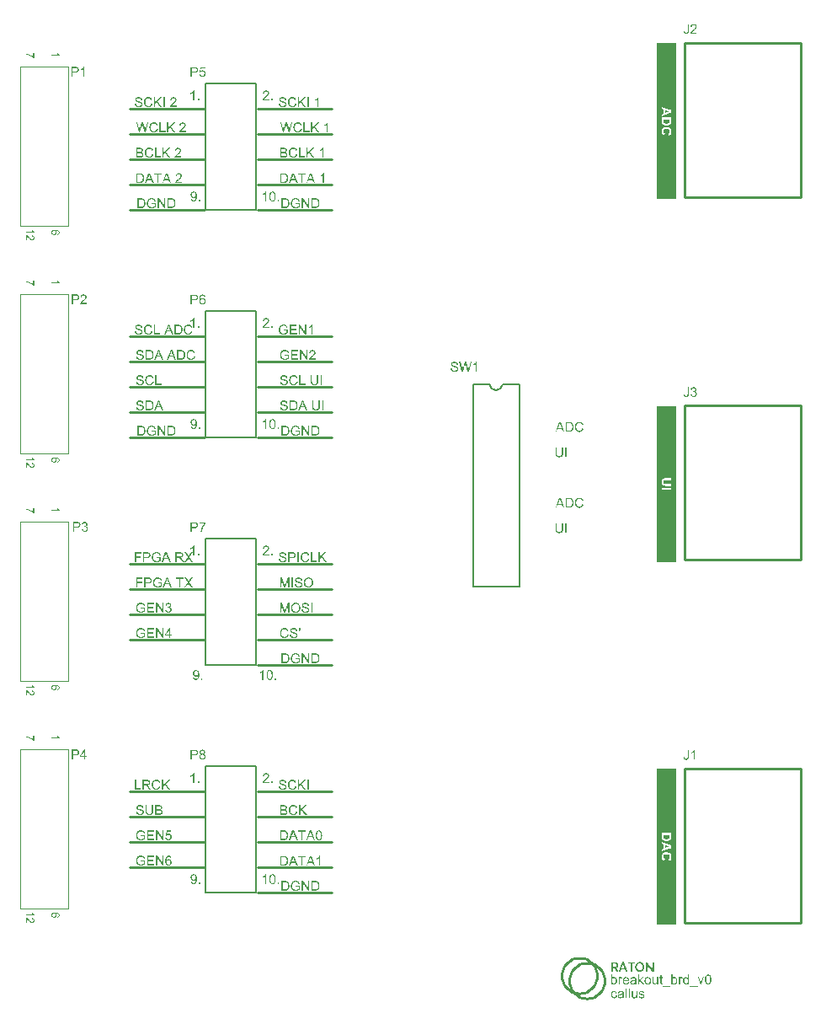
<source format=gto>
G04*
G04 #@! TF.GenerationSoftware,Altium Limited,Altium Designer,20.1.12 (249)*
G04*
G04 Layer_Color=65535*
%FSLAX25Y25*%
%MOIN*%
G70*
G04*
G04 #@! TF.SameCoordinates,19FB753C-3B76-4D90-9414-1966AEB0D9B2*
G04*
G04*
G04 #@! TF.FilePolarity,Positive*
G04*
G01*
G75*
%ADD10C,0.01000*%
%ADD11C,0.00787*%
%ADD12C,0.00315*%
G36*
X444960Y285675D02*
Y224175D01*
X437043D01*
Y285675D01*
X444960D01*
D02*
G37*
G36*
X444916Y142187D02*
Y80687D01*
X437000D01*
Y142187D01*
X444916D01*
D02*
G37*
G36*
Y367750D02*
X437000D01*
Y429250D01*
X444916D01*
Y367750D01*
D02*
G37*
G36*
X244004Y107918D02*
X244042D01*
X244087Y107913D01*
X244192Y107891D01*
X244309Y107863D01*
X244431Y107818D01*
X244553Y107752D01*
X244614Y107713D01*
X244670Y107669D01*
X244675Y107663D01*
X244681Y107657D01*
X244697Y107641D01*
X244714Y107624D01*
X244742Y107596D01*
X244764Y107563D01*
X244825Y107485D01*
X244886Y107386D01*
X244942Y107263D01*
X244992Y107125D01*
X245025Y106969D01*
X244553Y106930D01*
Y106936D01*
X244548Y106941D01*
X244542Y106975D01*
X244525Y107025D01*
X244503Y107086D01*
X244481Y107152D01*
X244448Y107219D01*
X244409Y107280D01*
X244370Y107330D01*
X244359Y107341D01*
X244337Y107363D01*
X244298Y107397D01*
X244242Y107435D01*
X244170Y107469D01*
X244092Y107502D01*
X243998Y107524D01*
X243898Y107535D01*
X243859D01*
X243815Y107530D01*
X243765Y107519D01*
X243698Y107502D01*
X243632Y107480D01*
X243565Y107452D01*
X243499Y107408D01*
X243488Y107402D01*
X243460Y107380D01*
X243421Y107341D01*
X243371Y107286D01*
X243316Y107219D01*
X243254Y107141D01*
X243199Y107041D01*
X243143Y106930D01*
Y106925D01*
X243138Y106914D01*
X243132Y106897D01*
X243121Y106875D01*
X243116Y106842D01*
X243105Y106803D01*
X243093Y106758D01*
X243082Y106703D01*
X243066Y106642D01*
X243055Y106575D01*
X243043Y106503D01*
X243038Y106425D01*
X243027Y106337D01*
X243021Y106248D01*
X243016Y106148D01*
Y106048D01*
X243021Y106053D01*
X243043Y106087D01*
X243082Y106131D01*
X243132Y106187D01*
X243188Y106253D01*
X243260Y106314D01*
X243338Y106375D01*
X243426Y106431D01*
X243432D01*
X243438Y106436D01*
X243471Y106453D01*
X243521Y106470D01*
X243587Y106498D01*
X243665Y106520D01*
X243754Y106536D01*
X243848Y106553D01*
X243948Y106559D01*
X243992D01*
X244026Y106553D01*
X244070Y106547D01*
X244115Y106542D01*
X244170Y106531D01*
X244226Y106514D01*
X244353Y106475D01*
X244420Y106448D01*
X244486Y106409D01*
X244553Y106370D01*
X244625Y106325D01*
X244692Y106270D01*
X244753Y106209D01*
X244758Y106203D01*
X244770Y106192D01*
X244786Y106176D01*
X244803Y106148D01*
X244831Y106109D01*
X244858Y106070D01*
X244886Y106020D01*
X244919Y105965D01*
X244953Y105904D01*
X244981Y105837D01*
X245008Y105759D01*
X245036Y105682D01*
X245053Y105598D01*
X245069Y105504D01*
X245080Y105410D01*
X245086Y105310D01*
Y105304D01*
Y105293D01*
Y105277D01*
Y105249D01*
X245080Y105216D01*
Y105182D01*
X245064Y105093D01*
X245047Y104988D01*
X245019Y104877D01*
X244981Y104755D01*
X244925Y104638D01*
Y104633D01*
X244919Y104627D01*
X244908Y104611D01*
X244897Y104588D01*
X244864Y104533D01*
X244814Y104461D01*
X244753Y104383D01*
X244681Y104305D01*
X244592Y104227D01*
X244498Y104161D01*
X244492D01*
X244486Y104155D01*
X244470Y104144D01*
X244448Y104139D01*
X244392Y104111D01*
X244320Y104083D01*
X244226Y104050D01*
X244120Y104028D01*
X244004Y104006D01*
X243876Y104000D01*
X243848D01*
X243821Y104006D01*
X243776D01*
X243726Y104011D01*
X243671Y104022D01*
X243604Y104039D01*
X243537Y104056D01*
X243460Y104078D01*
X243382Y104105D01*
X243304Y104139D01*
X243221Y104183D01*
X243143Y104233D01*
X243066Y104289D01*
X242988Y104355D01*
X242916Y104433D01*
X242910Y104438D01*
X242899Y104455D01*
X242882Y104477D01*
X242860Y104516D01*
X242827Y104566D01*
X242799Y104622D01*
X242766Y104694D01*
X242733Y104771D01*
X242694Y104866D01*
X242661Y104971D01*
X242633Y105088D01*
X242605Y105216D01*
X242577Y105360D01*
X242561Y105515D01*
X242549Y105682D01*
X242544Y105859D01*
Y105865D01*
Y105870D01*
Y105887D01*
Y105909D01*
X242549Y105965D01*
Y106042D01*
X242555Y106131D01*
X242566Y106237D01*
X242577Y106353D01*
X242594Y106481D01*
X242616Y106608D01*
X242644Y106747D01*
X242677Y106880D01*
X242716Y107014D01*
X242766Y107141D01*
X242822Y107263D01*
X242882Y107380D01*
X242955Y107480D01*
X242960Y107485D01*
X242971Y107497D01*
X242994Y107519D01*
X243021Y107552D01*
X243055Y107585D01*
X243099Y107619D01*
X243155Y107663D01*
X243210Y107702D01*
X243277Y107741D01*
X243349Y107785D01*
X243432Y107818D01*
X243515Y107857D01*
X243610Y107885D01*
X243709Y107907D01*
X243815Y107918D01*
X243926Y107924D01*
X243970D01*
X244004Y107918D01*
D02*
G37*
G36*
X233026Y107968D02*
X233070D01*
X233176Y107957D01*
X233292Y107940D01*
X233414Y107913D01*
X233547Y107879D01*
X233675Y107835D01*
X233681D01*
X233692Y107829D01*
X233708Y107824D01*
X233731Y107813D01*
X233792Y107780D01*
X233869Y107741D01*
X233953Y107685D01*
X234041Y107619D01*
X234125Y107546D01*
X234202Y107458D01*
X234213Y107447D01*
X234236Y107413D01*
X234269Y107363D01*
X234313Y107291D01*
X234358Y107202D01*
X234408Y107091D01*
X234458Y106969D01*
X234496Y106831D01*
X234036Y106708D01*
Y106714D01*
X234030Y106720D01*
X234025Y106736D01*
X234019Y106758D01*
X234003Y106808D01*
X233980Y106875D01*
X233947Y106953D01*
X233908Y107025D01*
X233869Y107102D01*
X233819Y107169D01*
X233814Y107175D01*
X233797Y107197D01*
X233764Y107225D01*
X233725Y107263D01*
X233675Y107308D01*
X233609Y107352D01*
X233536Y107397D01*
X233453Y107435D01*
X233442Y107441D01*
X233414Y107452D01*
X233364Y107469D01*
X233298Y107491D01*
X233220Y107508D01*
X233131Y107524D01*
X233031Y107535D01*
X232926Y107541D01*
X232865D01*
X232837Y107535D01*
X232804D01*
X232720Y107530D01*
X232626Y107513D01*
X232521Y107497D01*
X232421Y107469D01*
X232321Y107430D01*
X232310Y107424D01*
X232277Y107413D01*
X232232Y107386D01*
X232177Y107358D01*
X232110Y107313D01*
X232038Y107269D01*
X231971Y107213D01*
X231910Y107152D01*
X231905Y107147D01*
X231883Y107125D01*
X231855Y107086D01*
X231821Y107041D01*
X231783Y106986D01*
X231744Y106919D01*
X231705Y106847D01*
X231666Y106770D01*
Y106764D01*
X231660Y106753D01*
X231655Y106736D01*
X231644Y106708D01*
X231633Y106675D01*
X231622Y106636D01*
X231605Y106592D01*
X231594Y106542D01*
X231566Y106425D01*
X231544Y106292D01*
X231527Y106153D01*
X231522Y105998D01*
Y105992D01*
Y105976D01*
Y105948D01*
X231527Y105915D01*
Y105870D01*
X231533Y105815D01*
X231538Y105759D01*
X231544Y105698D01*
X231566Y105560D01*
X231594Y105415D01*
X231638Y105271D01*
X231694Y105132D01*
Y105127D01*
X231705Y105116D01*
X231710Y105099D01*
X231727Y105077D01*
X231766Y105016D01*
X231827Y104938D01*
X231899Y104855D01*
X231988Y104771D01*
X232093Y104694D01*
X232210Y104622D01*
X232215D01*
X232226Y104616D01*
X232243Y104605D01*
X232271Y104594D01*
X232299Y104583D01*
X232338Y104572D01*
X232426Y104538D01*
X232537Y104511D01*
X232660Y104483D01*
X232793Y104461D01*
X232931Y104455D01*
X232987D01*
X233020Y104461D01*
X233053D01*
X233137Y104472D01*
X233237Y104483D01*
X233342Y104505D01*
X233459Y104538D01*
X233575Y104577D01*
X233581D01*
X233592Y104583D01*
X233603Y104588D01*
X233625Y104599D01*
X233686Y104627D01*
X233753Y104660D01*
X233830Y104699D01*
X233914Y104744D01*
X233991Y104794D01*
X234058Y104849D01*
Y105571D01*
X232926D01*
Y106026D01*
X234558D01*
Y104599D01*
X234552Y104594D01*
X234541Y104588D01*
X234519Y104572D01*
X234491Y104550D01*
X234458Y104527D01*
X234419Y104499D01*
X234369Y104466D01*
X234319Y104433D01*
X234202Y104361D01*
X234069Y104283D01*
X233930Y104211D01*
X233781Y104150D01*
X233775D01*
X233764Y104144D01*
X233742Y104139D01*
X233714Y104128D01*
X233675Y104117D01*
X233631Y104100D01*
X233581Y104089D01*
X233531Y104078D01*
X233409Y104050D01*
X233270Y104022D01*
X233120Y104006D01*
X232965Y104000D01*
X232909D01*
X232870Y104006D01*
X232820D01*
X232759Y104011D01*
X232693Y104022D01*
X232621Y104028D01*
X232460Y104061D01*
X232288Y104100D01*
X232110Y104161D01*
X232021Y104194D01*
X231932Y104239D01*
X231927Y104244D01*
X231910Y104250D01*
X231888Y104266D01*
X231855Y104283D01*
X231816Y104311D01*
X231777Y104339D01*
X231672Y104416D01*
X231561Y104516D01*
X231444Y104638D01*
X231333Y104777D01*
X231233Y104938D01*
Y104944D01*
X231222Y104960D01*
X231211Y104982D01*
X231194Y105021D01*
X231178Y105060D01*
X231161Y105116D01*
X231139Y105171D01*
X231117Y105238D01*
X231094Y105310D01*
X231072Y105393D01*
X231055Y105476D01*
X231039Y105565D01*
X231011Y105759D01*
X231000Y105965D01*
Y105970D01*
Y105992D01*
Y106020D01*
X231006Y106059D01*
Y106109D01*
X231011Y106170D01*
X231022Y106231D01*
X231028Y106303D01*
X231044Y106381D01*
X231055Y106464D01*
X231100Y106642D01*
X231155Y106825D01*
X231233Y107008D01*
X231239Y107014D01*
X231244Y107030D01*
X231255Y107053D01*
X231277Y107086D01*
X231300Y107130D01*
X231327Y107175D01*
X231405Y107280D01*
X231500Y107402D01*
X231616Y107519D01*
X231749Y107635D01*
X231827Y107685D01*
X231905Y107735D01*
X231910Y107741D01*
X231927Y107746D01*
X231949Y107757D01*
X231982Y107774D01*
X232027Y107791D01*
X232077Y107813D01*
X232132Y107835D01*
X232199Y107857D01*
X232271Y107879D01*
X232349Y107896D01*
X232432Y107918D01*
X232521Y107935D01*
X232715Y107963D01*
X232815Y107974D01*
X232993D01*
X233026Y107968D01*
D02*
G37*
G36*
X241906Y104067D02*
X241378D01*
X239369Y107080D01*
Y104067D01*
X238881D01*
Y107907D01*
X239403D01*
X241417Y104888D01*
Y107907D01*
X241906D01*
Y104067D01*
D02*
G37*
G36*
X238093Y107452D02*
X235823D01*
Y106281D01*
X237949D01*
Y105826D01*
X235823D01*
Y104522D01*
X238182D01*
Y104067D01*
X235312D01*
Y107907D01*
X238093D01*
Y107452D01*
D02*
G37*
G36*
X233026Y117968D02*
X233070D01*
X233176Y117957D01*
X233292Y117940D01*
X233414Y117913D01*
X233547Y117879D01*
X233675Y117835D01*
X233681D01*
X233692Y117830D01*
X233708Y117824D01*
X233731Y117813D01*
X233792Y117780D01*
X233869Y117741D01*
X233953Y117685D01*
X234041Y117619D01*
X234125Y117546D01*
X234202Y117458D01*
X234213Y117447D01*
X234236Y117413D01*
X234269Y117363D01*
X234313Y117291D01*
X234358Y117202D01*
X234408Y117091D01*
X234458Y116969D01*
X234496Y116831D01*
X234036Y116708D01*
Y116714D01*
X234030Y116719D01*
X234025Y116736D01*
X234019Y116758D01*
X234003Y116808D01*
X233980Y116875D01*
X233947Y116953D01*
X233908Y117025D01*
X233869Y117102D01*
X233819Y117169D01*
X233814Y117175D01*
X233797Y117197D01*
X233764Y117225D01*
X233725Y117263D01*
X233675Y117308D01*
X233609Y117352D01*
X233536Y117397D01*
X233453Y117435D01*
X233442Y117441D01*
X233414Y117452D01*
X233364Y117469D01*
X233298Y117491D01*
X233220Y117508D01*
X233131Y117524D01*
X233031Y117535D01*
X232926Y117541D01*
X232865D01*
X232837Y117535D01*
X232804D01*
X232720Y117530D01*
X232626Y117513D01*
X232521Y117497D01*
X232421Y117469D01*
X232321Y117430D01*
X232310Y117424D01*
X232277Y117413D01*
X232232Y117385D01*
X232177Y117358D01*
X232110Y117313D01*
X232038Y117269D01*
X231971Y117213D01*
X231910Y117152D01*
X231905Y117147D01*
X231883Y117125D01*
X231855Y117086D01*
X231821Y117041D01*
X231783Y116986D01*
X231744Y116919D01*
X231705Y116847D01*
X231666Y116770D01*
Y116764D01*
X231660Y116753D01*
X231655Y116736D01*
X231644Y116708D01*
X231633Y116675D01*
X231622Y116636D01*
X231605Y116592D01*
X231594Y116542D01*
X231566Y116425D01*
X231544Y116292D01*
X231527Y116153D01*
X231522Y115998D01*
Y115992D01*
Y115976D01*
Y115948D01*
X231527Y115915D01*
Y115870D01*
X231533Y115815D01*
X231538Y115759D01*
X231544Y115698D01*
X231566Y115559D01*
X231594Y115415D01*
X231638Y115271D01*
X231694Y115132D01*
Y115127D01*
X231705Y115116D01*
X231710Y115099D01*
X231727Y115077D01*
X231766Y115016D01*
X231827Y114938D01*
X231899Y114855D01*
X231988Y114771D01*
X232093Y114694D01*
X232210Y114622D01*
X232215D01*
X232226Y114616D01*
X232243Y114605D01*
X232271Y114594D01*
X232299Y114583D01*
X232338Y114572D01*
X232426Y114538D01*
X232537Y114511D01*
X232660Y114483D01*
X232793Y114461D01*
X232931Y114455D01*
X232987D01*
X233020Y114461D01*
X233053D01*
X233137Y114472D01*
X233237Y114483D01*
X233342Y114505D01*
X233459Y114538D01*
X233575Y114577D01*
X233581D01*
X233592Y114583D01*
X233603Y114588D01*
X233625Y114599D01*
X233686Y114627D01*
X233753Y114660D01*
X233830Y114699D01*
X233914Y114744D01*
X233991Y114794D01*
X234058Y114849D01*
Y115571D01*
X232926D01*
Y116026D01*
X234558D01*
Y114599D01*
X234552Y114594D01*
X234541Y114588D01*
X234519Y114572D01*
X234491Y114550D01*
X234458Y114527D01*
X234419Y114499D01*
X234369Y114466D01*
X234319Y114433D01*
X234202Y114361D01*
X234069Y114283D01*
X233930Y114211D01*
X233781Y114150D01*
X233775D01*
X233764Y114144D01*
X233742Y114139D01*
X233714Y114128D01*
X233675Y114117D01*
X233631Y114100D01*
X233581Y114089D01*
X233531Y114078D01*
X233409Y114050D01*
X233270Y114022D01*
X233120Y114005D01*
X232965Y114000D01*
X232909D01*
X232870Y114005D01*
X232820D01*
X232759Y114011D01*
X232693Y114022D01*
X232621Y114028D01*
X232460Y114061D01*
X232288Y114100D01*
X232110Y114161D01*
X232021Y114194D01*
X231932Y114239D01*
X231927Y114244D01*
X231910Y114250D01*
X231888Y114266D01*
X231855Y114283D01*
X231816Y114311D01*
X231777Y114339D01*
X231672Y114416D01*
X231561Y114516D01*
X231444Y114638D01*
X231333Y114777D01*
X231233Y114938D01*
Y114944D01*
X231222Y114960D01*
X231211Y114982D01*
X231194Y115021D01*
X231178Y115060D01*
X231161Y115116D01*
X231139Y115171D01*
X231117Y115238D01*
X231094Y115310D01*
X231072Y115393D01*
X231055Y115476D01*
X231039Y115565D01*
X231011Y115759D01*
X231000Y115965D01*
Y115970D01*
Y115992D01*
Y116020D01*
X231006Y116059D01*
Y116109D01*
X231011Y116170D01*
X231022Y116231D01*
X231028Y116303D01*
X231044Y116381D01*
X231055Y116464D01*
X231100Y116642D01*
X231155Y116825D01*
X231233Y117008D01*
X231239Y117014D01*
X231244Y117030D01*
X231255Y117052D01*
X231277Y117086D01*
X231300Y117130D01*
X231327Y117175D01*
X231405Y117280D01*
X231500Y117402D01*
X231616Y117519D01*
X231749Y117635D01*
X231827Y117685D01*
X231905Y117735D01*
X231910Y117741D01*
X231927Y117746D01*
X231949Y117757D01*
X231982Y117774D01*
X232027Y117791D01*
X232077Y117813D01*
X232132Y117835D01*
X232199Y117857D01*
X232271Y117879D01*
X232349Y117896D01*
X232432Y117918D01*
X232521Y117935D01*
X232715Y117963D01*
X232815Y117974D01*
X232993D01*
X233026Y117968D01*
D02*
G37*
G36*
X241906Y114067D02*
X241378D01*
X239369Y117080D01*
Y114067D01*
X238881D01*
Y117907D01*
X239403D01*
X241417Y114888D01*
Y117907D01*
X241906D01*
Y114067D01*
D02*
G37*
G36*
X244931Y117408D02*
X243393D01*
X243188Y116370D01*
X243193Y116375D01*
X243204Y116381D01*
X243221Y116392D01*
X243249Y116409D01*
X243282Y116425D01*
X243321Y116448D01*
X243410Y116492D01*
X243521Y116536D01*
X243643Y116575D01*
X243776Y116603D01*
X243843Y116614D01*
X243965D01*
X243998Y116609D01*
X244042Y116603D01*
X244092Y116597D01*
X244148Y116586D01*
X244209Y116570D01*
X244342Y116531D01*
X244414Y116503D01*
X244486Y116464D01*
X244559Y116425D01*
X244631Y116381D01*
X244697Y116325D01*
X244764Y116264D01*
X244770Y116259D01*
X244781Y116248D01*
X244797Y116231D01*
X244819Y116203D01*
X244847Y116165D01*
X244875Y116126D01*
X244908Y116076D01*
X244942Y116020D01*
X244969Y115959D01*
X245003Y115893D01*
X245030Y115815D01*
X245058Y115737D01*
X245080Y115654D01*
X245097Y115559D01*
X245108Y115465D01*
X245114Y115365D01*
Y115360D01*
Y115343D01*
Y115315D01*
X245108Y115277D01*
X245103Y115232D01*
X245097Y115182D01*
X245086Y115121D01*
X245075Y115060D01*
X245041Y114916D01*
X244986Y114766D01*
X244953Y114688D01*
X244908Y114616D01*
X244864Y114538D01*
X244808Y114466D01*
X244803Y114461D01*
X244792Y114444D01*
X244770Y114422D01*
X244742Y114394D01*
X244703Y114361D01*
X244659Y114316D01*
X244603Y114278D01*
X244542Y114233D01*
X244475Y114189D01*
X244398Y114150D01*
X244314Y114111D01*
X244226Y114072D01*
X244131Y114044D01*
X244026Y114022D01*
X243915Y114005D01*
X243798Y114000D01*
X243748D01*
X243709Y114005D01*
X243665Y114011D01*
X243615Y114017D01*
X243554Y114022D01*
X243493Y114039D01*
X243354Y114072D01*
X243215Y114122D01*
X243143Y114155D01*
X243071Y114194D01*
X243005Y114239D01*
X242938Y114289D01*
X242933Y114294D01*
X242921Y114300D01*
X242910Y114322D01*
X242888Y114344D01*
X242860Y114372D01*
X242833Y114405D01*
X242799Y114450D01*
X242772Y114499D01*
X242738Y114550D01*
X242705Y114611D01*
X242644Y114744D01*
X242594Y114899D01*
X242577Y114982D01*
X242566Y115071D01*
X243060Y115110D01*
Y115104D01*
Y115093D01*
X243066Y115077D01*
X243071Y115049D01*
X243088Y114988D01*
X243110Y114905D01*
X243143Y114821D01*
X243188Y114727D01*
X243243Y114644D01*
X243310Y114566D01*
X243321Y114560D01*
X243343Y114538D01*
X243388Y114511D01*
X243449Y114477D01*
X243515Y114444D01*
X243599Y114416D01*
X243693Y114394D01*
X243798Y114389D01*
X243832D01*
X243854Y114394D01*
X243920Y114400D01*
X243998Y114422D01*
X244092Y114450D01*
X244187Y114494D01*
X244287Y114560D01*
X244331Y114599D01*
X244375Y114644D01*
X244381Y114649D01*
X244387Y114655D01*
X244398Y114672D01*
X244414Y114688D01*
X244453Y114749D01*
X244498Y114827D01*
X244536Y114921D01*
X244575Y115038D01*
X244603Y115177D01*
X244614Y115249D01*
Y115326D01*
Y115332D01*
Y115343D01*
Y115365D01*
X244609Y115393D01*
Y115426D01*
X244603Y115465D01*
X244586Y115554D01*
X244559Y115659D01*
X244520Y115765D01*
X244464Y115865D01*
X244387Y115959D01*
Y115965D01*
X244375Y115970D01*
X244348Y115998D01*
X244298Y116037D01*
X244231Y116081D01*
X244142Y116120D01*
X244042Y116159D01*
X243926Y116187D01*
X243859Y116198D01*
X243754D01*
X243709Y116192D01*
X243654Y116187D01*
X243587Y116170D01*
X243521Y116153D01*
X243449Y116126D01*
X243376Y116092D01*
X243371Y116087D01*
X243349Y116076D01*
X243316Y116048D01*
X243271Y116020D01*
X243227Y115981D01*
X243182Y115931D01*
X243132Y115881D01*
X243093Y115820D01*
X242649Y115881D01*
X243021Y117857D01*
X244931D01*
Y117408D01*
D02*
G37*
G36*
X238093Y117452D02*
X235823D01*
Y116281D01*
X237949D01*
Y115826D01*
X235823D01*
Y114522D01*
X238182D01*
Y114067D01*
X235312D01*
Y117907D01*
X238093D01*
Y117452D01*
D02*
G37*
G36*
X233026Y197968D02*
X233070D01*
X233176Y197957D01*
X233292Y197941D01*
X233414Y197913D01*
X233547Y197879D01*
X233675Y197835D01*
X233681D01*
X233692Y197829D01*
X233708Y197824D01*
X233731Y197813D01*
X233792Y197780D01*
X233869Y197741D01*
X233953Y197685D01*
X234041Y197619D01*
X234125Y197547D01*
X234202Y197458D01*
X234213Y197447D01*
X234236Y197413D01*
X234269Y197363D01*
X234313Y197291D01*
X234358Y197202D01*
X234408Y197091D01*
X234458Y196969D01*
X234496Y196830D01*
X234036Y196708D01*
Y196714D01*
X234030Y196720D01*
X234025Y196736D01*
X234019Y196758D01*
X234003Y196808D01*
X233980Y196875D01*
X233947Y196953D01*
X233908Y197025D01*
X233869Y197102D01*
X233819Y197169D01*
X233814Y197175D01*
X233797Y197197D01*
X233764Y197224D01*
X233725Y197263D01*
X233675Y197308D01*
X233609Y197352D01*
X233536Y197397D01*
X233453Y197435D01*
X233442Y197441D01*
X233414Y197452D01*
X233364Y197469D01*
X233298Y197491D01*
X233220Y197508D01*
X233131Y197524D01*
X233031Y197535D01*
X232926Y197541D01*
X232865D01*
X232837Y197535D01*
X232804D01*
X232720Y197530D01*
X232626Y197513D01*
X232521Y197496D01*
X232421Y197469D01*
X232321Y197430D01*
X232310Y197424D01*
X232277Y197413D01*
X232232Y197386D01*
X232177Y197358D01*
X232110Y197313D01*
X232038Y197269D01*
X231971Y197213D01*
X231910Y197152D01*
X231905Y197147D01*
X231883Y197125D01*
X231855Y197086D01*
X231821Y197041D01*
X231783Y196986D01*
X231744Y196919D01*
X231705Y196847D01*
X231666Y196769D01*
Y196764D01*
X231660Y196753D01*
X231655Y196736D01*
X231644Y196708D01*
X231633Y196675D01*
X231622Y196636D01*
X231605Y196592D01*
X231594Y196542D01*
X231566Y196425D01*
X231544Y196292D01*
X231527Y196153D01*
X231522Y195998D01*
Y195993D01*
Y195976D01*
Y195948D01*
X231527Y195915D01*
Y195870D01*
X231533Y195815D01*
X231538Y195759D01*
X231544Y195698D01*
X231566Y195560D01*
X231594Y195415D01*
X231638Y195271D01*
X231694Y195132D01*
Y195127D01*
X231705Y195116D01*
X231710Y195099D01*
X231727Y195077D01*
X231766Y195016D01*
X231827Y194938D01*
X231899Y194855D01*
X231988Y194772D01*
X232093Y194694D01*
X232210Y194622D01*
X232215D01*
X232226Y194616D01*
X232243Y194605D01*
X232271Y194594D01*
X232299Y194583D01*
X232338Y194572D01*
X232426Y194538D01*
X232537Y194511D01*
X232660Y194483D01*
X232793Y194461D01*
X232931Y194455D01*
X232987D01*
X233020Y194461D01*
X233053D01*
X233137Y194472D01*
X233237Y194483D01*
X233342Y194505D01*
X233459Y194538D01*
X233575Y194577D01*
X233581D01*
X233592Y194583D01*
X233603Y194588D01*
X233625Y194599D01*
X233686Y194627D01*
X233753Y194660D01*
X233830Y194699D01*
X233914Y194744D01*
X233991Y194794D01*
X234058Y194849D01*
Y195571D01*
X232926D01*
Y196026D01*
X234558D01*
Y194599D01*
X234552Y194594D01*
X234541Y194588D01*
X234519Y194572D01*
X234491Y194550D01*
X234458Y194527D01*
X234419Y194500D01*
X234369Y194466D01*
X234319Y194433D01*
X234202Y194361D01*
X234069Y194283D01*
X233930Y194211D01*
X233781Y194150D01*
X233775D01*
X233764Y194144D01*
X233742Y194139D01*
X233714Y194128D01*
X233675Y194117D01*
X233631Y194100D01*
X233581Y194089D01*
X233531Y194078D01*
X233409Y194050D01*
X233270Y194022D01*
X233120Y194006D01*
X232965Y194000D01*
X232909D01*
X232870Y194006D01*
X232820D01*
X232759Y194011D01*
X232693Y194022D01*
X232621Y194028D01*
X232460Y194061D01*
X232288Y194100D01*
X232110Y194161D01*
X232021Y194194D01*
X231932Y194239D01*
X231927Y194244D01*
X231910Y194250D01*
X231888Y194266D01*
X231855Y194283D01*
X231816Y194311D01*
X231777Y194339D01*
X231672Y194416D01*
X231561Y194516D01*
X231444Y194638D01*
X231333Y194777D01*
X231233Y194938D01*
Y194943D01*
X231222Y194960D01*
X231211Y194982D01*
X231194Y195021D01*
X231178Y195060D01*
X231161Y195116D01*
X231139Y195171D01*
X231117Y195238D01*
X231094Y195310D01*
X231072Y195393D01*
X231055Y195476D01*
X231039Y195565D01*
X231011Y195759D01*
X231000Y195965D01*
Y195970D01*
Y195993D01*
Y196020D01*
X231006Y196059D01*
Y196109D01*
X231011Y196170D01*
X231022Y196231D01*
X231028Y196303D01*
X231044Y196381D01*
X231055Y196464D01*
X231100Y196642D01*
X231155Y196825D01*
X231233Y197008D01*
X231239Y197014D01*
X231244Y197030D01*
X231255Y197053D01*
X231277Y197086D01*
X231300Y197130D01*
X231327Y197175D01*
X231405Y197280D01*
X231500Y197402D01*
X231616Y197519D01*
X231749Y197635D01*
X231827Y197685D01*
X231905Y197735D01*
X231910Y197741D01*
X231927Y197746D01*
X231949Y197757D01*
X231982Y197774D01*
X232027Y197791D01*
X232077Y197813D01*
X232132Y197835D01*
X232199Y197857D01*
X232271Y197879D01*
X232349Y197896D01*
X232432Y197918D01*
X232521Y197935D01*
X232715Y197963D01*
X232815Y197974D01*
X232993D01*
X233026Y197968D01*
D02*
G37*
G36*
X241906Y194067D02*
X241378D01*
X239369Y197080D01*
Y194067D01*
X238881D01*
Y197907D01*
X239403D01*
X241417Y194888D01*
Y197907D01*
X241906D01*
Y194067D01*
D02*
G37*
G36*
X244548Y195421D02*
X245069D01*
Y194988D01*
X244548D01*
Y194067D01*
X244076D01*
Y194988D01*
X242405D01*
Y195421D01*
X244165Y197907D01*
X244548D01*
Y195421D01*
D02*
G37*
G36*
X238093Y197452D02*
X235823D01*
Y196281D01*
X237949D01*
Y195826D01*
X235823D01*
Y194522D01*
X238182D01*
Y194067D01*
X235312D01*
Y197907D01*
X238093D01*
Y197452D01*
D02*
G37*
G36*
X233026Y207968D02*
X233070D01*
X233176Y207957D01*
X233292Y207941D01*
X233414Y207913D01*
X233547Y207879D01*
X233675Y207835D01*
X233681D01*
X233692Y207829D01*
X233708Y207824D01*
X233731Y207813D01*
X233792Y207780D01*
X233869Y207741D01*
X233953Y207685D01*
X234041Y207619D01*
X234125Y207546D01*
X234202Y207458D01*
X234213Y207447D01*
X234236Y207413D01*
X234269Y207363D01*
X234313Y207291D01*
X234358Y207202D01*
X234408Y207091D01*
X234458Y206969D01*
X234496Y206831D01*
X234036Y206708D01*
Y206714D01*
X234030Y206719D01*
X234025Y206736D01*
X234019Y206758D01*
X234003Y206808D01*
X233980Y206875D01*
X233947Y206953D01*
X233908Y207025D01*
X233869Y207102D01*
X233819Y207169D01*
X233814Y207175D01*
X233797Y207197D01*
X233764Y207224D01*
X233725Y207263D01*
X233675Y207308D01*
X233609Y207352D01*
X233536Y207397D01*
X233453Y207435D01*
X233442Y207441D01*
X233414Y207452D01*
X233364Y207469D01*
X233298Y207491D01*
X233220Y207508D01*
X233131Y207524D01*
X233031Y207535D01*
X232926Y207541D01*
X232865D01*
X232837Y207535D01*
X232804D01*
X232720Y207530D01*
X232626Y207513D01*
X232521Y207497D01*
X232421Y207469D01*
X232321Y207430D01*
X232310Y207424D01*
X232277Y207413D01*
X232232Y207385D01*
X232177Y207358D01*
X232110Y207313D01*
X232038Y207269D01*
X231971Y207213D01*
X231910Y207152D01*
X231905Y207147D01*
X231883Y207125D01*
X231855Y207086D01*
X231821Y207041D01*
X231783Y206986D01*
X231744Y206919D01*
X231705Y206847D01*
X231666Y206769D01*
Y206764D01*
X231660Y206753D01*
X231655Y206736D01*
X231644Y206708D01*
X231633Y206675D01*
X231622Y206636D01*
X231605Y206592D01*
X231594Y206542D01*
X231566Y206425D01*
X231544Y206292D01*
X231527Y206153D01*
X231522Y205998D01*
Y205993D01*
Y205976D01*
Y205948D01*
X231527Y205915D01*
Y205870D01*
X231533Y205815D01*
X231538Y205759D01*
X231544Y205698D01*
X231566Y205559D01*
X231594Y205415D01*
X231638Y205271D01*
X231694Y205132D01*
Y205127D01*
X231705Y205116D01*
X231710Y205099D01*
X231727Y205077D01*
X231766Y205016D01*
X231827Y204938D01*
X231899Y204855D01*
X231988Y204771D01*
X232093Y204694D01*
X232210Y204622D01*
X232215D01*
X232226Y204616D01*
X232243Y204605D01*
X232271Y204594D01*
X232299Y204583D01*
X232338Y204572D01*
X232426Y204538D01*
X232537Y204511D01*
X232660Y204483D01*
X232793Y204461D01*
X232931Y204455D01*
X232987D01*
X233020Y204461D01*
X233053D01*
X233137Y204472D01*
X233237Y204483D01*
X233342Y204505D01*
X233459Y204538D01*
X233575Y204577D01*
X233581D01*
X233592Y204583D01*
X233603Y204588D01*
X233625Y204599D01*
X233686Y204627D01*
X233753Y204660D01*
X233830Y204699D01*
X233914Y204744D01*
X233991Y204794D01*
X234058Y204849D01*
Y205571D01*
X232926D01*
Y206026D01*
X234558D01*
Y204599D01*
X234552Y204594D01*
X234541Y204588D01*
X234519Y204572D01*
X234491Y204550D01*
X234458Y204527D01*
X234419Y204500D01*
X234369Y204466D01*
X234319Y204433D01*
X234202Y204361D01*
X234069Y204283D01*
X233930Y204211D01*
X233781Y204150D01*
X233775D01*
X233764Y204144D01*
X233742Y204139D01*
X233714Y204128D01*
X233675Y204117D01*
X233631Y204100D01*
X233581Y204089D01*
X233531Y204078D01*
X233409Y204050D01*
X233270Y204022D01*
X233120Y204006D01*
X232965Y204000D01*
X232909D01*
X232870Y204006D01*
X232820D01*
X232759Y204011D01*
X232693Y204022D01*
X232621Y204028D01*
X232460Y204061D01*
X232288Y204100D01*
X232110Y204161D01*
X232021Y204194D01*
X231932Y204239D01*
X231927Y204244D01*
X231910Y204250D01*
X231888Y204266D01*
X231855Y204283D01*
X231816Y204311D01*
X231777Y204339D01*
X231672Y204416D01*
X231561Y204516D01*
X231444Y204638D01*
X231333Y204777D01*
X231233Y204938D01*
Y204943D01*
X231222Y204960D01*
X231211Y204982D01*
X231194Y205021D01*
X231178Y205060D01*
X231161Y205116D01*
X231139Y205171D01*
X231117Y205238D01*
X231094Y205310D01*
X231072Y205393D01*
X231055Y205476D01*
X231039Y205565D01*
X231011Y205759D01*
X231000Y205965D01*
Y205970D01*
Y205993D01*
Y206020D01*
X231006Y206059D01*
Y206109D01*
X231011Y206170D01*
X231022Y206231D01*
X231028Y206303D01*
X231044Y206381D01*
X231055Y206464D01*
X231100Y206642D01*
X231155Y206825D01*
X231233Y207008D01*
X231239Y207014D01*
X231244Y207030D01*
X231255Y207052D01*
X231277Y207086D01*
X231300Y207130D01*
X231327Y207175D01*
X231405Y207280D01*
X231500Y207402D01*
X231616Y207519D01*
X231749Y207635D01*
X231827Y207685D01*
X231905Y207735D01*
X231910Y207741D01*
X231927Y207746D01*
X231949Y207757D01*
X231982Y207774D01*
X232027Y207791D01*
X232077Y207813D01*
X232132Y207835D01*
X232199Y207857D01*
X232271Y207879D01*
X232349Y207896D01*
X232432Y207918D01*
X232521Y207935D01*
X232715Y207963D01*
X232815Y207974D01*
X232993D01*
X233026Y207968D01*
D02*
G37*
G36*
X243887Y207918D02*
X243959Y207907D01*
X244048Y207891D01*
X244148Y207863D01*
X244248Y207829D01*
X244348Y207785D01*
X244353D01*
X244359Y207780D01*
X244392Y207763D01*
X244442Y207730D01*
X244498Y207691D01*
X244564Y207635D01*
X244631Y207574D01*
X244697Y207502D01*
X244753Y207419D01*
X244758Y207408D01*
X244775Y207380D01*
X244797Y207330D01*
X244825Y207269D01*
X244853Y207197D01*
X244875Y207114D01*
X244892Y207019D01*
X244897Y206925D01*
Y206914D01*
Y206880D01*
X244892Y206836D01*
X244881Y206775D01*
X244864Y206703D01*
X244836Y206625D01*
X244803Y206547D01*
X244758Y206470D01*
X244753Y206459D01*
X244736Y206436D01*
X244703Y206398D01*
X244659Y206353D01*
X244603Y206303D01*
X244536Y206248D01*
X244459Y206198D01*
X244364Y206148D01*
X244370D01*
X244381Y206142D01*
X244398Y206137D01*
X244420Y206131D01*
X244481Y206109D01*
X244559Y206076D01*
X244647Y206031D01*
X244736Y205976D01*
X244819Y205904D01*
X244897Y205820D01*
X244903Y205809D01*
X244925Y205776D01*
X244958Y205720D01*
X244992Y205648D01*
X245025Y205559D01*
X245058Y205454D01*
X245080Y205332D01*
X245086Y205199D01*
Y205193D01*
Y205177D01*
Y205149D01*
X245080Y205116D01*
X245075Y205071D01*
X245064Y205021D01*
X245053Y204966D01*
X245041Y204905D01*
X244997Y204771D01*
X244964Y204699D01*
X244931Y204633D01*
X244886Y204560D01*
X244836Y204488D01*
X244781Y204416D01*
X244714Y204350D01*
X244708Y204344D01*
X244697Y204333D01*
X244675Y204316D01*
X244647Y204294D01*
X244614Y204266D01*
X244570Y204239D01*
X244520Y204205D01*
X244459Y204178D01*
X244398Y204144D01*
X244326Y204111D01*
X244253Y204083D01*
X244170Y204056D01*
X244081Y204033D01*
X243987Y204017D01*
X243893Y204006D01*
X243787Y204000D01*
X243737D01*
X243704Y204006D01*
X243659Y204011D01*
X243610Y204017D01*
X243554Y204028D01*
X243493Y204039D01*
X243360Y204072D01*
X243221Y204128D01*
X243149Y204161D01*
X243082Y204200D01*
X243016Y204250D01*
X242949Y204300D01*
X242944Y204305D01*
X242933Y204316D01*
X242916Y204333D01*
X242899Y204355D01*
X242871Y204383D01*
X242844Y204422D01*
X242810Y204461D01*
X242777Y204511D01*
X242744Y204566D01*
X242710Y204622D01*
X242649Y204755D01*
X242600Y204910D01*
X242583Y204993D01*
X242572Y205082D01*
X243043Y205143D01*
Y205138D01*
X243049Y205127D01*
X243055Y205104D01*
X243060Y205077D01*
X243066Y205043D01*
X243077Y205005D01*
X243105Y204921D01*
X243143Y204821D01*
X243193Y204727D01*
X243249Y204638D01*
X243316Y204560D01*
X243326Y204555D01*
X243349Y204533D01*
X243393Y204505D01*
X243449Y204477D01*
X243515Y204444D01*
X243599Y204416D01*
X243693Y204394D01*
X243793Y204388D01*
X243826D01*
X243848Y204394D01*
X243909Y204400D01*
X243987Y204416D01*
X244076Y204444D01*
X244170Y204483D01*
X244265Y204538D01*
X244353Y204616D01*
X244364Y204627D01*
X244392Y204660D01*
X244426Y204710D01*
X244470Y204777D01*
X244514Y204860D01*
X244548Y204955D01*
X244575Y205066D01*
X244586Y205188D01*
Y205193D01*
Y205204D01*
Y205221D01*
X244581Y205243D01*
X244575Y205304D01*
X244559Y205376D01*
X244536Y205465D01*
X244498Y205554D01*
X244442Y205643D01*
X244370Y205726D01*
X244359Y205737D01*
X244331Y205759D01*
X244287Y205793D01*
X244226Y205832D01*
X244148Y205870D01*
X244054Y205904D01*
X243948Y205926D01*
X243832Y205937D01*
X243782D01*
X243743Y205931D01*
X243693Y205926D01*
X243637Y205915D01*
X243571Y205904D01*
X243499Y205887D01*
X243554Y206303D01*
X243582D01*
X243604Y206298D01*
X243676D01*
X243737Y206309D01*
X243809Y206320D01*
X243893Y206336D01*
X243987Y206364D01*
X244076Y206403D01*
X244170Y206453D01*
X244176D01*
X244181Y206459D01*
X244209Y206481D01*
X244248Y206520D01*
X244292Y206570D01*
X244337Y206642D01*
X244375Y206725D01*
X244403Y206819D01*
X244414Y206875D01*
Y206936D01*
Y206942D01*
Y206947D01*
Y206980D01*
X244403Y207025D01*
X244392Y207086D01*
X244370Y207152D01*
X244342Y207224D01*
X244298Y207297D01*
X244237Y207363D01*
X244231Y207369D01*
X244203Y207391D01*
X244165Y207419D01*
X244115Y207452D01*
X244048Y207480D01*
X243970Y207508D01*
X243882Y207530D01*
X243782Y207535D01*
X243737D01*
X243687Y207524D01*
X243621Y207513D01*
X243548Y207491D01*
X243476Y207463D01*
X243399Y207419D01*
X243326Y207363D01*
X243321Y207358D01*
X243299Y207330D01*
X243266Y207291D01*
X243227Y207236D01*
X243188Y207164D01*
X243149Y207075D01*
X243116Y206969D01*
X243093Y206847D01*
X242622Y206930D01*
Y206936D01*
X242627Y206953D01*
X242633Y206975D01*
X242638Y207008D01*
X242649Y207047D01*
X242666Y207091D01*
X242699Y207197D01*
X242755Y207319D01*
X242822Y207441D01*
X242905Y207558D01*
X243010Y207663D01*
X243016Y207669D01*
X243027Y207674D01*
X243043Y207685D01*
X243066Y207702D01*
X243093Y207724D01*
X243132Y207746D01*
X243171Y207768D01*
X243221Y207796D01*
X243332Y207841D01*
X243460Y207885D01*
X243610Y207913D01*
X243687Y207924D01*
X243826D01*
X243887Y207918D01*
D02*
G37*
G36*
X241906Y204067D02*
X241378D01*
X239369Y207080D01*
Y204067D01*
X238881D01*
Y207907D01*
X239403D01*
X241417Y204888D01*
Y207907D01*
X241906D01*
Y204067D01*
D02*
G37*
G36*
X238093Y207452D02*
X235823D01*
Y206281D01*
X237949D01*
Y205826D01*
X235823D01*
Y204522D01*
X238182D01*
Y204067D01*
X235312D01*
Y207907D01*
X238093D01*
Y207452D01*
D02*
G37*
G36*
X431210Y54403D02*
X431293Y54397D01*
X431382Y54386D01*
X431476Y54364D01*
X431576Y54342D01*
X431671Y54308D01*
X431676D01*
X431682Y54303D01*
X431709Y54292D01*
X431754Y54269D01*
X431809Y54242D01*
X431870Y54203D01*
X431931Y54159D01*
X431987Y54109D01*
X432037Y54053D01*
X432043Y54048D01*
X432054Y54025D01*
X432076Y53986D01*
X432103Y53942D01*
X432131Y53875D01*
X432159Y53803D01*
X432181Y53720D01*
X432203Y53626D01*
X431743Y53565D01*
Y53576D01*
X431737Y53598D01*
X431726Y53637D01*
X431709Y53687D01*
X431682Y53737D01*
X431648Y53792D01*
X431610Y53848D01*
X431554Y53898D01*
X431549Y53903D01*
X431526Y53914D01*
X431493Y53936D01*
X431443Y53959D01*
X431388Y53981D01*
X431315Y54003D01*
X431227Y54014D01*
X431132Y54020D01*
X431077D01*
X431021Y54014D01*
X430949Y54009D01*
X430877Y53992D01*
X430799Y53975D01*
X430727Y53948D01*
X430666Y53909D01*
X430660Y53903D01*
X430644Y53892D01*
X430622Y53870D01*
X430599Y53837D01*
X430572Y53803D01*
X430549Y53759D01*
X430533Y53709D01*
X430527Y53659D01*
Y53653D01*
Y53642D01*
X430533Y53626D01*
Y53603D01*
X430549Y53548D01*
X430583Y53492D01*
X430588Y53487D01*
X430594Y53481D01*
X430605Y53465D01*
X430627Y53448D01*
X430649Y53431D01*
X430683Y53409D01*
X430722Y53393D01*
X430766Y53370D01*
X430772D01*
X430783Y53365D01*
X430805Y53359D01*
X430844Y53343D01*
X430899Y53326D01*
X430971Y53309D01*
X431016Y53293D01*
X431066Y53282D01*
X431121Y53265D01*
X431182Y53248D01*
X431188D01*
X431204Y53243D01*
X431232Y53237D01*
X431265Y53226D01*
X431304Y53215D01*
X431354Y53204D01*
X431460Y53171D01*
X431576Y53137D01*
X431693Y53098D01*
X431798Y53060D01*
X431843Y53043D01*
X431882Y53026D01*
X431893Y53021D01*
X431915Y53010D01*
X431948Y52993D01*
X431998Y52965D01*
X432048Y52932D01*
X432098Y52887D01*
X432148Y52838D01*
X432192Y52782D01*
X432198Y52776D01*
X432209Y52754D01*
X432231Y52721D01*
X432253Y52671D01*
X432270Y52610D01*
X432292Y52543D01*
X432303Y52466D01*
X432309Y52377D01*
Y52366D01*
Y52338D01*
X432303Y52294D01*
X432292Y52233D01*
X432276Y52166D01*
X432248Y52094D01*
X432214Y52011D01*
X432170Y51933D01*
X432165Y51922D01*
X432142Y51900D01*
X432115Y51861D01*
X432070Y51816D01*
X432009Y51766D01*
X431943Y51711D01*
X431865Y51661D01*
X431771Y51611D01*
X431765D01*
X431760Y51605D01*
X431726Y51594D01*
X431671Y51578D01*
X431599Y51556D01*
X431510Y51533D01*
X431410Y51517D01*
X431304Y51506D01*
X431182Y51500D01*
X431132D01*
X431094Y51506D01*
X431049D01*
X430994Y51511D01*
X430938Y51517D01*
X430877Y51528D01*
X430744Y51556D01*
X430605Y51594D01*
X430472Y51650D01*
X430411Y51683D01*
X430355Y51722D01*
X430350Y51727D01*
X430344Y51733D01*
X430311Y51766D01*
X430261Y51816D01*
X430205Y51894D01*
X430144Y51988D01*
X430083Y52099D01*
X430033Y52238D01*
X429994Y52394D01*
X430461Y52466D01*
Y52460D01*
Y52455D01*
X430472Y52421D01*
X430483Y52366D01*
X430505Y52305D01*
X430533Y52238D01*
X430566Y52166D01*
X430616Y52094D01*
X430677Y52033D01*
X430688Y52027D01*
X430711Y52011D01*
X430755Y51988D01*
X430810Y51961D01*
X430883Y51933D01*
X430966Y51911D01*
X431066Y51894D01*
X431182Y51889D01*
X431238D01*
X431293Y51894D01*
X431365Y51905D01*
X431443Y51922D01*
X431526Y51944D01*
X431599Y51972D01*
X431665Y52016D01*
X431671Y52022D01*
X431693Y52038D01*
X431715Y52066D01*
X431748Y52105D01*
X431776Y52149D01*
X431804Y52205D01*
X431820Y52260D01*
X431826Y52327D01*
Y52333D01*
Y52355D01*
X431820Y52382D01*
X431809Y52421D01*
X431793Y52460D01*
X431765Y52499D01*
X431732Y52543D01*
X431682Y52577D01*
X431676Y52582D01*
X431660Y52588D01*
X431632Y52604D01*
X431587Y52621D01*
X431521Y52643D01*
X431482Y52660D01*
X431438Y52671D01*
X431388Y52688D01*
X431332Y52704D01*
X431271Y52721D01*
X431199Y52738D01*
X431193D01*
X431177Y52743D01*
X431149Y52749D01*
X431116Y52760D01*
X431071Y52771D01*
X431021Y52788D01*
X430916Y52815D01*
X430794Y52854D01*
X430677Y52887D01*
X430566Y52926D01*
X430516Y52949D01*
X430477Y52965D01*
X430466Y52971D01*
X430444Y52982D01*
X430411Y53004D01*
X430366Y53032D01*
X430316Y53071D01*
X430267Y53115D01*
X430217Y53165D01*
X430172Y53226D01*
X430167Y53232D01*
X430156Y53254D01*
X430139Y53293D01*
X430122Y53337D01*
X430106Y53393D01*
X430089Y53459D01*
X430078Y53526D01*
X430072Y53603D01*
Y53614D01*
Y53637D01*
X430078Y53670D01*
X430083Y53720D01*
X430094Y53770D01*
X430106Y53831D01*
X430128Y53886D01*
X430156Y53948D01*
X430161Y53953D01*
X430172Y53975D01*
X430189Y54003D01*
X430217Y54042D01*
X430250Y54081D01*
X430289Y54131D01*
X430333Y54175D01*
X430389Y54214D01*
X430394Y54220D01*
X430411Y54225D01*
X430433Y54242D01*
X430466Y54258D01*
X430511Y54281D01*
X430561Y54303D01*
X430622Y54325D01*
X430688Y54347D01*
X430699Y54353D01*
X430722Y54358D01*
X430760Y54369D01*
X430810Y54380D01*
X430871Y54391D01*
X430938Y54397D01*
X431016Y54408D01*
X431149D01*
X431210Y54403D01*
D02*
G37*
G36*
X420343D02*
X420376D01*
X420421Y54397D01*
X420526Y54380D01*
X420643Y54353D01*
X420765Y54308D01*
X420887Y54253D01*
X421003Y54175D01*
X421009D01*
X421015Y54164D01*
X421048Y54131D01*
X421098Y54081D01*
X421159Y54009D01*
X421220Y53920D01*
X421281Y53809D01*
X421337Y53681D01*
X421375Y53531D01*
X420915Y53459D01*
Y53465D01*
X420909Y53470D01*
X420904Y53504D01*
X420887Y53553D01*
X420859Y53614D01*
X420831Y53681D01*
X420787Y53753D01*
X420737Y53820D01*
X420682Y53875D01*
X420676Y53881D01*
X420654Y53898D01*
X420615Y53920D01*
X420571Y53948D01*
X420510Y53975D01*
X420443Y53997D01*
X420365Y54014D01*
X420282Y54020D01*
X420249D01*
X420221Y54014D01*
X420160Y54009D01*
X420077Y53986D01*
X419988Y53959D01*
X419888Y53914D01*
X419794Y53848D01*
X419749Y53809D01*
X419705Y53764D01*
Y53759D01*
X419694Y53753D01*
X419683Y53737D01*
X419672Y53714D01*
X419655Y53687D01*
X419633Y53653D01*
X419616Y53614D01*
X419594Y53570D01*
X419572Y53515D01*
X419555Y53454D01*
X419533Y53387D01*
X419516Y53315D01*
X419505Y53237D01*
X419494Y53148D01*
X419483Y53054D01*
Y52954D01*
Y52949D01*
Y52932D01*
Y52899D01*
X419488Y52865D01*
Y52815D01*
X419494Y52765D01*
X419511Y52643D01*
X419533Y52510D01*
X419572Y52371D01*
X419622Y52249D01*
X419655Y52188D01*
X419694Y52138D01*
X419705Y52127D01*
X419733Y52099D01*
X419782Y52061D01*
X419844Y52016D01*
X419927Y51966D01*
X420021Y51927D01*
X420132Y51900D01*
X420193Y51894D01*
X420254Y51889D01*
X420265D01*
X420299Y51894D01*
X420354Y51900D01*
X420415Y51911D01*
X420487Y51927D01*
X420565Y51961D01*
X420643Y51999D01*
X420715Y52055D01*
X420726Y52061D01*
X420743Y52088D01*
X420776Y52127D01*
X420815Y52188D01*
X420854Y52260D01*
X420898Y52349D01*
X420931Y52460D01*
X420954Y52582D01*
X421420Y52521D01*
Y52516D01*
X421414Y52499D01*
X421409Y52477D01*
X421403Y52443D01*
X421392Y52399D01*
X421381Y52355D01*
X421342Y52244D01*
X421292Y52127D01*
X421220Y51999D01*
X421131Y51877D01*
X421081Y51822D01*
X421026Y51766D01*
X421020Y51761D01*
X421009Y51755D01*
X420993Y51744D01*
X420970Y51727D01*
X420942Y51705D01*
X420904Y51683D01*
X420859Y51661D01*
X420815Y51633D01*
X420704Y51583D01*
X420571Y51544D01*
X420426Y51511D01*
X420343Y51506D01*
X420260Y51500D01*
X420204D01*
X420165Y51506D01*
X420116Y51511D01*
X420060Y51522D01*
X419999Y51533D01*
X419932Y51544D01*
X419782Y51589D01*
X419710Y51622D01*
X419633Y51655D01*
X419555Y51700D01*
X419483Y51750D01*
X419411Y51805D01*
X419344Y51872D01*
X419339Y51877D01*
X419327Y51889D01*
X419311Y51911D01*
X419289Y51938D01*
X419266Y51977D01*
X419233Y52027D01*
X419205Y52083D01*
X419172Y52144D01*
X419139Y52216D01*
X419111Y52299D01*
X419078Y52382D01*
X419056Y52482D01*
X419033Y52582D01*
X419017Y52699D01*
X419006Y52815D01*
X419000Y52943D01*
Y52949D01*
Y52965D01*
Y52987D01*
Y53021D01*
X419006Y53060D01*
Y53104D01*
X419011Y53154D01*
X419017Y53209D01*
X419033Y53332D01*
X419061Y53465D01*
X419094Y53598D01*
X419144Y53731D01*
Y53737D01*
X419150Y53748D01*
X419161Y53764D01*
X419172Y53787D01*
X419205Y53848D01*
X419255Y53920D01*
X419322Y54003D01*
X419400Y54086D01*
X419494Y54170D01*
X419599Y54236D01*
X419605D01*
X419616Y54242D01*
X419633Y54253D01*
X419655Y54264D01*
X419683Y54275D01*
X419716Y54292D01*
X419799Y54325D01*
X419894Y54353D01*
X420010Y54380D01*
X420132Y54403D01*
X420265Y54408D01*
X420310D01*
X420343Y54403D01*
D02*
G37*
G36*
X429445Y51561D02*
X429023D01*
Y51966D01*
X429018Y51961D01*
X429007Y51944D01*
X428990Y51922D01*
X428962Y51894D01*
X428929Y51861D01*
X428890Y51816D01*
X428846Y51777D01*
X428790Y51733D01*
X428729Y51689D01*
X428663Y51650D01*
X428590Y51611D01*
X428513Y51572D01*
X428424Y51544D01*
X428335Y51522D01*
X428235Y51506D01*
X428135Y51500D01*
X428096D01*
X428047Y51506D01*
X427985Y51511D01*
X427913Y51522D01*
X427836Y51539D01*
X427758Y51561D01*
X427675Y51594D01*
X427664Y51600D01*
X427641Y51611D01*
X427602Y51633D01*
X427558Y51661D01*
X427503Y51694D01*
X427453Y51733D01*
X427403Y51777D01*
X427358Y51827D01*
X427353Y51833D01*
X427342Y51855D01*
X427325Y51883D01*
X427303Y51927D01*
X427275Y51977D01*
X427253Y52038D01*
X427231Y52105D01*
X427214Y52177D01*
Y52183D01*
X427208Y52205D01*
X427203Y52238D01*
Y52283D01*
X427197Y52349D01*
X427192Y52421D01*
X427186Y52516D01*
Y52621D01*
Y54347D01*
X427658D01*
Y52799D01*
Y52793D01*
Y52782D01*
Y52765D01*
Y52738D01*
Y52677D01*
X427664Y52599D01*
Y52516D01*
X427669Y52432D01*
X427675Y52360D01*
X427686Y52299D01*
Y52294D01*
X427697Y52271D01*
X427708Y52238D01*
X427725Y52194D01*
X427752Y52149D01*
X427786Y52099D01*
X427824Y52055D01*
X427874Y52011D01*
X427880Y52005D01*
X427902Y51994D01*
X427930Y51977D01*
X427974Y51961D01*
X428024Y51938D01*
X428085Y51922D01*
X428152Y51911D01*
X428230Y51905D01*
X428268D01*
X428307Y51911D01*
X428357Y51916D01*
X428418Y51933D01*
X428485Y51950D01*
X428557Y51977D01*
X428629Y52011D01*
X428640Y52016D01*
X428663Y52033D01*
X428696Y52055D01*
X428735Y52088D01*
X428779Y52133D01*
X428824Y52183D01*
X428862Y52238D01*
X428896Y52305D01*
X428901Y52316D01*
X428907Y52338D01*
X428918Y52382D01*
X428934Y52443D01*
X428951Y52521D01*
X428962Y52615D01*
X428968Y52727D01*
X428973Y52854D01*
Y54347D01*
X429445D01*
Y51561D01*
D02*
G37*
G36*
X426465D02*
X425993D01*
Y55402D01*
X426465D01*
Y51561D01*
D02*
G37*
G36*
X425272D02*
X424800D01*
Y55402D01*
X425272D01*
Y51561D01*
D02*
G37*
G36*
X423124Y54403D02*
X423207Y54397D01*
X423301Y54386D01*
X423396Y54369D01*
X423490Y54347D01*
X423579Y54319D01*
X423590Y54314D01*
X423618Y54303D01*
X423657Y54286D01*
X423706Y54264D01*
X423762Y54231D01*
X423817Y54197D01*
X423867Y54153D01*
X423912Y54109D01*
X423917Y54103D01*
X423928Y54086D01*
X423945Y54059D01*
X423967Y54025D01*
X423995Y53975D01*
X424017Y53925D01*
X424039Y53864D01*
X424056Y53792D01*
Y53787D01*
X424062Y53770D01*
X424067Y53737D01*
X424073Y53692D01*
Y53631D01*
X424078Y53559D01*
X424084Y53465D01*
Y53359D01*
Y52727D01*
Y52721D01*
Y52699D01*
Y52666D01*
Y52621D01*
Y52571D01*
Y52510D01*
X424089Y52377D01*
Y52238D01*
X424095Y52099D01*
X424100Y52038D01*
Y51983D01*
X424106Y51933D01*
X424112Y51894D01*
Y51889D01*
X424117Y51866D01*
X424123Y51833D01*
X424139Y51789D01*
X424150Y51739D01*
X424173Y51683D01*
X424200Y51622D01*
X424228Y51561D01*
X423734D01*
X423729Y51567D01*
X423723Y51589D01*
X423712Y51617D01*
X423695Y51661D01*
X423679Y51711D01*
X423668Y51772D01*
X423657Y51838D01*
X423645Y51911D01*
X423640D01*
X423634Y51900D01*
X423601Y51872D01*
X423551Y51833D01*
X423484Y51783D01*
X423401Y51733D01*
X423318Y51678D01*
X423229Y51628D01*
X423135Y51589D01*
X423124Y51583D01*
X423090Y51578D01*
X423040Y51561D01*
X422979Y51544D01*
X422902Y51528D01*
X422813Y51517D01*
X422713Y51506D01*
X422613Y51500D01*
X422569D01*
X422535Y51506D01*
X422497D01*
X422452Y51511D01*
X422352Y51528D01*
X422241Y51556D01*
X422119Y51594D01*
X422008Y51650D01*
X421908Y51722D01*
X421897Y51733D01*
X421869Y51761D01*
X421831Y51811D01*
X421786Y51877D01*
X421742Y51961D01*
X421703Y52055D01*
X421675Y52172D01*
X421669Y52227D01*
X421664Y52294D01*
Y52305D01*
Y52327D01*
X421669Y52366D01*
X421675Y52416D01*
X421686Y52477D01*
X421703Y52538D01*
X421725Y52604D01*
X421753Y52666D01*
X421758Y52671D01*
X421769Y52693D01*
X421792Y52727D01*
X421819Y52765D01*
X421853Y52810D01*
X421897Y52854D01*
X421942Y52899D01*
X421997Y52938D01*
X422003Y52943D01*
X422025Y52954D01*
X422052Y52976D01*
X422097Y52999D01*
X422147Y53021D01*
X422208Y53048D01*
X422269Y53071D01*
X422341Y53093D01*
X422347D01*
X422369Y53098D01*
X422402Y53110D01*
X422447Y53115D01*
X422502Y53126D01*
X422574Y53137D01*
X422657Y53154D01*
X422757Y53165D01*
X422763D01*
X422785Y53171D01*
X422813D01*
X422852Y53176D01*
X422896Y53182D01*
X422952Y53193D01*
X423013Y53198D01*
X423079Y53209D01*
X423212Y53237D01*
X423357Y53265D01*
X423484Y53298D01*
X423545Y53315D01*
X423601Y53332D01*
Y53337D01*
Y53348D01*
X423606Y53381D01*
Y53420D01*
Y53443D01*
Y53454D01*
Y53459D01*
Y53465D01*
Y53498D01*
X423601Y53553D01*
X423590Y53614D01*
X423573Y53681D01*
X423545Y53748D01*
X423512Y53809D01*
X423468Y53859D01*
X423462Y53864D01*
X423434Y53886D01*
X423390Y53909D01*
X423335Y53942D01*
X423257Y53970D01*
X423168Y53997D01*
X423057Y54014D01*
X422929Y54020D01*
X422874D01*
X422818Y54014D01*
X422741Y54003D01*
X422663Y53992D01*
X422580Y53970D01*
X422502Y53942D01*
X422436Y53903D01*
X422430Y53898D01*
X422408Y53881D01*
X422380Y53853D01*
X422347Y53809D01*
X422313Y53753D01*
X422274Y53681D01*
X422241Y53592D01*
X422208Y53492D01*
X421747Y53553D01*
Y53559D01*
X421753Y53565D01*
Y53581D01*
X421758Y53603D01*
X421775Y53653D01*
X421797Y53725D01*
X421825Y53798D01*
X421858Y53875D01*
X421903Y53953D01*
X421953Y54025D01*
X421958Y54031D01*
X421980Y54053D01*
X422014Y54086D01*
X422058Y54131D01*
X422119Y54175D01*
X422191Y54220D01*
X422274Y54269D01*
X422369Y54308D01*
X422374D01*
X422380Y54314D01*
X422397Y54319D01*
X422419Y54325D01*
X422474Y54342D01*
X422552Y54358D01*
X422641Y54375D01*
X422752Y54391D01*
X422868Y54403D01*
X423002Y54408D01*
X423063D01*
X423124Y54403D01*
D02*
G37*
G36*
X449902Y57066D02*
X449464D01*
Y57415D01*
X449458Y57410D01*
X449453Y57399D01*
X449436Y57376D01*
X449414Y57349D01*
X449386Y57321D01*
X449353Y57288D01*
X449314Y57249D01*
X449264Y57210D01*
X449214Y57171D01*
X449159Y57132D01*
X449092Y57099D01*
X449020Y57071D01*
X448948Y57043D01*
X448865Y57021D01*
X448776Y57010D01*
X448681Y57005D01*
X448648D01*
X448626Y57010D01*
X448559Y57016D01*
X448482Y57027D01*
X448387Y57049D01*
X448282Y57082D01*
X448176Y57127D01*
X448071Y57188D01*
X448065D01*
X448060Y57199D01*
X448027Y57221D01*
X447977Y57265D01*
X447916Y57321D01*
X447843Y57393D01*
X447771Y57482D01*
X447699Y57582D01*
X447638Y57698D01*
Y57704D01*
X447632Y57715D01*
X447627Y57732D01*
X447616Y57754D01*
X447605Y57787D01*
X447588Y57826D01*
X447577Y57865D01*
X447566Y57915D01*
X447538Y58026D01*
X447510Y58153D01*
X447494Y58298D01*
X447488Y58453D01*
Y58459D01*
Y58470D01*
Y58492D01*
Y58525D01*
X447494Y58559D01*
Y58603D01*
X447505Y58703D01*
X447521Y58819D01*
X447549Y58947D01*
X447582Y59080D01*
X447627Y59208D01*
Y59214D01*
X447632Y59225D01*
X447644Y59241D01*
X447655Y59263D01*
X447688Y59325D01*
X447732Y59402D01*
X447788Y59485D01*
X447860Y59569D01*
X447943Y59658D01*
X448043Y59730D01*
X448049D01*
X448054Y59735D01*
X448071Y59746D01*
X448093Y59757D01*
X448149Y59785D01*
X448226Y59824D01*
X448315Y59857D01*
X448421Y59885D01*
X448537Y59907D01*
X448659Y59913D01*
X448704D01*
X448748Y59907D01*
X448809Y59902D01*
X448881Y59885D01*
X448959Y59868D01*
X449037Y59841D01*
X449109Y59802D01*
X449120Y59796D01*
X449142Y59785D01*
X449175Y59757D01*
X449220Y59730D01*
X449275Y59691D01*
X449325Y59641D01*
X449381Y59591D01*
X449431Y59530D01*
Y60906D01*
X449902D01*
Y57066D01*
D02*
G37*
G36*
X446989Y59907D02*
X447050Y59896D01*
X447122Y59874D01*
X447199Y59846D01*
X447288Y59807D01*
X447383Y59757D01*
X447211Y59325D01*
X447205Y59330D01*
X447183Y59341D01*
X447150Y59358D01*
X447105Y59374D01*
X447055Y59391D01*
X446994Y59408D01*
X446933Y59419D01*
X446872Y59424D01*
X446844D01*
X446817Y59419D01*
X446778Y59413D01*
X446739Y59402D01*
X446689Y59386D01*
X446639Y59363D01*
X446595Y59330D01*
X446589Y59325D01*
X446572Y59313D01*
X446556Y59291D01*
X446528Y59263D01*
X446500Y59224D01*
X446473Y59180D01*
X446445Y59130D01*
X446422Y59069D01*
X446417Y59058D01*
X446411Y59025D01*
X446400Y58975D01*
X446384Y58908D01*
X446367Y58825D01*
X446356Y58731D01*
X446350Y58631D01*
X446345Y58520D01*
Y57066D01*
X445873D01*
Y59852D01*
X446301D01*
Y59430D01*
X446306Y59435D01*
X446328Y59474D01*
X446356Y59524D01*
X446400Y59585D01*
X446445Y59646D01*
X446495Y59713D01*
X446545Y59768D01*
X446595Y59813D01*
X446600Y59818D01*
X446617Y59829D01*
X446650Y59846D01*
X446683Y59863D01*
X446728Y59879D01*
X446783Y59896D01*
X446839Y59907D01*
X446900Y59913D01*
X446939D01*
X446989Y59907D01*
D02*
G37*
G36*
X423107D02*
X423168Y59896D01*
X423240Y59874D01*
X423318Y59846D01*
X423407Y59807D01*
X423501Y59757D01*
X423329Y59325D01*
X423323Y59330D01*
X423301Y59341D01*
X423268Y59358D01*
X423223Y59374D01*
X423174Y59391D01*
X423113Y59408D01*
X423052Y59419D01*
X422990Y59424D01*
X422963D01*
X422935Y59419D01*
X422896Y59413D01*
X422857Y59402D01*
X422807Y59386D01*
X422757Y59363D01*
X422713Y59330D01*
X422707Y59325D01*
X422691Y59313D01*
X422674Y59291D01*
X422646Y59263D01*
X422619Y59224D01*
X422591Y59180D01*
X422563Y59130D01*
X422541Y59069D01*
X422535Y59058D01*
X422530Y59025D01*
X422519Y58975D01*
X422502Y58908D01*
X422485Y58825D01*
X422474Y58731D01*
X422469Y58631D01*
X422463Y58520D01*
Y57066D01*
X421991D01*
Y59852D01*
X422419D01*
Y59430D01*
X422424Y59435D01*
X422447Y59474D01*
X422474Y59524D01*
X422519Y59585D01*
X422563Y59646D01*
X422613Y59713D01*
X422663Y59768D01*
X422713Y59813D01*
X422718Y59818D01*
X422735Y59829D01*
X422768Y59846D01*
X422802Y59863D01*
X422846Y59879D01*
X422902Y59896D01*
X422957Y59907D01*
X423018Y59913D01*
X423057D01*
X423107Y59907D01*
D02*
G37*
G36*
X454842Y57066D02*
X454392D01*
X453343Y59852D01*
X453843D01*
X454442Y58181D01*
Y58176D01*
X454448Y58170D01*
X454453Y58153D01*
X454459Y58137D01*
X454476Y58081D01*
X454498Y58009D01*
X454526Y57926D01*
X454559Y57832D01*
X454587Y57726D01*
X454620Y57621D01*
X454626Y57632D01*
X454631Y57660D01*
X454648Y57704D01*
X454664Y57771D01*
X454692Y57843D01*
X454720Y57937D01*
X454759Y58037D01*
X454798Y58148D01*
X455414Y59852D01*
X455902D01*
X454842Y57066D01*
D02*
G37*
G36*
X437676Y57066D02*
X437254D01*
Y57471D01*
X437248Y57465D01*
X437237Y57449D01*
X437221Y57426D01*
X437193Y57399D01*
X437160Y57365D01*
X437121Y57321D01*
X437076Y57282D01*
X437021Y57238D01*
X436960Y57193D01*
X436893Y57154D01*
X436821Y57116D01*
X436743Y57077D01*
X436655Y57049D01*
X436566Y57027D01*
X436466Y57010D01*
X436366Y57004D01*
X436327D01*
X436277Y57010D01*
X436216Y57016D01*
X436144Y57027D01*
X436066Y57043D01*
X435989Y57066D01*
X435905Y57099D01*
X435894Y57104D01*
X435872Y57116D01*
X435833Y57138D01*
X435789Y57165D01*
X435733Y57199D01*
X435683Y57238D01*
X435633Y57282D01*
X435589Y57332D01*
X435583Y57337D01*
X435572Y57360D01*
X435556Y57388D01*
X435533Y57432D01*
X435506Y57482D01*
X435484Y57543D01*
X435461Y57609D01*
X435445Y57682D01*
Y57687D01*
X435439Y57709D01*
X435434Y57743D01*
Y57787D01*
X435428Y57854D01*
X435423Y57926D01*
X435417Y58020D01*
Y58126D01*
Y59852D01*
X435889D01*
Y58303D01*
Y58298D01*
Y58287D01*
Y58270D01*
Y58242D01*
Y58181D01*
X435894Y58103D01*
Y58020D01*
X435900Y57937D01*
X435905Y57865D01*
X435916Y57804D01*
Y57798D01*
X435927Y57776D01*
X435939Y57743D01*
X435955Y57698D01*
X435983Y57654D01*
X436016Y57604D01*
X436055Y57560D01*
X436105Y57515D01*
X436111Y57510D01*
X436133Y57499D01*
X436161Y57482D01*
X436205Y57465D01*
X436255Y57443D01*
X436316Y57426D01*
X436383Y57415D01*
X436460Y57410D01*
X436499D01*
X436538Y57415D01*
X436588Y57421D01*
X436649Y57437D01*
X436716Y57454D01*
X436788Y57482D01*
X436860Y57515D01*
X436871Y57521D01*
X436893Y57537D01*
X436927Y57560D01*
X436965Y57593D01*
X437010Y57637D01*
X437054Y57687D01*
X437093Y57743D01*
X437126Y57809D01*
X437132Y57820D01*
X437137Y57843D01*
X437149Y57887D01*
X437165Y57948D01*
X437182Y58026D01*
X437193Y58120D01*
X437198Y58231D01*
X437204Y58359D01*
Y59852D01*
X437676D01*
Y57066D01*
D02*
G37*
G36*
X430228Y58714D02*
X431343Y59852D01*
X431959D01*
X430888Y58814D01*
X432065Y57066D01*
X431482D01*
X430555Y58486D01*
X430228Y58170D01*
Y57066D01*
X429756D01*
Y60906D01*
X430228D01*
Y58714D01*
D02*
G37*
G36*
X428069Y59907D02*
X428152Y59902D01*
X428246Y59891D01*
X428341Y59874D01*
X428435Y59852D01*
X428524Y59824D01*
X428535Y59818D01*
X428563Y59807D01*
X428602Y59791D01*
X428652Y59768D01*
X428707Y59735D01*
X428762Y59702D01*
X428812Y59657D01*
X428857Y59613D01*
X428862Y59607D01*
X428873Y59591D01*
X428890Y59563D01*
X428912Y59530D01*
X428940Y59480D01*
X428962Y59430D01*
X428984Y59369D01*
X429001Y59297D01*
Y59291D01*
X429007Y59275D01*
X429012Y59241D01*
X429018Y59197D01*
Y59136D01*
X429023Y59064D01*
X429029Y58969D01*
Y58864D01*
Y58231D01*
Y58226D01*
Y58203D01*
Y58170D01*
Y58126D01*
Y58076D01*
Y58015D01*
X429034Y57881D01*
Y57743D01*
X429040Y57604D01*
X429045Y57543D01*
Y57487D01*
X429051Y57437D01*
X429057Y57399D01*
Y57393D01*
X429062Y57371D01*
X429068Y57337D01*
X429084Y57293D01*
X429095Y57243D01*
X429118Y57188D01*
X429145Y57127D01*
X429173Y57066D01*
X428679D01*
X428674Y57071D01*
X428668Y57093D01*
X428657Y57121D01*
X428640Y57165D01*
X428624Y57215D01*
X428613Y57276D01*
X428602Y57343D01*
X428590Y57415D01*
X428585D01*
X428579Y57404D01*
X428546Y57376D01*
X428496Y57337D01*
X428429Y57288D01*
X428346Y57238D01*
X428263Y57182D01*
X428174Y57132D01*
X428080Y57093D01*
X428069Y57088D01*
X428035Y57082D01*
X427985Y57066D01*
X427924Y57049D01*
X427847Y57032D01*
X427758Y57021D01*
X427658Y57010D01*
X427558Y57004D01*
X427514D01*
X427480Y57010D01*
X427442D01*
X427397Y57016D01*
X427297Y57032D01*
X427186Y57060D01*
X427064Y57099D01*
X426953Y57154D01*
X426853Y57227D01*
X426842Y57238D01*
X426814Y57265D01*
X426776Y57315D01*
X426731Y57382D01*
X426687Y57465D01*
X426648Y57560D01*
X426620Y57676D01*
X426615Y57732D01*
X426609Y57798D01*
Y57809D01*
Y57832D01*
X426615Y57870D01*
X426620Y57920D01*
X426631Y57981D01*
X426648Y58042D01*
X426670Y58109D01*
X426698Y58170D01*
X426703Y58176D01*
X426715Y58198D01*
X426737Y58231D01*
X426764Y58270D01*
X426798Y58314D01*
X426842Y58359D01*
X426887Y58403D01*
X426942Y58442D01*
X426948Y58448D01*
X426970Y58459D01*
X426998Y58481D01*
X427042Y58503D01*
X427092Y58525D01*
X427153Y58553D01*
X427214Y58575D01*
X427286Y58597D01*
X427292D01*
X427314Y58603D01*
X427347Y58614D01*
X427392Y58620D01*
X427447Y58631D01*
X427519Y58642D01*
X427602Y58658D01*
X427702Y58670D01*
X427708D01*
X427730Y58675D01*
X427758D01*
X427797Y58681D01*
X427841Y58686D01*
X427897Y58697D01*
X427958Y58703D01*
X428024Y58714D01*
X428158Y58742D01*
X428302Y58769D01*
X428429Y58803D01*
X428490Y58819D01*
X428546Y58836D01*
Y58842D01*
Y58853D01*
X428552Y58886D01*
Y58925D01*
Y58947D01*
Y58958D01*
Y58964D01*
Y58969D01*
Y59003D01*
X428546Y59058D01*
X428535Y59119D01*
X428518Y59186D01*
X428490Y59252D01*
X428457Y59313D01*
X428413Y59363D01*
X428407Y59369D01*
X428379Y59391D01*
X428335Y59413D01*
X428280Y59447D01*
X428202Y59474D01*
X428113Y59502D01*
X428002Y59519D01*
X427874Y59524D01*
X427819D01*
X427764Y59519D01*
X427686Y59508D01*
X427608Y59496D01*
X427525Y59474D01*
X427447Y59447D01*
X427381Y59408D01*
X427375Y59402D01*
X427353Y59386D01*
X427325Y59358D01*
X427292Y59313D01*
X427258Y59258D01*
X427219Y59186D01*
X427186Y59097D01*
X427153Y58997D01*
X426692Y59058D01*
Y59064D01*
X426698Y59069D01*
Y59086D01*
X426703Y59108D01*
X426720Y59158D01*
X426742Y59230D01*
X426770Y59302D01*
X426803Y59380D01*
X426848Y59458D01*
X426898Y59530D01*
X426903Y59535D01*
X426925Y59558D01*
X426959Y59591D01*
X427003Y59635D01*
X427064Y59680D01*
X427136Y59724D01*
X427219Y59774D01*
X427314Y59813D01*
X427319D01*
X427325Y59818D01*
X427342Y59824D01*
X427364Y59829D01*
X427419Y59846D01*
X427497Y59863D01*
X427586Y59879D01*
X427697Y59896D01*
X427813Y59907D01*
X427947Y59913D01*
X428008D01*
X428069Y59907D01*
D02*
G37*
G36*
X438963Y59852D02*
X439441D01*
Y59485D01*
X438963D01*
Y57848D01*
Y57837D01*
Y57815D01*
Y57782D01*
X438969Y57743D01*
X438974Y57654D01*
X438980Y57615D01*
X438985Y57587D01*
X438991Y57576D01*
X439008Y57554D01*
X439030Y57526D01*
X439069Y57499D01*
X439080Y57493D01*
X439108Y57482D01*
X439158Y57471D01*
X439230Y57465D01*
X439285D01*
X439313Y57471D01*
X439352D01*
X439396Y57476D01*
X439441Y57482D01*
X439502Y57066D01*
X439491D01*
X439468Y57060D01*
X439430Y57055D01*
X439380Y57049D01*
X439324Y57038D01*
X439263Y57032D01*
X439141Y57027D01*
X439097D01*
X439052Y57032D01*
X438997Y57038D01*
X438930Y57043D01*
X438864Y57060D01*
X438802Y57077D01*
X438741Y57104D01*
X438736Y57110D01*
X438719Y57121D01*
X438697Y57138D01*
X438664Y57165D01*
X438636Y57193D01*
X438603Y57232D01*
X438569Y57271D01*
X438547Y57321D01*
Y57326D01*
X438536Y57349D01*
X438530Y57388D01*
X438519Y57443D01*
X438508Y57515D01*
X438503Y57560D01*
Y57609D01*
X438497Y57671D01*
X438492Y57732D01*
Y57798D01*
Y57876D01*
Y59485D01*
X438142D01*
Y59852D01*
X438492D01*
Y60540D01*
X438963Y60823D01*
Y59852D01*
D02*
G37*
G36*
X443353Y59535D02*
X443359Y59541D01*
X443364Y59552D01*
X443381Y59569D01*
X443409Y59596D01*
X443437Y59624D01*
X443470Y59657D01*
X443514Y59691D01*
X443559Y59724D01*
X443670Y59796D01*
X443797Y59852D01*
X443869Y59879D01*
X443947Y59896D01*
X444031Y59907D01*
X444114Y59913D01*
X444158D01*
X444208Y59907D01*
X444269Y59902D01*
X444341Y59885D01*
X444424Y59868D01*
X444513Y59841D01*
X444597Y59807D01*
X444608Y59802D01*
X444635Y59791D01*
X444680Y59763D01*
X444730Y59730D01*
X444791Y59691D01*
X444852Y59641D01*
X444918Y59580D01*
X444974Y59513D01*
X444980Y59508D01*
X444996Y59480D01*
X445024Y59441D01*
X445057Y59391D01*
X445096Y59325D01*
X445135Y59247D01*
X445174Y59158D01*
X445207Y59064D01*
Y59058D01*
X445213Y59052D01*
X445218Y59036D01*
X445224Y59019D01*
X445235Y58964D01*
X445252Y58891D01*
X445268Y58808D01*
X445285Y58714D01*
X445290Y58609D01*
X445296Y58498D01*
Y58492D01*
Y58464D01*
Y58431D01*
X445290Y58381D01*
X445285Y58320D01*
X445279Y58253D01*
X445268Y58176D01*
X445252Y58092D01*
X445207Y57915D01*
X445179Y57820D01*
X445146Y57732D01*
X445107Y57637D01*
X445057Y57554D01*
X445002Y57471D01*
X444941Y57393D01*
X444935Y57388D01*
X444924Y57376D01*
X444907Y57360D01*
X444880Y57332D01*
X444841Y57304D01*
X444802Y57271D01*
X444758Y57238D01*
X444702Y57199D01*
X444641Y57165D01*
X444580Y57127D01*
X444430Y57066D01*
X444352Y57038D01*
X444269Y57021D01*
X444180Y57010D01*
X444092Y57004D01*
X444069D01*
X444042Y57010D01*
X444008D01*
X443969Y57016D01*
X443920Y57027D01*
X443809Y57055D01*
X443748Y57077D01*
X443686Y57104D01*
X443620Y57138D01*
X443559Y57177D01*
X443492Y57227D01*
X443431Y57282D01*
X443376Y57343D01*
X443320Y57415D01*
Y57066D01*
X442882D01*
Y60906D01*
X443353D01*
Y59535D01*
D02*
G37*
G36*
X433663Y59907D02*
X433713Y59902D01*
X433769Y59891D01*
X433830Y59879D01*
X433902Y59868D01*
X434052Y59818D01*
X434129Y59791D01*
X434207Y59752D01*
X434285Y59713D01*
X434362Y59657D01*
X434435Y59602D01*
X434507Y59535D01*
X434512Y59530D01*
X434523Y59519D01*
X434540Y59496D01*
X434562Y59469D01*
X434590Y59430D01*
X434623Y59380D01*
X434656Y59325D01*
X434690Y59263D01*
X434723Y59197D01*
X434757Y59114D01*
X434790Y59030D01*
X434818Y58936D01*
X434840Y58836D01*
X434856Y58731D01*
X434867Y58620D01*
X434873Y58498D01*
Y58492D01*
Y58475D01*
Y58448D01*
Y58409D01*
X434867Y58364D01*
X434862Y58309D01*
Y58253D01*
X434851Y58192D01*
X434834Y58053D01*
X434801Y57915D01*
X434762Y57776D01*
X434706Y57648D01*
Y57643D01*
X434701Y57637D01*
X434690Y57621D01*
X434679Y57598D01*
X434640Y57543D01*
X434590Y57476D01*
X434523Y57399D01*
X434440Y57321D01*
X434346Y57243D01*
X434235Y57171D01*
X434229D01*
X434224Y57165D01*
X434207Y57154D01*
X434179Y57143D01*
X434152Y57132D01*
X434118Y57121D01*
X434035Y57088D01*
X433941Y57060D01*
X433824Y57032D01*
X433702Y57010D01*
X433569Y57004D01*
X433513D01*
X433469Y57010D01*
X433419Y57016D01*
X433363Y57027D01*
X433297Y57038D01*
X433230Y57049D01*
X433080Y57093D01*
X432997Y57127D01*
X432919Y57160D01*
X432842Y57204D01*
X432764Y57254D01*
X432692Y57310D01*
X432620Y57376D01*
X432614Y57382D01*
X432603Y57393D01*
X432586Y57415D01*
X432564Y57449D01*
X432536Y57487D01*
X432509Y57532D01*
X432475Y57587D01*
X432442Y57654D01*
X432409Y57726D01*
X432375Y57809D01*
X432348Y57898D01*
X432320Y57992D01*
X432298Y58098D01*
X432281Y58209D01*
X432270Y58331D01*
X432265Y58459D01*
Y58470D01*
Y58492D01*
X432270Y58531D01*
Y58586D01*
X432276Y58647D01*
X432287Y58725D01*
X432298Y58803D01*
X432320Y58891D01*
X432342Y58980D01*
X432370Y59075D01*
X432403Y59175D01*
X432448Y59269D01*
X432492Y59358D01*
X432553Y59447D01*
X432614Y59530D01*
X432692Y59602D01*
X432697Y59607D01*
X432709Y59613D01*
X432731Y59630D01*
X432758Y59652D01*
X432792Y59674D01*
X432836Y59702D01*
X432881Y59730D01*
X432936Y59757D01*
X432997Y59785D01*
X433064Y59813D01*
X433214Y59863D01*
X433386Y59902D01*
X433474Y59907D01*
X433569Y59913D01*
X433624D01*
X433663Y59907D01*
D02*
G37*
G36*
X425016D02*
X425061Y59902D01*
X425116Y59891D01*
X425177Y59879D01*
X425249Y59863D01*
X425316Y59846D01*
X425394Y59818D01*
X425466Y59791D01*
X425543Y59752D01*
X425621Y59707D01*
X425699Y59657D01*
X425771Y59596D01*
X425838Y59530D01*
X425843Y59524D01*
X425854Y59513D01*
X425871Y59491D01*
X425893Y59458D01*
X425921Y59419D01*
X425949Y59374D01*
X425982Y59319D01*
X426015Y59252D01*
X426049Y59180D01*
X426082Y59102D01*
X426110Y59014D01*
X426137Y58919D01*
X426159Y58814D01*
X426176Y58703D01*
X426187Y58586D01*
X426193Y58459D01*
Y58453D01*
Y58431D01*
Y58392D01*
X426187Y58337D01*
X424106D01*
Y58331D01*
Y58314D01*
X424112Y58292D01*
Y58259D01*
X424117Y58220D01*
X424128Y58176D01*
X424145Y58076D01*
X424178Y57965D01*
X424223Y57843D01*
X424284Y57732D01*
X424361Y57632D01*
X424367D01*
X424372Y57621D01*
X424406Y57593D01*
X424456Y57554D01*
X424522Y57515D01*
X424611Y57471D01*
X424711Y57432D01*
X424822Y57404D01*
X424883Y57399D01*
X424950Y57393D01*
X424994D01*
X425044Y57399D01*
X425105Y57410D01*
X425172Y57426D01*
X425249Y57449D01*
X425321Y57482D01*
X425394Y57526D01*
X425399Y57532D01*
X425427Y57554D01*
X425460Y57587D01*
X425499Y57632D01*
X425543Y57693D01*
X425593Y57771D01*
X425643Y57859D01*
X425688Y57965D01*
X426176Y57904D01*
Y57898D01*
X426171Y57887D01*
X426165Y57865D01*
X426154Y57832D01*
X426137Y57798D01*
X426121Y57754D01*
X426076Y57660D01*
X426021Y57554D01*
X425943Y57443D01*
X425854Y57337D01*
X425743Y57238D01*
X425738D01*
X425727Y57227D01*
X425710Y57215D01*
X425688Y57199D01*
X425654Y57182D01*
X425621Y57165D01*
X425577Y57143D01*
X425527Y57121D01*
X425471Y57099D01*
X425416Y57077D01*
X425277Y57043D01*
X425122Y57016D01*
X424950Y57004D01*
X424889D01*
X424850Y57010D01*
X424800Y57016D01*
X424739Y57027D01*
X424672Y57038D01*
X424600Y57049D01*
X424444Y57093D01*
X424361Y57127D01*
X424284Y57160D01*
X424200Y57204D01*
X424123Y57254D01*
X424051Y57310D01*
X423978Y57376D01*
X423973Y57382D01*
X423962Y57393D01*
X423945Y57415D01*
X423923Y57449D01*
X423895Y57487D01*
X423867Y57532D01*
X423834Y57587D01*
X423801Y57648D01*
X423768Y57721D01*
X423734Y57798D01*
X423706Y57887D01*
X423679Y57981D01*
X423657Y58081D01*
X423640Y58192D01*
X423629Y58309D01*
X423623Y58431D01*
Y58437D01*
Y58464D01*
Y58498D01*
X423629Y58548D01*
X423634Y58609D01*
X423640Y58675D01*
X423651Y58753D01*
X423668Y58830D01*
X423712Y59008D01*
X423740Y59097D01*
X423773Y59191D01*
X423817Y59280D01*
X423867Y59363D01*
X423923Y59447D01*
X423984Y59524D01*
X423989Y59530D01*
X424001Y59541D01*
X424023Y59558D01*
X424051Y59585D01*
X424084Y59613D01*
X424128Y59646D01*
X424178Y59685D01*
X424239Y59719D01*
X424300Y59757D01*
X424372Y59791D01*
X424450Y59824D01*
X424533Y59852D01*
X424622Y59879D01*
X424717Y59896D01*
X424816Y59907D01*
X424922Y59913D01*
X424977D01*
X425016Y59907D01*
D02*
G37*
G36*
X419472Y59535D02*
X419477Y59541D01*
X419483Y59552D01*
X419499Y59569D01*
X419527Y59596D01*
X419555Y59624D01*
X419588Y59657D01*
X419633Y59691D01*
X419677Y59724D01*
X419788Y59796D01*
X419916Y59852D01*
X419988Y59879D01*
X420066Y59896D01*
X420149Y59907D01*
X420232Y59913D01*
X420276D01*
X420327Y59907D01*
X420388Y59902D01*
X420460Y59885D01*
X420543Y59868D01*
X420632Y59841D01*
X420715Y59807D01*
X420726Y59802D01*
X420754Y59791D01*
X420798Y59763D01*
X420848Y59730D01*
X420909Y59691D01*
X420970Y59641D01*
X421037Y59580D01*
X421092Y59513D01*
X421098Y59508D01*
X421114Y59480D01*
X421142Y59441D01*
X421176Y59391D01*
X421214Y59325D01*
X421253Y59247D01*
X421292Y59158D01*
X421325Y59064D01*
Y59058D01*
X421331Y59052D01*
X421337Y59036D01*
X421342Y59019D01*
X421353Y58964D01*
X421370Y58891D01*
X421386Y58808D01*
X421403Y58714D01*
X421409Y58609D01*
X421414Y58498D01*
Y58492D01*
Y58464D01*
Y58431D01*
X421409Y58381D01*
X421403Y58320D01*
X421398Y58253D01*
X421386Y58176D01*
X421370Y58092D01*
X421325Y57915D01*
X421298Y57820D01*
X421264Y57732D01*
X421226Y57637D01*
X421176Y57554D01*
X421120Y57471D01*
X421059Y57393D01*
X421054Y57388D01*
X421042Y57376D01*
X421026Y57360D01*
X420998Y57332D01*
X420959Y57304D01*
X420920Y57271D01*
X420876Y57238D01*
X420820Y57199D01*
X420759Y57165D01*
X420698Y57127D01*
X420548Y57066D01*
X420471Y57038D01*
X420388Y57021D01*
X420299Y57010D01*
X420210Y57004D01*
X420188D01*
X420160Y57010D01*
X420127D01*
X420088Y57016D01*
X420038Y57027D01*
X419927Y57055D01*
X419866Y57077D01*
X419805Y57104D01*
X419738Y57138D01*
X419677Y57177D01*
X419611Y57227D01*
X419549Y57282D01*
X419494Y57343D01*
X419439Y57415D01*
Y57066D01*
X419000D01*
Y60906D01*
X419472D01*
Y59535D01*
D02*
G37*
G36*
X457556Y60917D02*
X457628Y60906D01*
X457711Y60890D01*
X457800Y60867D01*
X457894Y60840D01*
X457983Y60795D01*
X457989D01*
X457994Y60790D01*
X458022Y60773D01*
X458066Y60745D01*
X458122Y60706D01*
X458183Y60651D01*
X458250Y60590D01*
X458311Y60518D01*
X458372Y60435D01*
X458377Y60423D01*
X458399Y60396D01*
X458422Y60346D01*
X458461Y60273D01*
X458494Y60190D01*
X458538Y60096D01*
X458577Y59985D01*
X458610Y59863D01*
Y59857D01*
X458616Y59846D01*
X458622Y59829D01*
X458627Y59802D01*
X458633Y59768D01*
X458638Y59730D01*
X458649Y59680D01*
X458655Y59624D01*
X458666Y59563D01*
X458671Y59496D01*
X458677Y59419D01*
X458688Y59341D01*
X458694Y59252D01*
Y59163D01*
X458699Y59064D01*
Y58958D01*
Y58953D01*
Y58930D01*
Y58892D01*
Y58847D01*
X458694Y58786D01*
Y58719D01*
X458688Y58647D01*
X458682Y58570D01*
X458666Y58392D01*
X458638Y58209D01*
X458605Y58031D01*
X458583Y57948D01*
X458555Y57865D01*
Y57859D01*
X458549Y57848D01*
X458538Y57826D01*
X458527Y57798D01*
X458516Y57759D01*
X458494Y57721D01*
X458449Y57626D01*
X458394Y57526D01*
X458322Y57415D01*
X458239Y57315D01*
X458139Y57221D01*
X458133D01*
X458127Y57210D01*
X458111Y57199D01*
X458089Y57188D01*
X458061Y57171D01*
X458033Y57149D01*
X457950Y57110D01*
X457850Y57071D01*
X457733Y57032D01*
X457595Y57010D01*
X457445Y56999D01*
X457389D01*
X457350Y57005D01*
X457306Y57010D01*
X457251Y57021D01*
X457190Y57032D01*
X457123Y57049D01*
X457056Y57071D01*
X456984Y57093D01*
X456912Y57127D01*
X456840Y57165D01*
X456768Y57210D01*
X456696Y57265D01*
X456629Y57327D01*
X456568Y57393D01*
X456562Y57399D01*
X456551Y57415D01*
X456535Y57443D01*
X456507Y57487D01*
X456479Y57537D01*
X456451Y57604D01*
X456413Y57682D01*
X456379Y57771D01*
X456346Y57870D01*
X456313Y57987D01*
X456279Y58115D01*
X456252Y58259D01*
X456224Y58414D01*
X456207Y58581D01*
X456196Y58764D01*
X456190Y58958D01*
Y58964D01*
Y58986D01*
Y59025D01*
Y59069D01*
X456196Y59130D01*
Y59197D01*
X456202Y59269D01*
X456207Y59352D01*
X456224Y59524D01*
X456252Y59707D01*
X456285Y59891D01*
X456307Y59974D01*
X456329Y60057D01*
Y60063D01*
X456335Y60074D01*
X456346Y60096D01*
X456357Y60124D01*
X456368Y60163D01*
X456390Y60201D01*
X456435Y60296D01*
X456490Y60396D01*
X456562Y60501D01*
X456646Y60606D01*
X456746Y60695D01*
X456751D01*
X456757Y60706D01*
X456773Y60717D01*
X456796Y60729D01*
X456823Y60751D01*
X456856Y60768D01*
X456940Y60812D01*
X457040Y60851D01*
X457156Y60890D01*
X457295Y60912D01*
X457445Y60923D01*
X457495D01*
X457556Y60917D01*
D02*
G37*
G36*
X453338Y56000D02*
X450213D01*
Y56339D01*
X453338D01*
Y56000D01*
D02*
G37*
G36*
X442593Y56000D02*
X439468D01*
Y56339D01*
X442593D01*
Y56000D01*
D02*
G37*
G36*
X424084Y65885D02*
X424095Y65874D01*
X424106Y65857D01*
X424117Y65835D01*
X424134Y65802D01*
X424139Y65791D01*
X424145Y65780D01*
X424150Y65757D01*
X424167Y65724D01*
X424184Y65680D01*
X424206Y65619D01*
X424234Y65541D01*
X424267Y65452D01*
X424311Y65341D01*
X424334Y65280D01*
X424361Y65208D01*
X424389Y65136D01*
X424422Y65052D01*
X424450Y64969D01*
X424489Y64875D01*
X424522Y64781D01*
X424567Y64675D01*
X424606Y64559D01*
X424650Y64442D01*
X424700Y64314D01*
X424750Y64181D01*
Y64176D01*
X424761Y64159D01*
X424772Y64131D01*
X424783Y64092D01*
X424800Y64048D01*
X424822Y63992D01*
X424844Y63926D01*
X424872Y63859D01*
X424900Y63782D01*
X424933Y63704D01*
X425000Y63526D01*
X425072Y63343D01*
X425144Y63149D01*
X425216Y62955D01*
X425288Y62766D01*
X425355Y62594D01*
X425388Y62511D01*
X425416Y62433D01*
X425444Y62366D01*
X425466Y62300D01*
X425488Y62244D01*
X425505Y62194D01*
X425521Y62155D01*
X425527Y62128D01*
X425538Y62105D01*
Y62100D01*
X425532Y62094D01*
X425510Y62089D01*
X425493Y62083D01*
X425288D01*
X425266Y62089D01*
X425088D01*
X425022Y62083D01*
X424866D01*
X424861Y62089D01*
X424839Y62105D01*
X424816Y62133D01*
X424805Y62155D01*
X424789Y62183D01*
X424772Y62211D01*
X424755Y62250D01*
X424739Y62300D01*
X424722Y62350D01*
X424700Y62411D01*
X424678Y62483D01*
Y62488D01*
X424672Y62499D01*
X424667Y62522D01*
X424661Y62544D01*
X424639Y62611D01*
X424606Y62688D01*
X424572Y62760D01*
X424533Y62827D01*
X424517Y62855D01*
X424495Y62877D01*
X424472Y62894D01*
X424450Y62899D01*
X423024D01*
X423013Y62894D01*
X422990Y62877D01*
X422968Y62844D01*
X422952Y62821D01*
X422935Y62794D01*
X422918Y62760D01*
X422896Y62722D01*
X422879Y62672D01*
X422857Y62616D01*
X422835Y62555D01*
X422813Y62483D01*
Y62477D01*
X422807Y62466D01*
X422802Y62444D01*
X422796Y62422D01*
X422774Y62355D01*
X422746Y62283D01*
X422718Y62211D01*
X422691Y62144D01*
X422674Y62122D01*
X422663Y62100D01*
X422646Y62089D01*
X422635Y62083D01*
X422030D01*
X422014Y62089D01*
X421991Y62100D01*
X421986Y62122D01*
Y62128D01*
X421991Y62150D01*
Y62167D01*
X422003Y62189D01*
X422008Y62216D01*
X422019Y62250D01*
X422685Y64031D01*
Y64037D01*
X422691Y64042D01*
X422696Y64059D01*
X422707Y64081D01*
X422718Y64114D01*
X422735Y64153D01*
X422757Y64203D01*
X422780Y64270D01*
X422813Y64342D01*
X422846Y64431D01*
X422891Y64531D01*
X422935Y64647D01*
X422990Y64781D01*
X423052Y64930D01*
X423118Y65097D01*
X423196Y65280D01*
X423201Y65286D01*
X423212Y65313D01*
X423229Y65352D01*
X423251Y65408D01*
X423279Y65480D01*
X423318Y65569D01*
X423362Y65669D01*
X423407Y65791D01*
Y65796D01*
X423412Y65807D01*
X423423Y65841D01*
X423446Y65874D01*
X423462Y65885D01*
X423473Y65891D01*
X423512D01*
X423557Y65885D01*
X423623Y65879D01*
X423640D01*
X423657Y65874D01*
X423679D01*
X423729Y65868D01*
X423812D01*
X423856Y65874D01*
X423923Y65879D01*
X423928D01*
X423940Y65885D01*
X423956D01*
X423978Y65891D01*
X424028Y65896D01*
X424073D01*
X424084Y65885D01*
D02*
G37*
G36*
X428302Y65841D02*
X428330Y65829D01*
X428346Y65802D01*
Y65796D01*
Y65780D01*
X428341Y65752D01*
Y65702D01*
Y65674D01*
Y65635D01*
Y65591D01*
Y65541D01*
Y65535D01*
Y65513D01*
Y65480D01*
X428346Y65430D01*
Y65424D01*
Y65419D01*
X428352Y65391D01*
Y65352D01*
Y65319D01*
Y65308D01*
X428346Y65286D01*
X428335Y65263D01*
X428324Y65258D01*
X428307Y65252D01*
X428235D01*
X428202Y65258D01*
X428041D01*
X427963Y65263D01*
X427874Y65269D01*
X427769D01*
X427647Y65275D01*
X427514Y65280D01*
X427358Y65286D01*
Y65275D01*
Y65252D01*
Y65208D01*
X427353Y65152D01*
Y65080D01*
Y65003D01*
X427347Y64914D01*
Y64814D01*
Y64714D01*
X427342Y64609D01*
Y64386D01*
X427336Y64176D01*
Y64070D01*
Y63976D01*
Y63970D01*
Y63959D01*
Y63942D01*
Y63920D01*
Y63887D01*
Y63848D01*
Y63798D01*
X427342Y63748D01*
Y63687D01*
Y63615D01*
Y63543D01*
X427347Y63460D01*
Y63371D01*
X427353Y63271D01*
Y63165D01*
X427358Y63055D01*
Y63049D01*
Y63027D01*
Y62999D01*
X427364Y62955D01*
Y62905D01*
Y62844D01*
X427369Y62783D01*
Y62710D01*
X427375Y62561D01*
Y62411D01*
X427381Y62266D01*
Y62200D01*
Y62139D01*
Y62128D01*
X427369Y62111D01*
X427347Y62094D01*
X427331Y62083D01*
X427219D01*
X427153Y62089D01*
X427120D01*
X427098Y62094D01*
X426925D01*
X426859Y62089D01*
X426803D01*
X426753Y62083D01*
X426703D01*
X426681Y62094D01*
X426659Y62111D01*
X426653Y62128D01*
X426648Y62150D01*
Y62155D01*
Y62167D01*
Y62183D01*
Y62205D01*
Y62239D01*
Y62278D01*
Y62322D01*
X426653Y62377D01*
Y62438D01*
Y62505D01*
Y62577D01*
X426659Y62660D01*
Y62749D01*
X426664Y62844D01*
Y62949D01*
X426670Y63060D01*
Y63066D01*
Y63088D01*
Y63121D01*
X426676Y63160D01*
Y63210D01*
X426681Y63271D01*
Y63332D01*
X426687Y63404D01*
Y63554D01*
X426692Y63704D01*
X426698Y63848D01*
Y63915D01*
Y63976D01*
Y63981D01*
Y63998D01*
Y64026D01*
Y64065D01*
Y64114D01*
Y64170D01*
Y64242D01*
X426692Y64320D01*
Y64409D01*
Y64503D01*
X426687Y64614D01*
Y64731D01*
X426681Y64858D01*
Y64991D01*
X426676Y65136D01*
X426670Y65286D01*
X426642D01*
X426604Y65280D01*
X426559D01*
X426498Y65275D01*
X426432D01*
X426359Y65269D01*
X426282Y65263D01*
X426115Y65258D01*
X425949Y65247D01*
X425865D01*
X425793Y65241D01*
X425649D01*
X425643Y65247D01*
X425632Y65252D01*
X425627Y65263D01*
Y65275D01*
X425632Y65302D01*
X425638Y65347D01*
X425649Y65408D01*
Y65413D01*
X425654Y65424D01*
X425660Y65447D01*
X425666Y65469D01*
X425677Y65513D01*
Y65535D01*
X425682Y65547D01*
Y65552D01*
Y65563D01*
X425688Y65585D01*
Y65613D01*
X425693Y65652D01*
X425699Y65696D01*
X425710Y65746D01*
X425721Y65807D01*
Y65813D01*
X425732Y65824D01*
X425743Y65835D01*
X425765Y65841D01*
X425832D01*
X425882Y65835D01*
X425949Y65829D01*
X426021D01*
X426110Y65824D01*
X426204Y65818D01*
X426304Y65813D01*
X426515Y65802D01*
X426620Y65796D01*
X426726D01*
X426820Y65791D01*
X426909Y65785D01*
X427164D01*
X427208Y65791D01*
X427314D01*
X427375Y65796D01*
X427447D01*
X427530Y65802D01*
X427614Y65807D01*
X427708Y65813D01*
X427808Y65818D01*
X427919Y65824D01*
X427958D01*
X427985Y65829D01*
X428047D01*
X428119Y65835D01*
X428185Y65841D01*
X428241D01*
X428263Y65846D01*
X428280D01*
X428302Y65841D01*
D02*
G37*
G36*
X433280Y65846D02*
X433308Y65824D01*
X433324Y65807D01*
X433347Y65780D01*
X433352Y65768D01*
X433375Y65741D01*
X433413Y65691D01*
X433463Y65624D01*
X433530Y65535D01*
X433608Y65424D01*
X433702Y65297D01*
X433813Y65147D01*
X433935Y64980D01*
X434079Y64797D01*
X434229Y64586D01*
X434401Y64364D01*
X434584Y64120D01*
X434784Y63854D01*
X435001Y63571D01*
X435228Y63265D01*
Y63260D01*
X435239Y63254D01*
X435261Y63226D01*
X435295Y63188D01*
X435334Y63149D01*
Y63154D01*
X435339Y63171D01*
Y63204D01*
X435345Y63254D01*
Y63321D01*
Y63365D01*
X435350Y63410D01*
Y63465D01*
Y63521D01*
Y63587D01*
Y63660D01*
Y63665D01*
Y63676D01*
Y63698D01*
Y63726D01*
Y63759D01*
Y63809D01*
Y63859D01*
X435345Y63920D01*
Y63992D01*
Y64070D01*
X435339Y64153D01*
Y64248D01*
X435334Y64348D01*
Y64459D01*
X435328Y64575D01*
X435323Y64703D01*
Y64708D01*
Y64736D01*
Y64769D01*
X435317Y64819D01*
Y64875D01*
Y64942D01*
X435311Y65014D01*
Y65091D01*
X435306Y65263D01*
Y65435D01*
X435300Y65602D01*
Y65680D01*
Y65746D01*
Y65752D01*
Y65763D01*
X435306Y65791D01*
X435323Y65824D01*
X435334Y65829D01*
X435350Y65835D01*
X435389D01*
X435434Y65829D01*
X435495Y65824D01*
X435550D01*
X435600Y65818D01*
X435728D01*
X435794Y65824D01*
X435811D01*
X435833Y65829D01*
X435855D01*
X435905Y65835D01*
X435961D01*
X435983Y65829D01*
X436000Y65807D01*
X436011Y65796D01*
Y65774D01*
Y65768D01*
Y65757D01*
Y65741D01*
Y65719D01*
Y65685D01*
Y65641D01*
Y65596D01*
Y65541D01*
X436005Y65480D01*
Y65408D01*
Y65336D01*
X436000Y65252D01*
Y65158D01*
X435994Y65058D01*
Y64953D01*
X435989Y64842D01*
Y64836D01*
Y64814D01*
Y64781D01*
X435983Y64742D01*
Y64692D01*
Y64631D01*
X435978Y64564D01*
Y64498D01*
X435972Y64342D01*
Y64192D01*
X435966Y64042D01*
Y63976D01*
Y63915D01*
Y63909D01*
Y63904D01*
Y63887D01*
Y63859D01*
Y63832D01*
Y63793D01*
Y63748D01*
Y63698D01*
Y63637D01*
Y63576D01*
Y63504D01*
Y63426D01*
Y63343D01*
Y63249D01*
Y63149D01*
Y63043D01*
Y63038D01*
Y63016D01*
Y62988D01*
Y62949D01*
Y62899D01*
Y62844D01*
Y62783D01*
X435972Y62716D01*
Y62572D01*
Y62427D01*
Y62289D01*
Y62227D01*
Y62167D01*
Y62161D01*
Y62155D01*
X435966Y62128D01*
X435944Y62094D01*
X435927Y62089D01*
X435905Y62083D01*
X435839D01*
X435783Y62089D01*
X435772D01*
X435739Y62094D01*
X435589D01*
X435528Y62089D01*
X435478D01*
X435439Y62083D01*
X435389D01*
X435367Y62094D01*
X435350Y62105D01*
X435328Y62116D01*
X435306Y62139D01*
X435284Y62167D01*
X435278Y62178D01*
X435256Y62205D01*
X435223Y62250D01*
X435173Y62311D01*
X435112Y62394D01*
X435040Y62494D01*
X434951Y62611D01*
X434851Y62749D01*
X434734Y62905D01*
X434601Y63077D01*
X434462Y63265D01*
X434301Y63476D01*
X434129Y63704D01*
X433946Y63948D01*
X433746Y64209D01*
X433535Y64492D01*
X433530Y64503D01*
X433508Y64531D01*
X433480Y64570D01*
X433441Y64614D01*
X433408Y64658D01*
X433375Y64703D01*
X433347Y64736D01*
X433330Y64753D01*
X433324D01*
X433319Y64742D01*
X433314Y64725D01*
X433308Y64708D01*
X433302Y64681D01*
Y64642D01*
Y64636D01*
Y64625D01*
Y64597D01*
Y64564D01*
Y64520D01*
Y64470D01*
Y64403D01*
Y64331D01*
Y64253D01*
X433308Y64159D01*
Y64059D01*
Y63948D01*
Y63826D01*
Y63693D01*
X433314Y63554D01*
Y63404D01*
Y63393D01*
Y63371D01*
Y63326D01*
X433319Y63271D01*
Y63199D01*
Y63121D01*
Y63038D01*
X433324Y62944D01*
Y62744D01*
X433330Y62538D01*
Y62433D01*
Y62339D01*
Y62250D01*
Y62167D01*
Y62161D01*
Y62155D01*
X433324Y62128D01*
X433308Y62094D01*
X433291Y62089D01*
X433275Y62083D01*
X433197D01*
X433136Y62089D01*
X433119D01*
X433086Y62094D01*
X432914D01*
X432853Y62089D01*
X432803D01*
X432753Y62083D01*
X432703D01*
X432681Y62089D01*
X432659Y62105D01*
X432653Y62116D01*
X432648Y62133D01*
Y62139D01*
Y62150D01*
Y62167D01*
Y62189D01*
Y62222D01*
Y62255D01*
Y62305D01*
X432653Y62355D01*
Y62416D01*
Y62477D01*
X432659Y62555D01*
Y62633D01*
X432664Y62722D01*
Y62810D01*
X432670Y62916D01*
X432675Y63021D01*
Y63027D01*
Y63049D01*
Y63077D01*
X432681Y63121D01*
Y63165D01*
X432686Y63226D01*
Y63288D01*
X432692Y63354D01*
Y63499D01*
X432697Y63648D01*
X432703Y63787D01*
Y63854D01*
Y63909D01*
Y63915D01*
Y63926D01*
Y63942D01*
Y63970D01*
Y64009D01*
Y64053D01*
Y64109D01*
X432697Y64176D01*
Y64248D01*
Y64337D01*
X432692Y64431D01*
Y64536D01*
X432686Y64653D01*
Y64781D01*
X432681Y64925D01*
X432675Y65075D01*
Y65086D01*
Y65119D01*
Y65169D01*
X432670Y65241D01*
Y65336D01*
X432664Y65447D01*
X432659Y65580D01*
X432653Y65735D01*
X432648Y65768D01*
Y65774D01*
X432659Y65791D01*
X432675Y65802D01*
X432692Y65807D01*
X432714Y65813D01*
X432814D01*
X432897Y65818D01*
X432942D01*
X432980Y65824D01*
X433014D01*
X433030Y65829D01*
X433058D01*
X433086Y65835D01*
X433125Y65841D01*
X433130D01*
X433141Y65846D01*
X433175Y65852D01*
X433219Y65857D01*
X433269D01*
X433280Y65846D01*
D02*
G37*
G36*
X420587Y65841D02*
X420637Y65835D01*
X420693Y65829D01*
X420759Y65824D01*
X420831Y65813D01*
X420981Y65780D01*
X421137Y65730D01*
X421214Y65696D01*
X421292Y65657D01*
X421370Y65613D01*
X421436Y65563D01*
X421442Y65558D01*
X421453Y65547D01*
X421475Y65530D01*
X421497Y65508D01*
X421531Y65474D01*
X421564Y65435D01*
X421597Y65386D01*
X421636Y65336D01*
X421675Y65275D01*
X421708Y65208D01*
X421742Y65136D01*
X421775Y65052D01*
X421797Y64969D01*
X421819Y64875D01*
X421831Y64781D01*
X421836Y64675D01*
Y64670D01*
Y64658D01*
Y64636D01*
Y64609D01*
X421831Y64575D01*
Y64536D01*
X421825Y64448D01*
X421808Y64348D01*
X421792Y64242D01*
X421764Y64142D01*
X421725Y64053D01*
X421720Y64042D01*
X421703Y64015D01*
X421675Y63965D01*
X421631Y63904D01*
X421575Y63832D01*
X421503Y63754D01*
X421414Y63676D01*
X421309Y63593D01*
X421303Y63587D01*
X421287Y63571D01*
X421264Y63548D01*
X421259Y63526D01*
Y63521D01*
X421264Y63510D01*
X421270Y63499D01*
X421276Y63476D01*
X421287Y63454D01*
X421298Y63421D01*
X421314Y63382D01*
X421337Y63337D01*
X421364Y63276D01*
X421398Y63210D01*
X421431Y63132D01*
X421475Y63038D01*
X421525Y62932D01*
X421581Y62816D01*
X421586Y62810D01*
X421597Y62788D01*
X421608Y62755D01*
X421631Y62710D01*
X421653Y62660D01*
X421681Y62599D01*
X421742Y62477D01*
X421803Y62344D01*
X421831Y62283D01*
X421853Y62233D01*
X421875Y62183D01*
X421892Y62144D01*
X421897Y62116D01*
X421903Y62100D01*
X421897Y62094D01*
X421886Y62089D01*
X421858Y62083D01*
X421769D01*
X421703Y62089D01*
X421669D01*
X421642Y62094D01*
X421453D01*
X421381Y62089D01*
X421320D01*
X421264Y62083D01*
X421203D01*
X421181Y62094D01*
X421148Y62111D01*
X421131Y62128D01*
X421120Y62150D01*
X421114Y62161D01*
X421109Y62172D01*
X421098Y62194D01*
X421087Y62222D01*
X421070Y62255D01*
X421048Y62300D01*
X421026Y62355D01*
X420998Y62422D01*
X420959Y62499D01*
X420920Y62594D01*
X420876Y62699D01*
X420820Y62816D01*
X420765Y62955D01*
X420698Y63104D01*
X420626Y63271D01*
Y63276D01*
X420621Y63288D01*
X420604Y63304D01*
X420587Y63321D01*
X420560Y63343D01*
X420526Y63360D01*
X420487Y63376D01*
X420432Y63388D01*
X420410D01*
X420388Y63393D01*
X419921D01*
X419849Y63388D01*
X419794D01*
X419771Y63382D01*
X419755D01*
X419744Y63376D01*
X419738Y63371D01*
X419727Y63360D01*
X419716Y63343D01*
X419710Y63321D01*
X419699Y63288D01*
Y63243D01*
Y63232D01*
Y63210D01*
Y63165D01*
Y63104D01*
X419705Y63021D01*
Y62927D01*
X419710Y62816D01*
X419716Y62683D01*
Y62677D01*
Y62666D01*
Y62649D01*
X419722Y62622D01*
Y62555D01*
X419727Y62472D01*
Y62383D01*
X419733Y62294D01*
Y62205D01*
Y62128D01*
Y62122D01*
X419727Y62105D01*
X419710Y62083D01*
X419677Y62078D01*
X419583D01*
X419511Y62083D01*
X419494D01*
X419472Y62089D01*
X419450D01*
X419400Y62094D01*
X419272D01*
X419211Y62089D01*
X419161D01*
X419117Y62083D01*
X419067D01*
X419044Y62089D01*
X419022Y62111D01*
X419017Y62122D01*
X419011Y62144D01*
Y62150D01*
Y62161D01*
Y62178D01*
Y62200D01*
Y62233D01*
Y62266D01*
Y62316D01*
X419017Y62366D01*
Y62427D01*
Y62488D01*
X419022Y62566D01*
Y62644D01*
X419028Y62733D01*
Y62821D01*
X419033Y62927D01*
X419039Y63032D01*
Y63038D01*
Y63060D01*
Y63088D01*
X419044Y63132D01*
Y63177D01*
X419050Y63238D01*
Y63299D01*
X419056Y63365D01*
Y63510D01*
X419061Y63660D01*
X419067Y63804D01*
Y63865D01*
Y63926D01*
Y63937D01*
Y63965D01*
Y64009D01*
Y64070D01*
Y64153D01*
X419061Y64242D01*
Y64348D01*
Y64470D01*
X419056Y64597D01*
X419050Y64736D01*
X419044Y64886D01*
X419039Y65041D01*
X419033Y65202D01*
X419022Y65374D01*
X419000Y65724D01*
Y65768D01*
Y65780D01*
X419011Y65796D01*
X419022Y65807D01*
X419044Y65813D01*
X419072Y65824D01*
X419283D01*
X419377Y65829D01*
X419638D01*
X419799Y65835D01*
X419916D01*
X419955Y65841D01*
X420171D01*
X420282Y65846D01*
X420543D01*
X420587Y65841D01*
D02*
G37*
G36*
X430461Y65913D02*
X430516Y65907D01*
X430583Y65902D01*
X430660Y65885D01*
X430744Y65868D01*
X430844Y65846D01*
X430944Y65813D01*
X431049Y65774D01*
X431160Y65724D01*
X431271Y65663D01*
X431382Y65596D01*
X431488Y65519D01*
X431599Y65424D01*
X431698Y65319D01*
X431704Y65313D01*
X431721Y65291D01*
X431748Y65263D01*
X431776Y65219D01*
X431815Y65163D01*
X431859Y65097D01*
X431904Y65019D01*
X431954Y64936D01*
X432004Y64836D01*
X432048Y64736D01*
X432093Y64620D01*
X432131Y64503D01*
X432165Y64375D01*
X432187Y64242D01*
X432203Y64098D01*
X432209Y63954D01*
Y63942D01*
Y63920D01*
X432203Y63876D01*
Y63820D01*
X432192Y63754D01*
X432181Y63671D01*
X432165Y63582D01*
X432148Y63487D01*
X432120Y63382D01*
X432087Y63271D01*
X432043Y63160D01*
X431993Y63043D01*
X431937Y62927D01*
X431865Y62810D01*
X431787Y62699D01*
X431698Y62588D01*
X431693Y62583D01*
X431676Y62561D01*
X431643Y62533D01*
X431604Y62494D01*
X431554Y62450D01*
X431488Y62400D01*
X431421Y62350D01*
X431338Y62294D01*
X431243Y62239D01*
X431143Y62189D01*
X431038Y62139D01*
X430921Y62094D01*
X430799Y62055D01*
X430666Y62028D01*
X430527Y62006D01*
X430383Y62000D01*
X430350D01*
X430305Y62006D01*
X430250Y62011D01*
X430183Y62017D01*
X430106Y62033D01*
X430017Y62050D01*
X429922Y62072D01*
X429822Y62105D01*
X429717Y62144D01*
X429606Y62189D01*
X429495Y62250D01*
X429384Y62316D01*
X429273Y62394D01*
X429168Y62483D01*
X429068Y62588D01*
X429062Y62594D01*
X429045Y62616D01*
X429023Y62644D01*
X428990Y62688D01*
X428951Y62744D01*
X428907Y62810D01*
X428862Y62888D01*
X428818Y62971D01*
X428768Y63066D01*
X428724Y63171D01*
X428679Y63282D01*
X428640Y63404D01*
X428607Y63532D01*
X428585Y63665D01*
X428568Y63809D01*
X428563Y63954D01*
Y63965D01*
Y63987D01*
X428568Y64031D01*
Y64087D01*
X428579Y64153D01*
X428590Y64237D01*
X428607Y64325D01*
X428629Y64420D01*
X428652Y64525D01*
X428685Y64636D01*
X428729Y64747D01*
X428779Y64864D01*
X428835Y64980D01*
X428907Y65097D01*
X428984Y65208D01*
X429073Y65319D01*
X429079Y65324D01*
X429095Y65347D01*
X429129Y65374D01*
X429168Y65413D01*
X429218Y65458D01*
X429284Y65508D01*
X429351Y65563D01*
X429434Y65619D01*
X429523Y65674D01*
X429623Y65730D01*
X429734Y65780D01*
X429850Y65824D01*
X429972Y65863D01*
X430100Y65891D01*
X430239Y65913D01*
X430383Y65918D01*
X430416D01*
X430461Y65913D01*
D02*
G37*
G36*
X256005Y316728D02*
X255466D01*
Y317267D01*
X256005D01*
Y316728D01*
D02*
G37*
G36*
X253990D02*
X253518D01*
Y319731D01*
X253513Y319725D01*
X253485Y319703D01*
X253452Y319670D01*
X253396Y319631D01*
X253335Y319581D01*
X253257Y319526D01*
X253169Y319464D01*
X253069Y319404D01*
X253063D01*
X253058Y319398D01*
X253024Y319376D01*
X252969Y319348D01*
X252902Y319315D01*
X252824Y319276D01*
X252741Y319237D01*
X252658Y319198D01*
X252575Y319165D01*
Y319620D01*
X252580D01*
X252591Y319631D01*
X252614Y319637D01*
X252641Y319653D01*
X252675Y319670D01*
X252713Y319692D01*
X252808Y319748D01*
X252919Y319809D01*
X253030Y319886D01*
X253147Y319975D01*
X253263Y320070D01*
X253269Y320075D01*
X253274Y320080D01*
X253291Y320097D01*
X253313Y320114D01*
X253363Y320169D01*
X253430Y320236D01*
X253496Y320314D01*
X253568Y320402D01*
X253629Y320491D01*
X253685Y320586D01*
X253990D01*
Y316728D01*
D02*
G37*
G36*
X284981D02*
X284443D01*
Y317267D01*
X284981D01*
Y316728D01*
D02*
G37*
G36*
X282556Y320580D02*
X282600Y320574D01*
X282656Y320569D01*
X282716Y320558D01*
X282778Y320547D01*
X282922Y320508D01*
X283066Y320452D01*
X283138Y320419D01*
X283210Y320380D01*
X283277Y320330D01*
X283338Y320275D01*
X283344Y320269D01*
X283355Y320264D01*
X283366Y320241D01*
X283388Y320219D01*
X283416Y320192D01*
X283444Y320153D01*
X283471Y320114D01*
X283505Y320064D01*
X283560Y319958D01*
X283616Y319825D01*
X283638Y319759D01*
X283649Y319681D01*
X283660Y319603D01*
X283666Y319520D01*
Y319509D01*
Y319481D01*
X283660Y319437D01*
X283654Y319376D01*
X283643Y319309D01*
X283621Y319231D01*
X283599Y319148D01*
X283566Y319065D01*
X283560Y319054D01*
X283549Y319026D01*
X283527Y318982D01*
X283493Y318921D01*
X283449Y318854D01*
X283394Y318771D01*
X283327Y318688D01*
X283249Y318593D01*
X283238Y318582D01*
X283210Y318549D01*
X283183Y318521D01*
X283155Y318493D01*
X283122Y318460D01*
X283077Y318415D01*
X283033Y318371D01*
X282977Y318321D01*
X282922Y318266D01*
X282855Y318205D01*
X282783Y318144D01*
X282705Y318072D01*
X282617Y317999D01*
X282528Y317922D01*
X282522Y317916D01*
X282511Y317905D01*
X282489Y317888D01*
X282461Y317866D01*
X282428Y317833D01*
X282389Y317799D01*
X282300Y317727D01*
X282206Y317644D01*
X282117Y317561D01*
X282039Y317489D01*
X282006Y317461D01*
X281978Y317433D01*
X281973Y317428D01*
X281956Y317411D01*
X281934Y317389D01*
X281906Y317355D01*
X281878Y317317D01*
X281845Y317278D01*
X281779Y317183D01*
X283671D01*
Y316728D01*
X281124D01*
Y316734D01*
Y316756D01*
Y316789D01*
X281129Y316834D01*
X281135Y316884D01*
X281146Y316939D01*
X281157Y316995D01*
X281179Y317056D01*
Y317061D01*
X281185Y317067D01*
X281196Y317100D01*
X281218Y317150D01*
X281251Y317217D01*
X281296Y317295D01*
X281351Y317383D01*
X281412Y317472D01*
X281490Y317566D01*
Y317572D01*
X281501Y317578D01*
X281529Y317611D01*
X281579Y317661D01*
X281651Y317733D01*
X281734Y317816D01*
X281840Y317916D01*
X281967Y318027D01*
X282106Y318144D01*
X282112Y318149D01*
X282134Y318166D01*
X282167Y318194D01*
X282206Y318227D01*
X282256Y318271D01*
X282317Y318321D01*
X282378Y318377D01*
X282450Y318438D01*
X282589Y318571D01*
X282728Y318704D01*
X282794Y318771D01*
X282855Y318837D01*
X282911Y318898D01*
X282955Y318959D01*
Y318965D01*
X282966Y318971D01*
X282977Y318987D01*
X282989Y319009D01*
X283027Y319070D01*
X283072Y319143D01*
X283111Y319231D01*
X283149Y319326D01*
X283172Y319431D01*
X283183Y319531D01*
Y319537D01*
Y319542D01*
X283177Y319576D01*
X283172Y319631D01*
X283155Y319692D01*
X283133Y319770D01*
X283094Y319847D01*
X283044Y319925D01*
X282977Y320003D01*
X282966Y320014D01*
X282939Y320036D01*
X282900Y320064D01*
X282839Y320103D01*
X282761Y320136D01*
X282672Y320169D01*
X282567Y320192D01*
X282450Y320197D01*
X282417D01*
X282395Y320192D01*
X282328Y320186D01*
X282250Y320169D01*
X282167Y320147D01*
X282073Y320108D01*
X281984Y320058D01*
X281901Y319992D01*
X281890Y319981D01*
X281867Y319953D01*
X281834Y319908D01*
X281801Y319842D01*
X281762Y319764D01*
X281729Y319664D01*
X281706Y319553D01*
X281695Y319426D01*
X281212Y319476D01*
Y319481D01*
X281218Y319498D01*
Y319526D01*
X281224Y319564D01*
X281235Y319609D01*
X281246Y319659D01*
X281262Y319720D01*
X281279Y319781D01*
X281324Y319914D01*
X281390Y320047D01*
X281429Y320114D01*
X281479Y320181D01*
X281529Y320241D01*
X281584Y320297D01*
X281590Y320303D01*
X281601Y320308D01*
X281618Y320325D01*
X281645Y320341D01*
X281679Y320364D01*
X281717Y320386D01*
X281762Y320413D01*
X281817Y320441D01*
X281878Y320469D01*
X281945Y320497D01*
X282017Y320519D01*
X282095Y320541D01*
X282178Y320558D01*
X282267Y320574D01*
X282361Y320580D01*
X282461Y320586D01*
X282517D01*
X282556Y320580D01*
D02*
G37*
G36*
X253846Y280619D02*
X253873D01*
X253912Y280614D01*
X254007Y280597D01*
X254112Y280575D01*
X254229Y280536D01*
X254345Y280486D01*
X254462Y280420D01*
X254467D01*
X254473Y280409D01*
X254490Y280397D01*
X254512Y280381D01*
X254567Y280336D01*
X254639Y280275D01*
X254712Y280192D01*
X254795Y280092D01*
X254867Y279976D01*
X254934Y279842D01*
Y279837D01*
X254939Y279826D01*
X254950Y279804D01*
X254961Y279776D01*
X254972Y279737D01*
X254989Y279687D01*
X255000Y279631D01*
X255017Y279571D01*
X255033Y279498D01*
X255050Y279415D01*
X255061Y279326D01*
X255072Y279232D01*
X255083Y279127D01*
X255095Y279015D01*
X255100Y278893D01*
Y278766D01*
Y278760D01*
Y278732D01*
Y278694D01*
Y278644D01*
X255095Y278583D01*
Y278510D01*
X255089Y278427D01*
X255078Y278344D01*
X255061Y278155D01*
X255033Y277955D01*
X254995Y277767D01*
X254967Y277672D01*
X254939Y277589D01*
Y277584D01*
X254934Y277572D01*
X254922Y277550D01*
X254911Y277517D01*
X254895Y277484D01*
X254872Y277439D01*
X254817Y277345D01*
X254750Y277239D01*
X254673Y277129D01*
X254573Y277023D01*
X254462Y276929D01*
X254456D01*
X254445Y276918D01*
X254429Y276906D01*
X254406Y276895D01*
X254373Y276879D01*
X254340Y276856D01*
X254295Y276834D01*
X254251Y276818D01*
X254145Y276773D01*
X254018Y276734D01*
X253879Y276712D01*
X253724Y276701D01*
X253679D01*
X253651Y276707D01*
X253613D01*
X253568Y276712D01*
X253463Y276734D01*
X253346Y276762D01*
X253224Y276807D01*
X253102Y276868D01*
X253041Y276906D01*
X252986Y276951D01*
X252980Y276956D01*
X252974Y276962D01*
X252958Y276979D01*
X252941Y276995D01*
X252919Y277023D01*
X252891Y277056D01*
X252836Y277134D01*
X252780Y277234D01*
X252725Y277356D01*
X252680Y277495D01*
X252647Y277656D01*
X253102Y277695D01*
Y277689D01*
X253108Y277678D01*
Y277667D01*
X253113Y277645D01*
X253130Y277584D01*
X253152Y277517D01*
X253180Y277439D01*
X253219Y277362D01*
X253263Y277289D01*
X253319Y277228D01*
X253324Y277223D01*
X253346Y277206D01*
X253385Y277184D01*
X253430Y277162D01*
X253490Y277134D01*
X253563Y277112D01*
X253646Y277095D01*
X253735Y277090D01*
X253774D01*
X253812Y277095D01*
X253862Y277101D01*
X253924Y277112D01*
X253984Y277129D01*
X254051Y277151D01*
X254112Y277184D01*
X254118Y277189D01*
X254140Y277201D01*
X254173Y277223D01*
X254206Y277256D01*
X254251Y277295D01*
X254295Y277339D01*
X254340Y277389D01*
X254384Y277450D01*
X254390Y277456D01*
X254401Y277484D01*
X254423Y277522D01*
X254445Y277572D01*
X254473Y277639D01*
X254501Y277717D01*
X254528Y277806D01*
X254556Y277906D01*
Y277911D01*
X254562Y277917D01*
Y277933D01*
X254567Y277955D01*
X254578Y278011D01*
X254595Y278083D01*
X254606Y278172D01*
X254617Y278266D01*
X254623Y278372D01*
X254628Y278483D01*
Y278488D01*
Y278505D01*
Y278533D01*
Y278577D01*
X254623Y278566D01*
X254601Y278538D01*
X254567Y278499D01*
X254528Y278444D01*
X254473Y278388D01*
X254406Y278327D01*
X254329Y278266D01*
X254240Y278211D01*
X254229Y278205D01*
X254195Y278188D01*
X254145Y278166D01*
X254084Y278144D01*
X254001Y278116D01*
X253912Y278094D01*
X253812Y278078D01*
X253707Y278072D01*
X253663D01*
X253629Y278078D01*
X253585Y278083D01*
X253540Y278089D01*
X253485Y278100D01*
X253430Y278116D01*
X253302Y278155D01*
X253235Y278183D01*
X253169Y278216D01*
X253097Y278255D01*
X253030Y278305D01*
X252963Y278355D01*
X252902Y278416D01*
X252897Y278422D01*
X252886Y278433D01*
X252874Y278449D01*
X252852Y278477D01*
X252824Y278516D01*
X252797Y278555D01*
X252769Y278605D01*
X252741Y278660D01*
X252708Y278721D01*
X252680Y278788D01*
X252653Y278866D01*
X252625Y278943D01*
X252603Y279032D01*
X252591Y279127D01*
X252580Y279221D01*
X252575Y279326D01*
Y279332D01*
Y279354D01*
Y279382D01*
X252580Y279421D01*
X252586Y279471D01*
X252591Y279532D01*
X252603Y279593D01*
X252619Y279665D01*
X252658Y279809D01*
X252686Y279887D01*
X252719Y279970D01*
X252758Y280048D01*
X252808Y280120D01*
X252858Y280198D01*
X252919Y280264D01*
X252924Y280270D01*
X252936Y280281D01*
X252952Y280297D01*
X252980Y280320D01*
X253013Y280347D01*
X253058Y280381D01*
X253102Y280409D01*
X253157Y280447D01*
X253213Y280481D01*
X253280Y280508D01*
X253430Y280570D01*
X253507Y280592D01*
X253596Y280608D01*
X253685Y280619D01*
X253779Y280625D01*
X253818D01*
X253846Y280619D01*
D02*
G37*
G36*
X256365Y276768D02*
X255827D01*
Y277306D01*
X256365D01*
Y276768D01*
D02*
G37*
G36*
X287534Y276728D02*
X286996D01*
Y277267D01*
X287534D01*
Y276728D01*
D02*
G37*
G36*
X282533D02*
X282062D01*
Y279731D01*
X282056Y279725D01*
X282028Y279703D01*
X281995Y279670D01*
X281940Y279631D01*
X281878Y279581D01*
X281801Y279526D01*
X281712Y279465D01*
X281612Y279403D01*
X281607D01*
X281601Y279398D01*
X281568Y279376D01*
X281512Y279348D01*
X281446Y279315D01*
X281368Y279276D01*
X281285Y279237D01*
X281201Y279198D01*
X281118Y279165D01*
Y279620D01*
X281124D01*
X281135Y279631D01*
X281157Y279637D01*
X281185Y279653D01*
X281218Y279670D01*
X281257Y279692D01*
X281351Y279748D01*
X281462Y279809D01*
X281573Y279886D01*
X281690Y279975D01*
X281806Y280069D01*
X281812Y280075D01*
X281817Y280081D01*
X281834Y280097D01*
X281856Y280114D01*
X281906Y280169D01*
X281973Y280236D01*
X282039Y280314D01*
X282112Y280402D01*
X282173Y280491D01*
X282228Y280586D01*
X282533D01*
Y276728D01*
D02*
G37*
G36*
X285109Y280580D02*
X285181Y280569D01*
X285264Y280552D01*
X285353Y280530D01*
X285447Y280502D01*
X285536Y280458D01*
X285542D01*
X285547Y280452D01*
X285575Y280436D01*
X285619Y280408D01*
X285675Y280369D01*
X285736Y280314D01*
X285802Y280253D01*
X285863Y280181D01*
X285924Y280097D01*
X285930Y280086D01*
X285952Y280058D01*
X285974Y280008D01*
X286013Y279936D01*
X286047Y279853D01*
X286091Y279759D01*
X286130Y279648D01*
X286163Y279526D01*
Y279520D01*
X286169Y279509D01*
X286174Y279492D01*
X286180Y279465D01*
X286185Y279431D01*
X286191Y279392D01*
X286202Y279342D01*
X286208Y279287D01*
X286219Y279226D01*
X286224Y279159D01*
X286230Y279082D01*
X286241Y279004D01*
X286246Y278915D01*
Y278826D01*
X286252Y278726D01*
Y278621D01*
Y278615D01*
Y278593D01*
Y278554D01*
Y278510D01*
X286246Y278449D01*
Y278382D01*
X286241Y278310D01*
X286235Y278232D01*
X286219Y278055D01*
X286191Y277872D01*
X286157Y277694D01*
X286135Y277611D01*
X286108Y277528D01*
Y277522D01*
X286102Y277511D01*
X286091Y277489D01*
X286080Y277461D01*
X286069Y277422D01*
X286047Y277383D01*
X286002Y277289D01*
X285947Y277189D01*
X285875Y277078D01*
X285791Y276978D01*
X285691Y276884D01*
X285686D01*
X285680Y276873D01*
X285664Y276862D01*
X285641Y276851D01*
X285614Y276834D01*
X285586Y276812D01*
X285503Y276773D01*
X285403Y276734D01*
X285286Y276695D01*
X285147Y276673D01*
X284998Y276662D01*
X284942D01*
X284903Y276667D01*
X284859Y276673D01*
X284803Y276684D01*
X284742Y276695D01*
X284676Y276712D01*
X284609Y276734D01*
X284537Y276756D01*
X284465Y276789D01*
X284393Y276828D01*
X284320Y276873D01*
X284248Y276928D01*
X284182Y276989D01*
X284121Y277056D01*
X284115Y277061D01*
X284104Y277078D01*
X284087Y277106D01*
X284060Y277150D01*
X284032Y277200D01*
X284004Y277267D01*
X283965Y277344D01*
X283932Y277433D01*
X283899Y277533D01*
X283865Y277650D01*
X283832Y277777D01*
X283804Y277922D01*
X283777Y278077D01*
X283760Y278243D01*
X283749Y278427D01*
X283743Y278621D01*
Y278626D01*
Y278649D01*
Y278688D01*
Y278732D01*
X283749Y278793D01*
Y278859D01*
X283754Y278932D01*
X283760Y279015D01*
X283777Y279187D01*
X283804Y279370D01*
X283838Y279553D01*
X283860Y279637D01*
X283882Y279720D01*
Y279725D01*
X283888Y279736D01*
X283899Y279759D01*
X283910Y279786D01*
X283921Y279825D01*
X283943Y279864D01*
X283987Y279958D01*
X284043Y280058D01*
X284115Y280164D01*
X284198Y280269D01*
X284298Y280358D01*
X284304D01*
X284309Y280369D01*
X284326Y280380D01*
X284348Y280391D01*
X284376Y280414D01*
X284409Y280430D01*
X284492Y280475D01*
X284592Y280514D01*
X284709Y280552D01*
X284848Y280574D01*
X284998Y280586D01*
X285048D01*
X285109Y280580D01*
D02*
G37*
G36*
X400019Y237187D02*
Y237182D01*
Y237159D01*
Y237132D01*
Y237093D01*
X400014Y237043D01*
Y236987D01*
X400008Y236921D01*
X400003Y236854D01*
X399986Y236704D01*
X399964Y236549D01*
X399930Y236399D01*
X399908Y236327D01*
X399886Y236260D01*
Y236255D01*
X399881Y236244D01*
X399869Y236227D01*
X399858Y236205D01*
X399825Y236144D01*
X399775Y236066D01*
X399708Y235977D01*
X399631Y235889D01*
X399531Y235794D01*
X399409Y235711D01*
X399403D01*
X399392Y235700D01*
X399375Y235694D01*
X399348Y235678D01*
X399314Y235661D01*
X399270Y235644D01*
X399226Y235628D01*
X399170Y235606D01*
X399109Y235583D01*
X399042Y235567D01*
X398970Y235550D01*
X398887Y235533D01*
X398804Y235522D01*
X398715Y235511D01*
X398515Y235500D01*
X398465D01*
X398426Y235506D01*
X398382D01*
X398326Y235511D01*
X398265Y235517D01*
X398204Y235522D01*
X398066Y235544D01*
X397916Y235578D01*
X397772Y235622D01*
X397633Y235683D01*
X397627D01*
X397616Y235694D01*
X397599Y235705D01*
X397577Y235716D01*
X397516Y235761D01*
X397444Y235822D01*
X397361Y235900D01*
X397283Y235988D01*
X397205Y236099D01*
X397144Y236222D01*
Y236227D01*
X397139Y236238D01*
X397133Y236260D01*
X397122Y236288D01*
X397111Y236321D01*
X397100Y236366D01*
X397083Y236416D01*
X397072Y236477D01*
X397061Y236543D01*
X397044Y236615D01*
X397033Y236693D01*
X397022Y236776D01*
X397011Y236871D01*
X397006Y236971D01*
X397000Y237076D01*
Y237187D01*
Y239407D01*
X397511D01*
Y237187D01*
Y237182D01*
Y237165D01*
Y237137D01*
Y237104D01*
X397516Y237065D01*
Y237015D01*
X397522Y236910D01*
X397533Y236788D01*
X397549Y236666D01*
X397572Y236549D01*
X397583Y236499D01*
X397599Y236449D01*
X397605Y236438D01*
X397616Y236410D01*
X397644Y236371D01*
X397677Y236316D01*
X397716Y236260D01*
X397772Y236199D01*
X397838Y236138D01*
X397916Y236088D01*
X397927Y236083D01*
X397955Y236066D01*
X398005Y236049D01*
X398071Y236027D01*
X398149Y235999D01*
X398249Y235983D01*
X398354Y235966D01*
X398471Y235961D01*
X398526D01*
X398559Y235966D01*
X398609D01*
X398659Y235972D01*
X398782Y235994D01*
X398915Y236022D01*
X399042Y236066D01*
X399165Y236127D01*
X399220Y236166D01*
X399270Y236210D01*
X399275Y236216D01*
X399281Y236222D01*
X399292Y236238D01*
X399309Y236260D01*
X399325Y236294D01*
X399348Y236327D01*
X399370Y236377D01*
X399392Y236427D01*
X399414Y236488D01*
X399431Y236560D01*
X399453Y236643D01*
X399470Y236732D01*
X399486Y236832D01*
X399498Y236937D01*
X399509Y237059D01*
Y237187D01*
Y239407D01*
X400019D01*
Y237187D01*
D02*
G37*
G36*
X401462Y235567D02*
X400952D01*
Y239407D01*
X401462D01*
Y235567D01*
D02*
G37*
G36*
X406629Y249468D02*
X406679Y249463D01*
X406740Y249457D01*
X406801Y249452D01*
X406874Y249435D01*
X407023Y249402D01*
X407190Y249352D01*
X407273Y249318D01*
X407351Y249280D01*
X407429Y249230D01*
X407506Y249180D01*
X407512Y249174D01*
X407523Y249169D01*
X407545Y249152D01*
X407573Y249124D01*
X407600Y249096D01*
X407639Y249058D01*
X407678Y249013D01*
X407723Y248969D01*
X407767Y248913D01*
X407811Y248847D01*
X407861Y248780D01*
X407906Y248708D01*
X407945Y248625D01*
X407989Y248541D01*
X408022Y248453D01*
X408056Y248353D01*
X407556Y248236D01*
Y248242D01*
X407551Y248253D01*
X407539Y248275D01*
X407528Y248303D01*
X407517Y248336D01*
X407501Y248380D01*
X407456Y248469D01*
X407401Y248569D01*
X407334Y248669D01*
X407251Y248763D01*
X407162Y248847D01*
X407151Y248858D01*
X407118Y248880D01*
X407062Y248908D01*
X406990Y248946D01*
X406896Y248980D01*
X406790Y249013D01*
X406663Y249035D01*
X406524Y249041D01*
X406479D01*
X406452Y249035D01*
X406413D01*
X406368Y249030D01*
X406263Y249013D01*
X406146Y248991D01*
X406024Y248952D01*
X405897Y248897D01*
X405780Y248824D01*
X405774D01*
X405769Y248813D01*
X405730Y248786D01*
X405680Y248741D01*
X405619Y248675D01*
X405547Y248591D01*
X405480Y248497D01*
X405419Y248380D01*
X405364Y248253D01*
Y248247D01*
X405358Y248236D01*
X405353Y248219D01*
X405347Y248192D01*
X405336Y248158D01*
X405325Y248120D01*
X405308Y248025D01*
X405286Y247914D01*
X405264Y247792D01*
X405253Y247659D01*
X405247Y247515D01*
Y247509D01*
Y247493D01*
Y247465D01*
Y247431D01*
X405253Y247393D01*
Y247343D01*
X405258Y247287D01*
X405264Y247226D01*
X405281Y247093D01*
X405308Y246949D01*
X405342Y246804D01*
X405386Y246660D01*
Y246654D01*
X405392Y246643D01*
X405403Y246627D01*
X405414Y246599D01*
X405447Y246532D01*
X405497Y246455D01*
X405558Y246366D01*
X405636Y246271D01*
X405725Y246188D01*
X405830Y246111D01*
X405836D01*
X405847Y246105D01*
X405863Y246094D01*
X405886Y246083D01*
X405913Y246072D01*
X405947Y246055D01*
X406024Y246022D01*
X406124Y245988D01*
X406235Y245961D01*
X406357Y245938D01*
X406485Y245933D01*
X406524D01*
X406557Y245938D01*
X406596D01*
X406635Y245944D01*
X406735Y245966D01*
X406851Y245994D01*
X406968Y246038D01*
X407090Y246099D01*
X407151Y246133D01*
X407206Y246177D01*
X407212Y246183D01*
X407218Y246188D01*
X407234Y246205D01*
X407256Y246221D01*
X407279Y246249D01*
X407306Y246283D01*
X407340Y246316D01*
X407367Y246360D01*
X407401Y246410D01*
X407440Y246466D01*
X407473Y246521D01*
X407506Y246588D01*
X407534Y246660D01*
X407562Y246738D01*
X407589Y246821D01*
X407612Y246910D01*
X408122Y246782D01*
Y246777D01*
X408117Y246754D01*
X408106Y246721D01*
X408089Y246677D01*
X408072Y246627D01*
X408050Y246566D01*
X408022Y246499D01*
X407989Y246427D01*
X407911Y246271D01*
X407811Y246116D01*
X407750Y246038D01*
X407689Y245961D01*
X407623Y245894D01*
X407545Y245827D01*
X407539Y245822D01*
X407528Y245811D01*
X407501Y245800D01*
X407473Y245778D01*
X407429Y245750D01*
X407384Y245722D01*
X407323Y245694D01*
X407262Y245667D01*
X407190Y245633D01*
X407112Y245605D01*
X407029Y245578D01*
X406940Y245550D01*
X406846Y245528D01*
X406746Y245517D01*
X406640Y245505D01*
X406529Y245500D01*
X406468D01*
X406424Y245505D01*
X406374D01*
X406313Y245511D01*
X406246Y245522D01*
X406169Y245533D01*
X406008Y245561D01*
X405841Y245605D01*
X405675Y245667D01*
X405597Y245705D01*
X405519Y245750D01*
X405514Y245755D01*
X405503Y245761D01*
X405480Y245778D01*
X405458Y245800D01*
X405425Y245822D01*
X405386Y245855D01*
X405342Y245894D01*
X405297Y245938D01*
X405253Y245988D01*
X405203Y246038D01*
X405103Y246166D01*
X405009Y246316D01*
X404925Y246482D01*
Y246488D01*
X404914Y246505D01*
X404909Y246532D01*
X404892Y246566D01*
X404881Y246610D01*
X404864Y246666D01*
X404842Y246726D01*
X404825Y246793D01*
X404809Y246865D01*
X404787Y246949D01*
X404759Y247121D01*
X404737Y247315D01*
X404726Y247515D01*
Y247520D01*
Y247542D01*
Y247576D01*
X404731Y247615D01*
Y247670D01*
X404737Y247726D01*
X404742Y247798D01*
X404753Y247870D01*
X404781Y248031D01*
X404820Y248208D01*
X404876Y248386D01*
X404953Y248558D01*
X404959Y248564D01*
X404964Y248580D01*
X404975Y248602D01*
X404998Y248630D01*
X405020Y248669D01*
X405048Y248713D01*
X405120Y248813D01*
X405214Y248924D01*
X405325Y249035D01*
X405453Y249146D01*
X405603Y249241D01*
X405608Y249246D01*
X405625Y249252D01*
X405647Y249263D01*
X405675Y249280D01*
X405719Y249296D01*
X405763Y249313D01*
X405819Y249335D01*
X405880Y249357D01*
X405947Y249379D01*
X406019Y249402D01*
X406174Y249435D01*
X406352Y249463D01*
X406535Y249474D01*
X406590D01*
X406629Y249468D01*
D02*
G37*
G36*
X402578Y249402D02*
X402689Y249396D01*
X402800Y249385D01*
X402911Y249368D01*
X403005Y249352D01*
X403011D01*
X403022Y249346D01*
X403038D01*
X403061Y249335D01*
X403122Y249318D01*
X403199Y249291D01*
X403288Y249252D01*
X403382Y249202D01*
X403477Y249146D01*
X403566Y249074D01*
X403571Y249069D01*
X403577Y249063D01*
X403593Y249046D01*
X403616Y249030D01*
X403671Y248974D01*
X403738Y248897D01*
X403810Y248802D01*
X403888Y248691D01*
X403960Y248564D01*
X404021Y248419D01*
Y248414D01*
X404026Y248403D01*
X404037Y248380D01*
X404043Y248347D01*
X404060Y248308D01*
X404071Y248264D01*
X404082Y248214D01*
X404099Y248153D01*
X404115Y248092D01*
X404126Y248020D01*
X404154Y247864D01*
X404171Y247692D01*
X404176Y247503D01*
Y247498D01*
Y247487D01*
Y247459D01*
Y247431D01*
X404171Y247393D01*
Y247348D01*
X404165Y247243D01*
X404148Y247121D01*
X404132Y246993D01*
X404104Y246860D01*
X404071Y246726D01*
Y246721D01*
X404065Y246710D01*
X404060Y246693D01*
X404054Y246671D01*
X404032Y246610D01*
X403999Y246532D01*
X403965Y246444D01*
X403921Y246355D01*
X403865Y246260D01*
X403810Y246171D01*
X403804Y246160D01*
X403782Y246133D01*
X403749Y246094D01*
X403704Y246044D01*
X403654Y245988D01*
X403593Y245933D01*
X403532Y245872D01*
X403460Y245822D01*
X403449Y245816D01*
X403427Y245800D01*
X403388Y245778D01*
X403333Y245750D01*
X403266Y245716D01*
X403188Y245689D01*
X403099Y245655D01*
X402999Y245628D01*
X402988D01*
X402972Y245622D01*
X402955Y245617D01*
X402900Y245611D01*
X402822Y245600D01*
X402733Y245589D01*
X402628Y245578D01*
X402511Y245572D01*
X402384Y245567D01*
X401002D01*
Y249407D01*
X402478D01*
X402578Y249402D01*
D02*
G37*
G36*
X400591Y245567D02*
X400014D01*
X399564Y246732D01*
X397955D01*
X397538Y245567D01*
X397000D01*
X398465Y249407D01*
X399020D01*
X400591Y245567D01*
D02*
G37*
G36*
X400019Y267187D02*
Y267182D01*
Y267160D01*
Y267132D01*
Y267093D01*
X400014Y267043D01*
Y266987D01*
X400008Y266921D01*
X400003Y266854D01*
X399986Y266704D01*
X399964Y266549D01*
X399930Y266399D01*
X399908Y266327D01*
X399886Y266260D01*
Y266255D01*
X399881Y266244D01*
X399869Y266227D01*
X399858Y266205D01*
X399825Y266144D01*
X399775Y266066D01*
X399708Y265977D01*
X399631Y265889D01*
X399531Y265794D01*
X399409Y265711D01*
X399403D01*
X399392Y265700D01*
X399375Y265694D01*
X399348Y265678D01*
X399314Y265661D01*
X399270Y265644D01*
X399226Y265628D01*
X399170Y265605D01*
X399109Y265583D01*
X399042Y265567D01*
X398970Y265550D01*
X398887Y265533D01*
X398804Y265522D01*
X398715Y265511D01*
X398515Y265500D01*
X398465D01*
X398426Y265506D01*
X398382D01*
X398326Y265511D01*
X398265Y265517D01*
X398204Y265522D01*
X398066Y265544D01*
X397916Y265578D01*
X397772Y265622D01*
X397633Y265683D01*
X397627D01*
X397616Y265694D01*
X397599Y265705D01*
X397577Y265716D01*
X397516Y265761D01*
X397444Y265822D01*
X397361Y265900D01*
X397283Y265988D01*
X397205Y266099D01*
X397144Y266221D01*
Y266227D01*
X397139Y266238D01*
X397133Y266260D01*
X397122Y266288D01*
X397111Y266321D01*
X397100Y266366D01*
X397083Y266416D01*
X397072Y266477D01*
X397061Y266543D01*
X397044Y266616D01*
X397033Y266693D01*
X397022Y266776D01*
X397011Y266871D01*
X397006Y266971D01*
X397000Y267076D01*
Y267187D01*
Y269407D01*
X397511D01*
Y267187D01*
Y267182D01*
Y267165D01*
Y267137D01*
Y267104D01*
X397516Y267065D01*
Y267015D01*
X397522Y266910D01*
X397533Y266788D01*
X397549Y266666D01*
X397572Y266549D01*
X397583Y266499D01*
X397599Y266449D01*
X397605Y266438D01*
X397616Y266410D01*
X397644Y266371D01*
X397677Y266316D01*
X397716Y266260D01*
X397772Y266199D01*
X397838Y266138D01*
X397916Y266088D01*
X397927Y266083D01*
X397955Y266066D01*
X398005Y266049D01*
X398071Y266027D01*
X398149Y266000D01*
X398249Y265983D01*
X398354Y265966D01*
X398471Y265961D01*
X398526D01*
X398559Y265966D01*
X398609D01*
X398659Y265972D01*
X398782Y265994D01*
X398915Y266022D01*
X399042Y266066D01*
X399165Y266127D01*
X399220Y266166D01*
X399270Y266210D01*
X399275Y266216D01*
X399281Y266221D01*
X399292Y266238D01*
X399309Y266260D01*
X399325Y266294D01*
X399348Y266327D01*
X399370Y266377D01*
X399392Y266427D01*
X399414Y266488D01*
X399431Y266560D01*
X399453Y266643D01*
X399470Y266732D01*
X399486Y266832D01*
X399498Y266937D01*
X399509Y267059D01*
Y267187D01*
Y269407D01*
X400019D01*
Y267187D01*
D02*
G37*
G36*
X401462Y265567D02*
X400952D01*
Y269407D01*
X401462D01*
Y265567D01*
D02*
G37*
G36*
X406629Y279468D02*
X406679Y279463D01*
X406740Y279457D01*
X406801Y279452D01*
X406874Y279435D01*
X407023Y279402D01*
X407190Y279352D01*
X407273Y279318D01*
X407351Y279280D01*
X407429Y279230D01*
X407506Y279180D01*
X407512Y279174D01*
X407523Y279169D01*
X407545Y279152D01*
X407573Y279124D01*
X407600Y279096D01*
X407639Y279058D01*
X407678Y279013D01*
X407723Y278969D01*
X407767Y278913D01*
X407811Y278847D01*
X407861Y278780D01*
X407906Y278708D01*
X407945Y278625D01*
X407989Y278541D01*
X408022Y278453D01*
X408056Y278353D01*
X407556Y278236D01*
Y278242D01*
X407551Y278253D01*
X407539Y278275D01*
X407528Y278303D01*
X407517Y278336D01*
X407501Y278380D01*
X407456Y278469D01*
X407401Y278569D01*
X407334Y278669D01*
X407251Y278763D01*
X407162Y278847D01*
X407151Y278858D01*
X407118Y278880D01*
X407062Y278908D01*
X406990Y278946D01*
X406896Y278980D01*
X406790Y279013D01*
X406663Y279035D01*
X406524Y279041D01*
X406479D01*
X406452Y279035D01*
X406413D01*
X406368Y279030D01*
X406263Y279013D01*
X406146Y278991D01*
X406024Y278952D01*
X405897Y278897D01*
X405780Y278824D01*
X405774D01*
X405769Y278813D01*
X405730Y278786D01*
X405680Y278741D01*
X405619Y278675D01*
X405547Y278591D01*
X405480Y278497D01*
X405419Y278380D01*
X405364Y278253D01*
Y278247D01*
X405358Y278236D01*
X405353Y278220D01*
X405347Y278192D01*
X405336Y278158D01*
X405325Y278120D01*
X405308Y278025D01*
X405286Y277914D01*
X405264Y277792D01*
X405253Y277659D01*
X405247Y277515D01*
Y277509D01*
Y277492D01*
Y277465D01*
Y277431D01*
X405253Y277393D01*
Y277343D01*
X405258Y277287D01*
X405264Y277226D01*
X405281Y277093D01*
X405308Y276948D01*
X405342Y276804D01*
X405386Y276660D01*
Y276654D01*
X405392Y276643D01*
X405403Y276627D01*
X405414Y276599D01*
X405447Y276532D01*
X405497Y276455D01*
X405558Y276366D01*
X405636Y276272D01*
X405725Y276188D01*
X405830Y276111D01*
X405836D01*
X405847Y276105D01*
X405863Y276094D01*
X405886Y276083D01*
X405913Y276072D01*
X405947Y276055D01*
X406024Y276022D01*
X406124Y275988D01*
X406235Y275961D01*
X406357Y275939D01*
X406485Y275933D01*
X406524D01*
X406557Y275939D01*
X406596D01*
X406635Y275944D01*
X406735Y275966D01*
X406851Y275994D01*
X406968Y276038D01*
X407090Y276099D01*
X407151Y276133D01*
X407206Y276177D01*
X407212Y276183D01*
X407218Y276188D01*
X407234Y276205D01*
X407256Y276221D01*
X407279Y276249D01*
X407306Y276283D01*
X407340Y276316D01*
X407367Y276360D01*
X407401Y276410D01*
X407440Y276466D01*
X407473Y276521D01*
X407506Y276588D01*
X407534Y276660D01*
X407562Y276738D01*
X407589Y276821D01*
X407612Y276910D01*
X408122Y276782D01*
Y276777D01*
X408117Y276754D01*
X408106Y276721D01*
X408089Y276677D01*
X408072Y276627D01*
X408050Y276566D01*
X408022Y276499D01*
X407989Y276427D01*
X407911Y276272D01*
X407811Y276116D01*
X407750Y276038D01*
X407689Y275961D01*
X407623Y275894D01*
X407545Y275827D01*
X407539Y275822D01*
X407528Y275811D01*
X407501Y275800D01*
X407473Y275778D01*
X407429Y275750D01*
X407384Y275722D01*
X407323Y275694D01*
X407262Y275666D01*
X407190Y275633D01*
X407112Y275606D01*
X407029Y275578D01*
X406940Y275550D01*
X406846Y275528D01*
X406746Y275517D01*
X406640Y275505D01*
X406529Y275500D01*
X406468D01*
X406424Y275505D01*
X406374D01*
X406313Y275511D01*
X406246Y275522D01*
X406169Y275533D01*
X406008Y275561D01*
X405841Y275606D01*
X405675Y275666D01*
X405597Y275705D01*
X405519Y275750D01*
X405514Y275755D01*
X405503Y275761D01*
X405480Y275778D01*
X405458Y275800D01*
X405425Y275822D01*
X405386Y275855D01*
X405342Y275894D01*
X405297Y275939D01*
X405253Y275988D01*
X405203Y276038D01*
X405103Y276166D01*
X405009Y276316D01*
X404925Y276482D01*
Y276488D01*
X404914Y276505D01*
X404909Y276532D01*
X404892Y276566D01*
X404881Y276610D01*
X404864Y276665D01*
X404842Y276727D01*
X404825Y276793D01*
X404809Y276865D01*
X404787Y276948D01*
X404759Y277121D01*
X404737Y277315D01*
X404726Y277515D01*
Y277520D01*
Y277542D01*
Y277576D01*
X404731Y277615D01*
Y277670D01*
X404737Y277726D01*
X404742Y277798D01*
X404753Y277870D01*
X404781Y278031D01*
X404820Y278208D01*
X404876Y278386D01*
X404953Y278558D01*
X404959Y278564D01*
X404964Y278580D01*
X404975Y278602D01*
X404998Y278630D01*
X405020Y278669D01*
X405048Y278713D01*
X405120Y278813D01*
X405214Y278924D01*
X405325Y279035D01*
X405453Y279146D01*
X405603Y279241D01*
X405608Y279246D01*
X405625Y279252D01*
X405647Y279263D01*
X405675Y279280D01*
X405719Y279296D01*
X405763Y279313D01*
X405819Y279335D01*
X405880Y279357D01*
X405947Y279379D01*
X406019Y279402D01*
X406174Y279435D01*
X406352Y279463D01*
X406535Y279474D01*
X406590D01*
X406629Y279468D01*
D02*
G37*
G36*
X402578Y279402D02*
X402689Y279396D01*
X402800Y279385D01*
X402911Y279368D01*
X403005Y279352D01*
X403011D01*
X403022Y279346D01*
X403038D01*
X403061Y279335D01*
X403122Y279318D01*
X403199Y279291D01*
X403288Y279252D01*
X403382Y279202D01*
X403477Y279146D01*
X403566Y279074D01*
X403571Y279069D01*
X403577Y279063D01*
X403593Y279047D01*
X403616Y279030D01*
X403671Y278974D01*
X403738Y278897D01*
X403810Y278802D01*
X403888Y278691D01*
X403960Y278564D01*
X404021Y278419D01*
Y278414D01*
X404026Y278403D01*
X404037Y278380D01*
X404043Y278347D01*
X404060Y278308D01*
X404071Y278264D01*
X404082Y278214D01*
X404099Y278153D01*
X404115Y278092D01*
X404126Y278020D01*
X404154Y277864D01*
X404171Y277692D01*
X404176Y277503D01*
Y277498D01*
Y277487D01*
Y277459D01*
Y277431D01*
X404171Y277393D01*
Y277348D01*
X404165Y277243D01*
X404148Y277121D01*
X404132Y276993D01*
X404104Y276860D01*
X404071Y276727D01*
Y276721D01*
X404065Y276710D01*
X404060Y276693D01*
X404054Y276671D01*
X404032Y276610D01*
X403999Y276532D01*
X403965Y276444D01*
X403921Y276355D01*
X403865Y276260D01*
X403810Y276171D01*
X403804Y276160D01*
X403782Y276133D01*
X403749Y276094D01*
X403704Y276044D01*
X403654Y275988D01*
X403593Y275933D01*
X403532Y275872D01*
X403460Y275822D01*
X403449Y275816D01*
X403427Y275800D01*
X403388Y275778D01*
X403333Y275750D01*
X403266Y275716D01*
X403188Y275689D01*
X403099Y275655D01*
X402999Y275628D01*
X402988D01*
X402972Y275622D01*
X402955Y275617D01*
X402900Y275611D01*
X402822Y275600D01*
X402733Y275589D01*
X402628Y275578D01*
X402511Y275572D01*
X402384Y275567D01*
X401002D01*
Y279407D01*
X402478D01*
X402578Y279402D01*
D02*
G37*
G36*
X400591Y275567D02*
X400014D01*
X399564Y276732D01*
X397955D01*
X397538Y275567D01*
X397000D01*
X398465Y279407D01*
X399020D01*
X400591Y275567D01*
D02*
G37*
G36*
X232104Y407968D02*
X232143D01*
X232248Y407957D01*
X232365Y407940D01*
X232487Y407913D01*
X232620Y407879D01*
X232742Y407835D01*
X232748D01*
X232759Y407830D01*
X232775Y407818D01*
X232798Y407807D01*
X232853Y407780D01*
X232925Y407730D01*
X233009Y407674D01*
X233092Y407602D01*
X233170Y407519D01*
X233242Y407424D01*
Y407419D01*
X233247Y407413D01*
X233258Y407397D01*
X233270Y407380D01*
X233297Y407324D01*
X233330Y407252D01*
X233369Y407163D01*
X233397Y407058D01*
X233425Y406947D01*
X233436Y406825D01*
X232948Y406786D01*
Y406792D01*
Y406803D01*
X232942Y406819D01*
X232937Y406847D01*
X232920Y406908D01*
X232898Y406991D01*
X232864Y407080D01*
X232814Y407169D01*
X232753Y407252D01*
X232676Y407330D01*
X232664Y407336D01*
X232637Y407358D01*
X232581Y407391D01*
X232509Y407424D01*
X232415Y407458D01*
X232304Y407491D01*
X232165Y407513D01*
X232010Y407519D01*
X231932D01*
X231899Y407513D01*
X231854Y407508D01*
X231754Y407497D01*
X231643Y407474D01*
X231532Y407446D01*
X231427Y407402D01*
X231382Y407374D01*
X231338Y407347D01*
X231327Y407341D01*
X231305Y407319D01*
X231272Y407280D01*
X231238Y407236D01*
X231199Y407175D01*
X231166Y407108D01*
X231144Y407030D01*
X231133Y406942D01*
Y406930D01*
Y406908D01*
X231138Y406869D01*
X231149Y406825D01*
X231166Y406770D01*
X231194Y406714D01*
X231227Y406658D01*
X231277Y406603D01*
X231282Y406597D01*
X231310Y406581D01*
X231332Y406564D01*
X231355Y406553D01*
X231388Y406536D01*
X231427Y406514D01*
X231477Y406497D01*
X231532Y406475D01*
X231593Y406453D01*
X231665Y406425D01*
X231743Y406403D01*
X231832Y406375D01*
X231932Y406353D01*
X232043Y406325D01*
X232049D01*
X232071Y406320D01*
X232104Y406314D01*
X232143Y406303D01*
X232193Y406292D01*
X232254Y406276D01*
X232315Y406259D01*
X232381Y406242D01*
X232526Y406203D01*
X232664Y406165D01*
X232731Y406142D01*
X232792Y406120D01*
X232848Y406104D01*
X232892Y406081D01*
X232898D01*
X232909Y406076D01*
X232925Y406065D01*
X232948Y406053D01*
X233009Y406020D01*
X233081Y405976D01*
X233164Y405915D01*
X233247Y405848D01*
X233325Y405770D01*
X233392Y405687D01*
X233397Y405676D01*
X233419Y405648D01*
X233441Y405598D01*
X233475Y405532D01*
X233503Y405454D01*
X233530Y405360D01*
X233547Y405254D01*
X233553Y405143D01*
Y405138D01*
Y405132D01*
Y405116D01*
Y405093D01*
X233541Y405032D01*
X233530Y404955D01*
X233508Y404866D01*
X233480Y404772D01*
X233436Y404671D01*
X233375Y404566D01*
Y404561D01*
X233369Y404555D01*
X233342Y404522D01*
X233303Y404472D01*
X233247Y404416D01*
X233175Y404350D01*
X233086Y404278D01*
X232986Y404211D01*
X232870Y404150D01*
X232864D01*
X232853Y404144D01*
X232837Y404139D01*
X232814Y404128D01*
X232781Y404117D01*
X232742Y404100D01*
X232653Y404078D01*
X232548Y404050D01*
X232420Y404022D01*
X232282Y404005D01*
X232132Y404000D01*
X232043D01*
X231998Y404005D01*
X231948D01*
X231893Y404011D01*
X231826Y404017D01*
X231688Y404039D01*
X231543Y404061D01*
X231399Y404100D01*
X231260Y404150D01*
X231255D01*
X231244Y404155D01*
X231227Y404167D01*
X231205Y404178D01*
X231138Y404211D01*
X231061Y404261D01*
X230972Y404327D01*
X230877Y404405D01*
X230789Y404499D01*
X230705Y404605D01*
Y404610D01*
X230694Y404622D01*
X230689Y404638D01*
X230672Y404660D01*
X230661Y404688D01*
X230644Y404721D01*
X230606Y404805D01*
X230567Y404910D01*
X230533Y405027D01*
X230511Y405160D01*
X230500Y405299D01*
X230977Y405343D01*
Y405338D01*
Y405332D01*
X230983Y405315D01*
Y405293D01*
X230994Y405243D01*
X231011Y405171D01*
X231033Y405099D01*
X231055Y405016D01*
X231094Y404938D01*
X231133Y404866D01*
X231138Y404860D01*
X231155Y404838D01*
X231183Y404799D01*
X231227Y404760D01*
X231282Y404710D01*
X231344Y404660D01*
X231427Y404610D01*
X231516Y404566D01*
X231521D01*
X231527Y404561D01*
X231543Y404555D01*
X231560Y404549D01*
X231615Y404533D01*
X231688Y404511D01*
X231776Y404488D01*
X231876Y404472D01*
X231987Y404461D01*
X232109Y404455D01*
X232159D01*
X232215Y404461D01*
X232282Y404466D01*
X232359Y404477D01*
X232448Y404488D01*
X232537Y404511D01*
X232620Y404538D01*
X232631Y404544D01*
X232659Y404555D01*
X232698Y404577D01*
X232748Y404599D01*
X232798Y404638D01*
X232853Y404677D01*
X232909Y404721D01*
X232953Y404777D01*
X232959Y404782D01*
X232970Y404805D01*
X232986Y404833D01*
X233009Y404877D01*
X233031Y404921D01*
X233047Y404977D01*
X233059Y405038D01*
X233064Y405104D01*
Y405110D01*
Y405138D01*
X233059Y405171D01*
X233053Y405216D01*
X233036Y405260D01*
X233020Y405315D01*
X232992Y405371D01*
X232953Y405421D01*
X232948Y405426D01*
X232931Y405443D01*
X232909Y405465D01*
X232870Y405499D01*
X232825Y405532D01*
X232764Y405571D01*
X232692Y405610D01*
X232609Y405643D01*
X232604Y405648D01*
X232576Y405654D01*
X232531Y405671D01*
X232504Y405676D01*
X232465Y405687D01*
X232426Y405704D01*
X232376Y405715D01*
X232320Y405732D01*
X232254Y405748D01*
X232187Y405765D01*
X232109Y405787D01*
X232021Y405809D01*
X231926Y405831D01*
X231921D01*
X231904Y405837D01*
X231876Y405843D01*
X231843Y405854D01*
X231799Y405865D01*
X231749Y405876D01*
X231638Y405909D01*
X231516Y405948D01*
X231388Y405987D01*
X231277Y406026D01*
X231227Y406048D01*
X231183Y406070D01*
X231177D01*
X231171Y406076D01*
X231138Y406098D01*
X231088Y406126D01*
X231033Y406170D01*
X230966Y406220D01*
X230900Y406281D01*
X230833Y406353D01*
X230778Y406431D01*
X230772Y406442D01*
X230755Y406470D01*
X230733Y406514D01*
X230711Y406570D01*
X230689Y406642D01*
X230666Y406725D01*
X230650Y406814D01*
X230644Y406908D01*
Y406914D01*
Y406919D01*
Y406936D01*
Y406958D01*
X230655Y407014D01*
X230666Y407086D01*
X230683Y407169D01*
X230711Y407263D01*
X230750Y407358D01*
X230805Y407452D01*
Y407458D01*
X230811Y407463D01*
X230838Y407497D01*
X230877Y407541D01*
X230927Y407596D01*
X230994Y407657D01*
X231077Y407724D01*
X231177Y407785D01*
X231288Y407841D01*
X231294D01*
X231305Y407846D01*
X231321Y407852D01*
X231344Y407863D01*
X231371Y407874D01*
X231410Y407885D01*
X231493Y407907D01*
X231599Y407929D01*
X231721Y407952D01*
X231849Y407968D01*
X231993Y407974D01*
X232065D01*
X232104Y407968D01*
D02*
G37*
G36*
X236006D02*
X236055Y407963D01*
X236117Y407957D01*
X236178Y407952D01*
X236250Y407935D01*
X236400Y407902D01*
X236566Y407852D01*
X236649Y407818D01*
X236727Y407780D01*
X236805Y407730D01*
X236882Y407680D01*
X236888Y407674D01*
X236899Y407669D01*
X236921Y407652D01*
X236949Y407624D01*
X236977Y407596D01*
X237016Y407557D01*
X237055Y407513D01*
X237099Y407469D01*
X237143Y407413D01*
X237188Y407347D01*
X237238Y407280D01*
X237282Y407208D01*
X237321Y407125D01*
X237365Y407041D01*
X237399Y406953D01*
X237432Y406853D01*
X236932Y406736D01*
Y406742D01*
X236927Y406753D01*
X236916Y406775D01*
X236905Y406803D01*
X236894Y406836D01*
X236877Y406881D01*
X236832Y406969D01*
X236777Y407069D01*
X236710Y407169D01*
X236627Y407263D01*
X236538Y407347D01*
X236527Y407358D01*
X236494Y407380D01*
X236438Y407408D01*
X236366Y407446D01*
X236272Y407480D01*
X236167Y407513D01*
X236039Y407535D01*
X235900Y407541D01*
X235856D01*
X235828Y407535D01*
X235789D01*
X235745Y407530D01*
X235639Y407513D01*
X235523Y407491D01*
X235401Y407452D01*
X235273Y407397D01*
X235156Y407324D01*
X235151D01*
X235145Y407313D01*
X235106Y407286D01*
X235057Y407241D01*
X234996Y407175D01*
X234923Y407091D01*
X234857Y406997D01*
X234796Y406881D01*
X234740Y406753D01*
Y406747D01*
X234735Y406736D01*
X234729Y406719D01*
X234723Y406692D01*
X234712Y406658D01*
X234701Y406620D01*
X234685Y406525D01*
X234663Y406414D01*
X234640Y406292D01*
X234629Y406159D01*
X234624Y406015D01*
Y406009D01*
Y405993D01*
Y405965D01*
Y405931D01*
X234629Y405893D01*
Y405843D01*
X234635Y405787D01*
X234640Y405726D01*
X234657Y405593D01*
X234685Y405448D01*
X234718Y405304D01*
X234762Y405160D01*
Y405154D01*
X234768Y405143D01*
X234779Y405127D01*
X234790Y405099D01*
X234823Y405032D01*
X234873Y404955D01*
X234934Y404866D01*
X235012Y404772D01*
X235101Y404688D01*
X235206Y404610D01*
X235212D01*
X235223Y404605D01*
X235240Y404594D01*
X235262Y404583D01*
X235290Y404572D01*
X235323Y404555D01*
X235401Y404522D01*
X235501Y404488D01*
X235612Y404461D01*
X235734Y404438D01*
X235861Y404433D01*
X235900D01*
X235933Y404438D01*
X235972D01*
X236011Y404444D01*
X236111Y404466D01*
X236228Y404494D01*
X236344Y404538D01*
X236466Y404599D01*
X236527Y404633D01*
X236583Y404677D01*
X236588Y404683D01*
X236594Y404688D01*
X236611Y404705D01*
X236633Y404721D01*
X236655Y404749D01*
X236683Y404782D01*
X236716Y404816D01*
X236744Y404860D01*
X236777Y404910D01*
X236816Y404966D01*
X236849Y405021D01*
X236882Y405088D01*
X236910Y405160D01*
X236938Y405238D01*
X236966Y405321D01*
X236988Y405410D01*
X237498Y405282D01*
Y405276D01*
X237493Y405254D01*
X237482Y405221D01*
X237465Y405177D01*
X237449Y405127D01*
X237426Y405066D01*
X237399Y404999D01*
X237365Y404927D01*
X237288Y404772D01*
X237188Y404616D01*
X237127Y404538D01*
X237066Y404461D01*
X236999Y404394D01*
X236921Y404327D01*
X236916Y404322D01*
X236905Y404311D01*
X236877Y404300D01*
X236849Y404278D01*
X236805Y404250D01*
X236760Y404222D01*
X236699Y404194D01*
X236638Y404167D01*
X236566Y404133D01*
X236489Y404106D01*
X236405Y404078D01*
X236316Y404050D01*
X236222Y404028D01*
X236122Y404017D01*
X236017Y404005D01*
X235906Y404000D01*
X235845D01*
X235800Y404005D01*
X235750D01*
X235689Y404011D01*
X235623Y404022D01*
X235545Y404033D01*
X235384Y404061D01*
X235217Y404106D01*
X235051Y404167D01*
X234973Y404205D01*
X234896Y404250D01*
X234890Y404255D01*
X234879Y404261D01*
X234857Y404278D01*
X234835Y404300D01*
X234801Y404322D01*
X234762Y404355D01*
X234718Y404394D01*
X234674Y404438D01*
X234629Y404488D01*
X234579Y404538D01*
X234479Y404666D01*
X234385Y404816D01*
X234302Y404982D01*
Y404988D01*
X234291Y405005D01*
X234285Y405032D01*
X234268Y405066D01*
X234257Y405110D01*
X234241Y405165D01*
X234219Y405227D01*
X234202Y405293D01*
X234185Y405365D01*
X234163Y405448D01*
X234135Y405621D01*
X234113Y405815D01*
X234102Y406015D01*
Y406020D01*
Y406042D01*
Y406076D01*
X234107Y406115D01*
Y406170D01*
X234113Y406226D01*
X234119Y406298D01*
X234130Y406370D01*
X234157Y406531D01*
X234196Y406708D01*
X234252Y406886D01*
X234330Y407058D01*
X234335Y407064D01*
X234341Y407080D01*
X234352Y407102D01*
X234374Y407130D01*
X234396Y407169D01*
X234424Y407213D01*
X234496Y407313D01*
X234590Y407424D01*
X234701Y407535D01*
X234829Y407646D01*
X234979Y407741D01*
X234984Y407746D01*
X235001Y407752D01*
X235023Y407763D01*
X235051Y407780D01*
X235095Y407796D01*
X235140Y407813D01*
X235195Y407835D01*
X235256Y407857D01*
X235323Y407879D01*
X235395Y407902D01*
X235550Y407935D01*
X235728Y407963D01*
X235911Y407974D01*
X235967D01*
X236006Y407968D01*
D02*
G37*
G36*
X239597Y406348D02*
X241278Y404067D01*
X240607D01*
X239241Y406004D01*
X238614Y405399D01*
Y404067D01*
X238104D01*
Y407907D01*
X238614D01*
Y405998D01*
X240512Y407907D01*
X241206D01*
X239597Y406348D01*
D02*
G37*
G36*
X245862Y407918D02*
X245907Y407913D01*
X245962Y407907D01*
X246023Y407896D01*
X246084Y407885D01*
X246229Y407846D01*
X246373Y407791D01*
X246445Y407757D01*
X246517Y407719D01*
X246584Y407669D01*
X246645Y407613D01*
X246651Y407608D01*
X246662Y407602D01*
X246673Y407580D01*
X246695Y407557D01*
X246723Y407530D01*
X246750Y407491D01*
X246778Y407452D01*
X246812Y407402D01*
X246867Y407297D01*
X246922Y407163D01*
X246945Y407097D01*
X246956Y407019D01*
X246967Y406942D01*
X246972Y406858D01*
Y406847D01*
Y406819D01*
X246967Y406775D01*
X246961Y406714D01*
X246950Y406647D01*
X246928Y406570D01*
X246906Y406486D01*
X246872Y406403D01*
X246867Y406392D01*
X246856Y406364D01*
X246834Y406320D01*
X246800Y406259D01*
X246756Y406192D01*
X246701Y406109D01*
X246634Y406026D01*
X246556Y405931D01*
X246545Y405920D01*
X246517Y405887D01*
X246490Y405859D01*
X246462Y405831D01*
X246428Y405798D01*
X246384Y405754D01*
X246340Y405709D01*
X246284Y405659D01*
X246229Y405604D01*
X246162Y405543D01*
X246090Y405482D01*
X246012Y405410D01*
X245923Y405338D01*
X245835Y405260D01*
X245829Y405254D01*
X245818Y405243D01*
X245796Y405227D01*
X245768Y405204D01*
X245735Y405171D01*
X245696Y405138D01*
X245607Y405066D01*
X245513Y404982D01*
X245424Y404899D01*
X245346Y404827D01*
X245313Y404799D01*
X245285Y404772D01*
X245280Y404766D01*
X245263Y404749D01*
X245241Y404727D01*
X245213Y404694D01*
X245185Y404655D01*
X245152Y404616D01*
X245085Y404522D01*
X246978D01*
Y404067D01*
X244430D01*
Y404072D01*
Y404094D01*
Y404128D01*
X244436Y404172D01*
X244442Y404222D01*
X244453Y404278D01*
X244464Y404333D01*
X244486Y404394D01*
Y404400D01*
X244492Y404405D01*
X244503Y404438D01*
X244525Y404488D01*
X244558Y404555D01*
X244603Y404633D01*
X244658Y404721D01*
X244719Y404810D01*
X244797Y404905D01*
Y404910D01*
X244808Y404916D01*
X244836Y404949D01*
X244886Y404999D01*
X244958Y405071D01*
X245041Y405154D01*
X245146Y405254D01*
X245274Y405365D01*
X245413Y405482D01*
X245418Y405487D01*
X245441Y405504D01*
X245474Y405532D01*
X245513Y405565D01*
X245563Y405610D01*
X245624Y405659D01*
X245685Y405715D01*
X245757Y405776D01*
X245896Y405909D01*
X246035Y406042D01*
X246101Y406109D01*
X246162Y406176D01*
X246218Y406237D01*
X246262Y406298D01*
Y406303D01*
X246273Y406309D01*
X246284Y406325D01*
X246295Y406348D01*
X246334Y406409D01*
X246378Y406481D01*
X246417Y406570D01*
X246456Y406664D01*
X246479Y406770D01*
X246490Y406869D01*
Y406875D01*
Y406881D01*
X246484Y406914D01*
X246479Y406969D01*
X246462Y407030D01*
X246440Y407108D01*
X246401Y407186D01*
X246351Y407263D01*
X246284Y407341D01*
X246273Y407352D01*
X246245Y407374D01*
X246206Y407402D01*
X246145Y407441D01*
X246068Y407474D01*
X245979Y407508D01*
X245873Y407530D01*
X245757Y407535D01*
X245724D01*
X245702Y407530D01*
X245635Y407524D01*
X245557Y407508D01*
X245474Y407485D01*
X245380Y407446D01*
X245291Y407397D01*
X245208Y407330D01*
X245196Y407319D01*
X245174Y407291D01*
X245141Y407247D01*
X245108Y407180D01*
X245069Y407102D01*
X245035Y407003D01*
X245013Y406892D01*
X245002Y406764D01*
X244519Y406814D01*
Y406819D01*
X244525Y406836D01*
Y406864D01*
X244530Y406903D01*
X244542Y406947D01*
X244553Y406997D01*
X244569Y407058D01*
X244586Y407119D01*
X244630Y407252D01*
X244697Y407385D01*
X244736Y407452D01*
X244786Y407519D01*
X244836Y407580D01*
X244891Y407635D01*
X244897Y407641D01*
X244908Y407646D01*
X244924Y407663D01*
X244952Y407680D01*
X244986Y407702D01*
X245024Y407724D01*
X245069Y407752D01*
X245124Y407780D01*
X245185Y407807D01*
X245252Y407835D01*
X245324Y407857D01*
X245402Y407879D01*
X245485Y407896D01*
X245574Y407913D01*
X245668Y407918D01*
X245768Y407924D01*
X245824D01*
X245862Y407918D01*
D02*
G37*
G36*
X242299Y404067D02*
X241789D01*
Y407907D01*
X242299D01*
Y404067D01*
D02*
G37*
G36*
X238176Y397968D02*
X238226Y397963D01*
X238287Y397957D01*
X238348Y397952D01*
X238420Y397935D01*
X238570Y397902D01*
X238737Y397852D01*
X238820Y397818D01*
X238898Y397780D01*
X238975Y397730D01*
X239053Y397680D01*
X239059Y397674D01*
X239070Y397669D01*
X239092Y397652D01*
X239120Y397624D01*
X239147Y397596D01*
X239186Y397557D01*
X239225Y397513D01*
X239269Y397469D01*
X239314Y397413D01*
X239358Y397347D01*
X239408Y397280D01*
X239453Y397208D01*
X239492Y397125D01*
X239536Y397041D01*
X239569Y396953D01*
X239602Y396853D01*
X239103Y396736D01*
Y396742D01*
X239097Y396753D01*
X239086Y396775D01*
X239075Y396803D01*
X239064Y396836D01*
X239048Y396881D01*
X239003Y396969D01*
X238948Y397069D01*
X238881Y397169D01*
X238798Y397263D01*
X238709Y397347D01*
X238698Y397358D01*
X238665Y397380D01*
X238609Y397408D01*
X238537Y397446D01*
X238442Y397480D01*
X238337Y397513D01*
X238210Y397535D01*
X238071Y397541D01*
X238026D01*
X237999Y397535D01*
X237960D01*
X237915Y397530D01*
X237810Y397513D01*
X237693Y397491D01*
X237571Y397452D01*
X237444Y397397D01*
X237327Y397324D01*
X237321D01*
X237316Y397313D01*
X237277Y397286D01*
X237227Y397241D01*
X237166Y397175D01*
X237094Y397091D01*
X237027Y396997D01*
X236966Y396881D01*
X236911Y396753D01*
Y396747D01*
X236905Y396736D01*
X236900Y396720D01*
X236894Y396692D01*
X236883Y396658D01*
X236872Y396620D01*
X236855Y396525D01*
X236833Y396414D01*
X236811Y396292D01*
X236800Y396159D01*
X236794Y396015D01*
Y396009D01*
Y395992D01*
Y395965D01*
Y395931D01*
X236800Y395893D01*
Y395843D01*
X236805Y395787D01*
X236811Y395726D01*
X236827Y395593D01*
X236855Y395448D01*
X236889Y395304D01*
X236933Y395160D01*
Y395154D01*
X236939Y395143D01*
X236950Y395127D01*
X236961Y395099D01*
X236994Y395032D01*
X237044Y394955D01*
X237105Y394866D01*
X237183Y394772D01*
X237271Y394688D01*
X237377Y394611D01*
X237383D01*
X237394Y394605D01*
X237410Y394594D01*
X237433Y394583D01*
X237460Y394572D01*
X237493Y394555D01*
X237571Y394522D01*
X237671Y394488D01*
X237782Y394461D01*
X237904Y394439D01*
X238032Y394433D01*
X238071D01*
X238104Y394439D01*
X238143D01*
X238182Y394444D01*
X238282Y394466D01*
X238398Y394494D01*
X238515Y394538D01*
X238637Y394599D01*
X238698Y394633D01*
X238753Y394677D01*
X238759Y394683D01*
X238764Y394688D01*
X238781Y394705D01*
X238803Y394722D01*
X238825Y394749D01*
X238853Y394782D01*
X238886Y394816D01*
X238914Y394860D01*
X238948Y394910D01*
X238986Y394966D01*
X239020Y395021D01*
X239053Y395088D01*
X239081Y395160D01*
X239109Y395238D01*
X239136Y395321D01*
X239159Y395410D01*
X239669Y395282D01*
Y395276D01*
X239664Y395254D01*
X239652Y395221D01*
X239636Y395177D01*
X239619Y395127D01*
X239597Y395066D01*
X239569Y394999D01*
X239536Y394927D01*
X239458Y394772D01*
X239358Y394616D01*
X239297Y394538D01*
X239236Y394461D01*
X239170Y394394D01*
X239092Y394327D01*
X239086Y394322D01*
X239075Y394311D01*
X239048Y394300D01*
X239020Y394278D01*
X238975Y394250D01*
X238931Y394222D01*
X238870Y394194D01*
X238809Y394166D01*
X238737Y394133D01*
X238659Y394106D01*
X238576Y394078D01*
X238487Y394050D01*
X238393Y394028D01*
X238293Y394017D01*
X238187Y394005D01*
X238076Y394000D01*
X238015D01*
X237971Y394005D01*
X237921D01*
X237860Y394011D01*
X237793Y394022D01*
X237716Y394033D01*
X237555Y394061D01*
X237388Y394106D01*
X237222Y394166D01*
X237144Y394205D01*
X237066Y394250D01*
X237061Y394255D01*
X237050Y394261D01*
X237027Y394278D01*
X237005Y394300D01*
X236972Y394322D01*
X236933Y394355D01*
X236889Y394394D01*
X236844Y394439D01*
X236800Y394488D01*
X236750Y394538D01*
X236650Y394666D01*
X236556Y394816D01*
X236472Y394982D01*
Y394988D01*
X236461Y395005D01*
X236456Y395032D01*
X236439Y395066D01*
X236428Y395110D01*
X236411Y395165D01*
X236389Y395227D01*
X236372Y395293D01*
X236356Y395365D01*
X236334Y395448D01*
X236306Y395621D01*
X236284Y395815D01*
X236273Y396015D01*
Y396020D01*
Y396042D01*
Y396076D01*
X236278Y396115D01*
Y396170D01*
X236284Y396226D01*
X236289Y396298D01*
X236300Y396370D01*
X236328Y396531D01*
X236367Y396708D01*
X236422Y396886D01*
X236500Y397058D01*
X236506Y397064D01*
X236511Y397080D01*
X236522Y397102D01*
X236544Y397130D01*
X236567Y397169D01*
X236594Y397214D01*
X236667Y397313D01*
X236761Y397424D01*
X236872Y397535D01*
X237000Y397646D01*
X237149Y397741D01*
X237155Y397746D01*
X237172Y397752D01*
X237194Y397763D01*
X237222Y397780D01*
X237266Y397796D01*
X237310Y397813D01*
X237366Y397835D01*
X237427Y397857D01*
X237493Y397879D01*
X237566Y397902D01*
X237721Y397935D01*
X237899Y397963D01*
X238082Y397974D01*
X238137D01*
X238176Y397968D01*
D02*
G37*
G36*
X244753Y396348D02*
X246434Y394067D01*
X245763D01*
X244398Y396004D01*
X243771Y395399D01*
Y394067D01*
X243260D01*
Y397907D01*
X243771D01*
Y395998D01*
X245669Y397907D01*
X246362D01*
X244753Y396348D01*
D02*
G37*
G36*
X234891Y394067D02*
X234391D01*
X233586Y396991D01*
Y396997D01*
X233581Y397008D01*
X233575Y397025D01*
X233570Y397053D01*
X233553Y397113D01*
X233536Y397186D01*
X233514Y397263D01*
X233492Y397336D01*
X233475Y397397D01*
X233470Y397424D01*
X233464Y397441D01*
Y397435D01*
X233459Y397430D01*
X233453Y397397D01*
X233442Y397347D01*
X233425Y397286D01*
X233409Y397219D01*
X233386Y397141D01*
X233370Y397064D01*
X233348Y396991D01*
X232537Y394067D01*
X232005D01*
X231000Y397907D01*
X231527D01*
X232099Y395388D01*
Y395382D01*
X232104Y395371D01*
X232110Y395349D01*
X232116Y395321D01*
X232121Y395282D01*
X232132Y395243D01*
X232143Y395193D01*
X232154Y395138D01*
X232182Y395021D01*
X232210Y394888D01*
X232238Y394744D01*
X232265Y394599D01*
Y394605D01*
X232271Y394627D01*
X232282Y394655D01*
X232288Y394699D01*
X232299Y394744D01*
X232315Y394799D01*
X232343Y394921D01*
X232376Y395043D01*
X232387Y395104D01*
X232404Y395160D01*
X232415Y395210D01*
X232426Y395254D01*
X232437Y395288D01*
X232443Y395310D01*
X233170Y397907D01*
X233786D01*
X234330Y395959D01*
Y395954D01*
X234341Y395926D01*
X234352Y395887D01*
X234363Y395837D01*
X234380Y395770D01*
X234402Y395698D01*
X234424Y395615D01*
X234447Y395521D01*
X234474Y395415D01*
X234496Y395310D01*
X234546Y395082D01*
X234596Y394844D01*
X234635Y394599D01*
Y394605D01*
X234641Y394616D01*
Y394638D01*
X234652Y394666D01*
X234658Y394699D01*
X234669Y394738D01*
X234674Y394788D01*
X234691Y394844D01*
X234718Y394966D01*
X234752Y395110D01*
X234785Y395265D01*
X234829Y395437D01*
X235429Y397907D01*
X235945D01*
X234891Y394067D01*
D02*
G37*
G36*
X249526Y397918D02*
X249570Y397913D01*
X249626Y397907D01*
X249687Y397896D01*
X249748Y397885D01*
X249892Y397846D01*
X250037Y397791D01*
X250109Y397757D01*
X250181Y397719D01*
X250247Y397669D01*
X250308Y397613D01*
X250314Y397607D01*
X250325Y397602D01*
X250336Y397580D01*
X250358Y397557D01*
X250386Y397530D01*
X250414Y397491D01*
X250442Y397452D01*
X250475Y397402D01*
X250531Y397297D01*
X250586Y397164D01*
X250608Y397097D01*
X250619Y397019D01*
X250630Y396941D01*
X250636Y396858D01*
Y396847D01*
Y396819D01*
X250630Y396775D01*
X250625Y396714D01*
X250614Y396647D01*
X250591Y396570D01*
X250569Y396486D01*
X250536Y396403D01*
X250531Y396392D01*
X250519Y396364D01*
X250497Y396320D01*
X250464Y396259D01*
X250419Y396192D01*
X250364Y396109D01*
X250297Y396026D01*
X250220Y395931D01*
X250209Y395920D01*
X250181Y395887D01*
X250153Y395859D01*
X250125Y395831D01*
X250092Y395798D01*
X250048Y395754D01*
X250003Y395709D01*
X249948Y395659D01*
X249892Y395604D01*
X249826Y395543D01*
X249753Y395482D01*
X249676Y395410D01*
X249587Y395338D01*
X249498Y395260D01*
X249493Y395254D01*
X249482Y395243D01*
X249459Y395227D01*
X249432Y395204D01*
X249398Y395171D01*
X249359Y395138D01*
X249271Y395066D01*
X249176Y394982D01*
X249087Y394899D01*
X249010Y394827D01*
X248976Y394799D01*
X248949Y394772D01*
X248943Y394766D01*
X248926Y394749D01*
X248904Y394727D01*
X248877Y394694D01*
X248849Y394655D01*
X248815Y394616D01*
X248749Y394522D01*
X250641D01*
Y394067D01*
X248094D01*
Y394072D01*
Y394094D01*
Y394128D01*
X248099Y394172D01*
X248105Y394222D01*
X248116Y394278D01*
X248127Y394333D01*
X248149Y394394D01*
Y394400D01*
X248155Y394405D01*
X248166Y394439D01*
X248188Y394488D01*
X248222Y394555D01*
X248266Y394633D01*
X248322Y394722D01*
X248383Y394810D01*
X248460Y394905D01*
Y394910D01*
X248471Y394916D01*
X248499Y394949D01*
X248549Y394999D01*
X248621Y395071D01*
X248705Y395154D01*
X248810Y395254D01*
X248938Y395365D01*
X249076Y395482D01*
X249082Y395487D01*
X249104Y395504D01*
X249137Y395532D01*
X249176Y395565D01*
X249226Y395609D01*
X249287Y395659D01*
X249348Y395715D01*
X249420Y395776D01*
X249559Y395909D01*
X249698Y396042D01*
X249765Y396109D01*
X249826Y396176D01*
X249881Y396237D01*
X249925Y396298D01*
Y396303D01*
X249937Y396309D01*
X249948Y396325D01*
X249959Y396348D01*
X249998Y396409D01*
X250042Y396481D01*
X250081Y396570D01*
X250120Y396664D01*
X250142Y396769D01*
X250153Y396869D01*
Y396875D01*
Y396881D01*
X250148Y396914D01*
X250142Y396969D01*
X250125Y397030D01*
X250103Y397108D01*
X250064Y397186D01*
X250014Y397263D01*
X249948Y397341D01*
X249937Y397352D01*
X249909Y397374D01*
X249870Y397402D01*
X249809Y397441D01*
X249731Y397474D01*
X249642Y397508D01*
X249537Y397530D01*
X249420Y397535D01*
X249387D01*
X249365Y397530D01*
X249298Y397524D01*
X249221Y397508D01*
X249137Y397485D01*
X249043Y397446D01*
X248954Y397397D01*
X248871Y397330D01*
X248860Y397319D01*
X248838Y397291D01*
X248804Y397247D01*
X248771Y397180D01*
X248732Y397102D01*
X248699Y397003D01*
X248677Y396892D01*
X248666Y396764D01*
X248183Y396814D01*
Y396819D01*
X248188Y396836D01*
Y396864D01*
X248194Y396903D01*
X248205Y396947D01*
X248216Y396997D01*
X248233Y397058D01*
X248249Y397119D01*
X248294Y397252D01*
X248360Y397386D01*
X248399Y397452D01*
X248449Y397519D01*
X248499Y397580D01*
X248555Y397635D01*
X248560Y397641D01*
X248571Y397646D01*
X248588Y397663D01*
X248616Y397680D01*
X248649Y397702D01*
X248688Y397724D01*
X248732Y397752D01*
X248788Y397780D01*
X248849Y397807D01*
X248915Y397835D01*
X248988Y397857D01*
X249065Y397879D01*
X249149Y397896D01*
X249237Y397913D01*
X249332Y397918D01*
X249432Y397924D01*
X249487D01*
X249526Y397918D01*
D02*
G37*
G36*
X240785Y394522D02*
X242677D01*
Y394067D01*
X240274D01*
Y397907D01*
X240785D01*
Y394522D01*
D02*
G37*
G36*
X236356Y387968D02*
X236406Y387963D01*
X236467Y387957D01*
X236528Y387952D01*
X236600Y387935D01*
X236750Y387902D01*
X236916Y387852D01*
X237000Y387818D01*
X237077Y387780D01*
X237155Y387730D01*
X237233Y387680D01*
X237238Y387674D01*
X237249Y387669D01*
X237271Y387652D01*
X237299Y387624D01*
X237327Y387596D01*
X237366Y387558D01*
X237405Y387513D01*
X237449Y387469D01*
X237493Y387413D01*
X237538Y387347D01*
X237588Y387280D01*
X237632Y387208D01*
X237671Y387125D01*
X237716Y387041D01*
X237749Y386953D01*
X237782Y386853D01*
X237283Y386736D01*
Y386742D01*
X237277Y386753D01*
X237266Y386775D01*
X237255Y386803D01*
X237244Y386836D01*
X237227Y386880D01*
X237183Y386969D01*
X237127Y387069D01*
X237061Y387169D01*
X236977Y387263D01*
X236889Y387347D01*
X236877Y387358D01*
X236844Y387380D01*
X236789Y387408D01*
X236717Y387446D01*
X236622Y387480D01*
X236517Y387513D01*
X236389Y387535D01*
X236250Y387541D01*
X236206D01*
X236178Y387535D01*
X236139D01*
X236095Y387530D01*
X235989Y387513D01*
X235873Y387491D01*
X235751Y387452D01*
X235623Y387397D01*
X235507Y387324D01*
X235501D01*
X235495Y387313D01*
X235457Y387286D01*
X235407Y387241D01*
X235346Y387175D01*
X235274Y387091D01*
X235207Y386997D01*
X235146Y386880D01*
X235090Y386753D01*
Y386747D01*
X235085Y386736D01*
X235079Y386719D01*
X235074Y386692D01*
X235063Y386658D01*
X235051Y386620D01*
X235035Y386525D01*
X235013Y386414D01*
X234991Y386292D01*
X234979Y386159D01*
X234974Y386015D01*
Y386009D01*
Y385993D01*
Y385965D01*
Y385931D01*
X234979Y385893D01*
Y385843D01*
X234985Y385787D01*
X234991Y385726D01*
X235007Y385593D01*
X235035Y385449D01*
X235068Y385304D01*
X235113Y385160D01*
Y385154D01*
X235118Y385143D01*
X235129Y385127D01*
X235140Y385099D01*
X235174Y385032D01*
X235224Y384955D01*
X235285Y384866D01*
X235362Y384771D01*
X235451Y384688D01*
X235557Y384611D01*
X235562D01*
X235573Y384605D01*
X235590Y384594D01*
X235612Y384583D01*
X235640Y384572D01*
X235673Y384555D01*
X235751Y384522D01*
X235851Y384488D01*
X235962Y384461D01*
X236084Y384438D01*
X236211Y384433D01*
X236250D01*
X236284Y384438D01*
X236322D01*
X236361Y384444D01*
X236461Y384466D01*
X236578Y384494D01*
X236694Y384538D01*
X236816Y384599D01*
X236877Y384633D01*
X236933Y384677D01*
X236939Y384683D01*
X236944Y384688D01*
X236961Y384705D01*
X236983Y384721D01*
X237005Y384749D01*
X237033Y384783D01*
X237066Y384816D01*
X237094Y384860D01*
X237127Y384910D01*
X237166Y384966D01*
X237199Y385021D01*
X237233Y385088D01*
X237260Y385160D01*
X237288Y385238D01*
X237316Y385321D01*
X237338Y385410D01*
X237849Y385282D01*
Y385277D01*
X237843Y385254D01*
X237832Y385221D01*
X237815Y385177D01*
X237799Y385127D01*
X237776Y385066D01*
X237749Y384999D01*
X237716Y384927D01*
X237638Y384771D01*
X237538Y384616D01*
X237477Y384538D01*
X237416Y384461D01*
X237349Y384394D01*
X237271Y384327D01*
X237266Y384322D01*
X237255Y384311D01*
X237227Y384300D01*
X237199Y384278D01*
X237155Y384250D01*
X237111Y384222D01*
X237050Y384194D01*
X236988Y384167D01*
X236916Y384133D01*
X236839Y384105D01*
X236755Y384078D01*
X236667Y384050D01*
X236572Y384028D01*
X236472Y384017D01*
X236367Y384005D01*
X236256Y384000D01*
X236195D01*
X236150Y384005D01*
X236101D01*
X236039Y384011D01*
X235973Y384022D01*
X235895Y384033D01*
X235734Y384061D01*
X235568Y384105D01*
X235401Y384167D01*
X235324Y384205D01*
X235246Y384250D01*
X235240Y384255D01*
X235229Y384261D01*
X235207Y384278D01*
X235185Y384300D01*
X235151Y384322D01*
X235113Y384355D01*
X235068Y384394D01*
X235024Y384438D01*
X234979Y384488D01*
X234929Y384538D01*
X234829Y384666D01*
X234735Y384816D01*
X234652Y384982D01*
Y384988D01*
X234641Y385005D01*
X234635Y385032D01*
X234619Y385066D01*
X234608Y385110D01*
X234591Y385166D01*
X234569Y385226D01*
X234552Y385293D01*
X234535Y385365D01*
X234513Y385449D01*
X234485Y385621D01*
X234463Y385815D01*
X234452Y386015D01*
Y386020D01*
Y386042D01*
Y386076D01*
X234458Y386115D01*
Y386170D01*
X234463Y386226D01*
X234469Y386298D01*
X234480Y386370D01*
X234508Y386531D01*
X234546Y386708D01*
X234602Y386886D01*
X234680Y387058D01*
X234685Y387064D01*
X234691Y387080D01*
X234702Y387102D01*
X234724Y387130D01*
X234746Y387169D01*
X234774Y387213D01*
X234846Y387313D01*
X234941Y387424D01*
X235051Y387535D01*
X235179Y387646D01*
X235329Y387741D01*
X235334Y387746D01*
X235351Y387752D01*
X235373Y387763D01*
X235401Y387780D01*
X235446Y387796D01*
X235490Y387813D01*
X235545Y387835D01*
X235607Y387857D01*
X235673Y387879D01*
X235745Y387902D01*
X235901Y387935D01*
X236078Y387963D01*
X236261Y387974D01*
X236317D01*
X236356Y387968D01*
D02*
G37*
G36*
X242933Y386348D02*
X244614Y384067D01*
X243943D01*
X242577Y386003D01*
X241950Y385399D01*
Y384067D01*
X241440D01*
Y387907D01*
X241950D01*
Y385998D01*
X243848Y387907D01*
X244542D01*
X242933Y386348D01*
D02*
G37*
G36*
X247706Y387918D02*
X247750Y387913D01*
X247805Y387907D01*
X247866Y387896D01*
X247927Y387885D01*
X248072Y387846D01*
X248216Y387791D01*
X248288Y387757D01*
X248360Y387719D01*
X248427Y387669D01*
X248488Y387613D01*
X248494Y387608D01*
X248505Y387602D01*
X248516Y387580D01*
X248538Y387558D01*
X248566Y387530D01*
X248593Y387491D01*
X248621Y387452D01*
X248655Y387402D01*
X248710Y387297D01*
X248765Y387163D01*
X248788Y387097D01*
X248799Y387019D01*
X248810Y386942D01*
X248815Y386858D01*
Y386847D01*
Y386819D01*
X248810Y386775D01*
X248804Y386714D01*
X248793Y386647D01*
X248771Y386570D01*
X248749Y386486D01*
X248716Y386403D01*
X248710Y386392D01*
X248699Y386364D01*
X248677Y386320D01*
X248643Y386259D01*
X248599Y386192D01*
X248544Y386109D01*
X248477Y386026D01*
X248399Y385931D01*
X248388Y385920D01*
X248360Y385887D01*
X248333Y385859D01*
X248305Y385831D01*
X248272Y385798D01*
X248227Y385754D01*
X248183Y385709D01*
X248127Y385660D01*
X248072Y385604D01*
X248005Y385543D01*
X247933Y385482D01*
X247855Y385410D01*
X247767Y385338D01*
X247678Y385260D01*
X247672Y385254D01*
X247661Y385243D01*
X247639Y385226D01*
X247611Y385204D01*
X247578Y385171D01*
X247539Y385138D01*
X247450Y385066D01*
X247356Y384982D01*
X247267Y384899D01*
X247189Y384827D01*
X247156Y384799D01*
X247128Y384771D01*
X247123Y384766D01*
X247106Y384749D01*
X247084Y384727D01*
X247056Y384694D01*
X247028Y384655D01*
X246995Y384616D01*
X246929Y384522D01*
X248821D01*
Y384067D01*
X246274D01*
Y384072D01*
Y384094D01*
Y384128D01*
X246279Y384172D01*
X246285Y384222D01*
X246296Y384278D01*
X246307Y384333D01*
X246329Y384394D01*
Y384400D01*
X246335Y384405D01*
X246346Y384438D01*
X246368Y384488D01*
X246401Y384555D01*
X246446Y384633D01*
X246501Y384721D01*
X246562Y384810D01*
X246640Y384905D01*
Y384910D01*
X246651Y384916D01*
X246679Y384949D01*
X246729Y384999D01*
X246801Y385071D01*
X246884Y385154D01*
X246990Y385254D01*
X247117Y385365D01*
X247256Y385482D01*
X247262Y385487D01*
X247284Y385504D01*
X247317Y385532D01*
X247356Y385565D01*
X247406Y385610D01*
X247467Y385660D01*
X247528Y385715D01*
X247600Y385776D01*
X247739Y385909D01*
X247878Y386042D01*
X247944Y386109D01*
X248005Y386176D01*
X248061Y386237D01*
X248105Y386298D01*
Y386303D01*
X248116Y386309D01*
X248127Y386326D01*
X248138Y386348D01*
X248177Y386409D01*
X248222Y386481D01*
X248260Y386570D01*
X248299Y386664D01*
X248322Y386770D01*
X248333Y386869D01*
Y386875D01*
Y386880D01*
X248327Y386914D01*
X248322Y386969D01*
X248305Y387030D01*
X248283Y387108D01*
X248244Y387186D01*
X248194Y387263D01*
X248127Y387341D01*
X248116Y387352D01*
X248089Y387374D01*
X248050Y387402D01*
X247989Y387441D01*
X247911Y387474D01*
X247822Y387508D01*
X247717Y387530D01*
X247600Y387535D01*
X247567D01*
X247545Y387530D01*
X247478Y387524D01*
X247400Y387508D01*
X247317Y387485D01*
X247223Y387446D01*
X247134Y387397D01*
X247051Y387330D01*
X247040Y387319D01*
X247017Y387291D01*
X246984Y387247D01*
X246951Y387180D01*
X246912Y387102D01*
X246879Y387003D01*
X246856Y386892D01*
X246845Y386764D01*
X246362Y386814D01*
Y386819D01*
X246368Y386836D01*
Y386864D01*
X246374Y386903D01*
X246385Y386947D01*
X246396Y386997D01*
X246412Y387058D01*
X246429Y387119D01*
X246473Y387252D01*
X246540Y387386D01*
X246579Y387452D01*
X246629Y387519D01*
X246679Y387580D01*
X246734Y387635D01*
X246740Y387641D01*
X246751Y387646D01*
X246767Y387663D01*
X246795Y387680D01*
X246829Y387702D01*
X246867Y387724D01*
X246912Y387752D01*
X246967Y387780D01*
X247028Y387807D01*
X247095Y387835D01*
X247167Y387857D01*
X247245Y387879D01*
X247328Y387896D01*
X247417Y387913D01*
X247511Y387918D01*
X247611Y387924D01*
X247667D01*
X247706Y387918D01*
D02*
G37*
G36*
X238964Y384522D02*
X240857D01*
Y384067D01*
X238454D01*
Y387907D01*
X238964D01*
Y384522D01*
D02*
G37*
G36*
X232548Y387902D02*
X232593D01*
X232693Y387891D01*
X232804Y387879D01*
X232920Y387857D01*
X233037Y387829D01*
X233142Y387791D01*
X233148D01*
X233153Y387785D01*
X233187Y387768D01*
X233237Y387741D01*
X233292Y387702D01*
X233359Y387652D01*
X233431Y387591D01*
X233498Y387513D01*
X233559Y387430D01*
X233564Y387419D01*
X233581Y387386D01*
X233609Y387341D01*
X233636Y387275D01*
X233664Y387197D01*
X233692Y387113D01*
X233708Y387019D01*
X233714Y386925D01*
Y386914D01*
Y386886D01*
X233708Y386836D01*
X233697Y386775D01*
X233681Y386703D01*
X233653Y386625D01*
X233620Y386547D01*
X233575Y386464D01*
X233570Y386453D01*
X233553Y386431D01*
X233520Y386386D01*
X233475Y386342D01*
X233420Y386287D01*
X233353Y386226D01*
X233270Y386170D01*
X233176Y386115D01*
X233181D01*
X233192Y386109D01*
X233209Y386104D01*
X233231Y386092D01*
X233298Y386070D01*
X233375Y386031D01*
X233459Y385981D01*
X233553Y385920D01*
X233636Y385848D01*
X233714Y385759D01*
X233719Y385748D01*
X233742Y385715D01*
X233775Y385665D01*
X233808Y385598D01*
X233842Y385510D01*
X233875Y385415D01*
X233897Y385304D01*
X233903Y385182D01*
Y385177D01*
Y385171D01*
Y385138D01*
X233897Y385082D01*
X233886Y385016D01*
X233875Y384938D01*
X233853Y384855D01*
X233825Y384766D01*
X233786Y384677D01*
X233781Y384666D01*
X233764Y384638D01*
X233742Y384599D01*
X233708Y384544D01*
X233664Y384488D01*
X233620Y384427D01*
X233564Y384366D01*
X233503Y384316D01*
X233498Y384311D01*
X233475Y384294D01*
X233436Y384272D01*
X233386Y384250D01*
X233326Y384216D01*
X233253Y384183D01*
X233176Y384155D01*
X233081Y384128D01*
X233070D01*
X233037Y384117D01*
X232981Y384111D01*
X232909Y384100D01*
X232820Y384089D01*
X232715Y384078D01*
X232598Y384072D01*
X232465Y384067D01*
X231000D01*
Y387907D01*
X232510D01*
X232548Y387902D01*
D02*
G37*
G36*
X247977Y377852D02*
X248022Y377846D01*
X248077Y377841D01*
X248138Y377830D01*
X248199Y377818D01*
X248344Y377780D01*
X248488Y377724D01*
X248560Y377691D01*
X248632Y377652D01*
X248699Y377602D01*
X248760Y377547D01*
X248765Y377541D01*
X248777Y377535D01*
X248788Y377513D01*
X248810Y377491D01*
X248838Y377463D01*
X248866Y377424D01*
X248893Y377385D01*
X248926Y377336D01*
X248982Y377230D01*
X249038Y377097D01*
X249060Y377030D01*
X249071Y376953D01*
X249082Y376875D01*
X249087Y376792D01*
Y376781D01*
Y376753D01*
X249082Y376708D01*
X249076Y376647D01*
X249065Y376581D01*
X249043Y376503D01*
X249021Y376420D01*
X248988Y376337D01*
X248982Y376325D01*
X248971Y376298D01*
X248949Y376253D01*
X248915Y376192D01*
X248871Y376126D01*
X248815Y376042D01*
X248749Y375959D01*
X248671Y375865D01*
X248660Y375854D01*
X248632Y375820D01*
X248605Y375793D01*
X248577Y375765D01*
X248544Y375732D01*
X248499Y375687D01*
X248455Y375643D01*
X248399Y375593D01*
X248344Y375537D01*
X248277Y375476D01*
X248205Y375415D01*
X248127Y375343D01*
X248039Y375271D01*
X247950Y375193D01*
X247944Y375188D01*
X247933Y375177D01*
X247911Y375160D01*
X247883Y375138D01*
X247850Y375104D01*
X247811Y375071D01*
X247722Y374999D01*
X247628Y374916D01*
X247539Y374833D01*
X247461Y374760D01*
X247428Y374733D01*
X247400Y374705D01*
X247395Y374699D01*
X247378Y374683D01*
X247356Y374660D01*
X247328Y374627D01*
X247300Y374588D01*
X247267Y374549D01*
X247200Y374455D01*
X249093D01*
Y374000D01*
X246546D01*
Y374006D01*
Y374028D01*
Y374061D01*
X246551Y374106D01*
X246557Y374155D01*
X246568Y374211D01*
X246579Y374266D01*
X246601Y374327D01*
Y374333D01*
X246607Y374339D01*
X246618Y374372D01*
X246640Y374422D01*
X246673Y374488D01*
X246718Y374566D01*
X246773Y374655D01*
X246834Y374744D01*
X246912Y374838D01*
Y374844D01*
X246923Y374849D01*
X246951Y374883D01*
X247001Y374932D01*
X247073Y375005D01*
X247156Y375088D01*
X247262Y375188D01*
X247389Y375299D01*
X247528Y375415D01*
X247533Y375421D01*
X247556Y375437D01*
X247589Y375465D01*
X247628Y375499D01*
X247678Y375543D01*
X247739Y375593D01*
X247800Y375648D01*
X247872Y375709D01*
X248011Y375843D01*
X248149Y375976D01*
X248216Y376042D01*
X248277Y376109D01*
X248333Y376170D01*
X248377Y376231D01*
Y376237D01*
X248388Y376242D01*
X248399Y376259D01*
X248410Y376281D01*
X248449Y376342D01*
X248494Y376414D01*
X248533Y376503D01*
X248571Y376597D01*
X248593Y376703D01*
X248605Y376803D01*
Y376808D01*
Y376814D01*
X248599Y376847D01*
X248593Y376903D01*
X248577Y376964D01*
X248555Y377041D01*
X248516Y377119D01*
X248466Y377197D01*
X248399Y377274D01*
X248388Y377286D01*
X248360Y377308D01*
X248322Y377336D01*
X248260Y377374D01*
X248183Y377408D01*
X248094Y377441D01*
X247989Y377463D01*
X247872Y377469D01*
X247839D01*
X247816Y377463D01*
X247750Y377458D01*
X247672Y377441D01*
X247589Y377419D01*
X247495Y377380D01*
X247406Y377330D01*
X247323Y377263D01*
X247311Y377252D01*
X247289Y377224D01*
X247256Y377180D01*
X247223Y377114D01*
X247184Y377036D01*
X247150Y376936D01*
X247128Y376825D01*
X247117Y376697D01*
X246634Y376747D01*
Y376753D01*
X246640Y376769D01*
Y376797D01*
X246645Y376836D01*
X246657Y376881D01*
X246668Y376930D01*
X246684Y376991D01*
X246701Y377052D01*
X246745Y377186D01*
X246812Y377319D01*
X246851Y377385D01*
X246901Y377452D01*
X246951Y377513D01*
X247006Y377569D01*
X247012Y377574D01*
X247023Y377580D01*
X247040Y377596D01*
X247067Y377613D01*
X247101Y377635D01*
X247139Y377658D01*
X247184Y377685D01*
X247239Y377713D01*
X247300Y377741D01*
X247367Y377768D01*
X247439Y377791D01*
X247517Y377813D01*
X247600Y377830D01*
X247689Y377846D01*
X247783Y377852D01*
X247883Y377857D01*
X247939D01*
X247977Y377852D01*
D02*
G37*
G36*
X244903Y374000D02*
X244326D01*
X243876Y375166D01*
X242267D01*
X241850Y374000D01*
X241312D01*
X242777Y377841D01*
X243332D01*
X244903Y374000D01*
D02*
G37*
G36*
X241206Y377385D02*
X239941D01*
Y374000D01*
X239430D01*
Y377385D01*
X238165D01*
Y377841D01*
X241206D01*
Y377385D01*
D02*
G37*
G36*
X238043Y374000D02*
X237466D01*
X237016Y375166D01*
X235407D01*
X234991Y374000D01*
X234452D01*
X235917Y377841D01*
X236472D01*
X238043Y374000D01*
D02*
G37*
G36*
X232576Y377835D02*
X232687Y377830D01*
X232798Y377818D01*
X232909Y377802D01*
X233003Y377785D01*
X233009D01*
X233020Y377780D01*
X233037D01*
X233059Y377768D01*
X233120Y377752D01*
X233198Y377724D01*
X233287Y377685D01*
X233381Y377635D01*
X233475Y377580D01*
X233564Y377508D01*
X233570Y377502D01*
X233575Y377497D01*
X233592Y377480D01*
X233614Y377463D01*
X233669Y377408D01*
X233736Y377330D01*
X233808Y377236D01*
X233886Y377125D01*
X233958Y376997D01*
X234019Y376853D01*
Y376847D01*
X234025Y376836D01*
X234036Y376814D01*
X234041Y376781D01*
X234058Y376742D01*
X234069Y376697D01*
X234080Y376647D01*
X234097Y376586D01*
X234114Y376525D01*
X234125Y376453D01*
X234152Y376298D01*
X234169Y376126D01*
X234175Y375937D01*
Y375931D01*
Y375920D01*
Y375892D01*
Y375865D01*
X234169Y375826D01*
Y375782D01*
X234163Y375676D01*
X234147Y375554D01*
X234130Y375426D01*
X234102Y375293D01*
X234069Y375160D01*
Y375154D01*
X234064Y375143D01*
X234058Y375127D01*
X234052Y375104D01*
X234030Y375043D01*
X233997Y374966D01*
X233964Y374877D01*
X233919Y374788D01*
X233864Y374694D01*
X233808Y374605D01*
X233803Y374594D01*
X233781Y374566D01*
X233747Y374527D01*
X233703Y374477D01*
X233653Y374422D01*
X233592Y374366D01*
X233531Y374305D01*
X233459Y374255D01*
X233448Y374250D01*
X233425Y374233D01*
X233386Y374211D01*
X233331Y374183D01*
X233264Y374150D01*
X233187Y374122D01*
X233098Y374089D01*
X232998Y374061D01*
X232987D01*
X232970Y374056D01*
X232954Y374050D01*
X232898Y374044D01*
X232820Y374033D01*
X232732Y374022D01*
X232626Y374011D01*
X232510Y374006D01*
X232382Y374000D01*
X231000D01*
Y377841D01*
X232476D01*
X232576Y377835D01*
D02*
G37*
G36*
X237266Y367968D02*
X237311D01*
X237416Y367957D01*
X237533Y367940D01*
X237655Y367913D01*
X237788Y367879D01*
X237916Y367835D01*
X237921D01*
X237932Y367829D01*
X237949Y367824D01*
X237971Y367813D01*
X238032Y367780D01*
X238110Y367741D01*
X238193Y367685D01*
X238282Y367619D01*
X238365Y367547D01*
X238443Y367458D01*
X238454Y367446D01*
X238476Y367413D01*
X238510Y367363D01*
X238554Y367291D01*
X238598Y367202D01*
X238648Y367091D01*
X238698Y366969D01*
X238737Y366830D01*
X238277Y366708D01*
Y366714D01*
X238271Y366720D01*
X238265Y366736D01*
X238260Y366758D01*
X238243Y366808D01*
X238221Y366875D01*
X238188Y366953D01*
X238149Y367025D01*
X238110Y367102D01*
X238060Y367169D01*
X238055Y367175D01*
X238038Y367197D01*
X238005Y367225D01*
X237966Y367263D01*
X237916Y367308D01*
X237849Y367352D01*
X237777Y367397D01*
X237694Y367435D01*
X237683Y367441D01*
X237655Y367452D01*
X237605Y367469D01*
X237538Y367491D01*
X237461Y367508D01*
X237372Y367524D01*
X237272Y367535D01*
X237167Y367541D01*
X237105D01*
X237078Y367535D01*
X237045D01*
X236961Y367530D01*
X236867Y367513D01*
X236761Y367496D01*
X236662Y367469D01*
X236562Y367430D01*
X236550Y367424D01*
X236517Y367413D01*
X236473Y367386D01*
X236417Y367358D01*
X236351Y367313D01*
X236279Y367269D01*
X236212Y367214D01*
X236151Y367152D01*
X236145Y367147D01*
X236123Y367125D01*
X236095Y367086D01*
X236062Y367041D01*
X236023Y366986D01*
X235984Y366919D01*
X235946Y366847D01*
X235907Y366770D01*
Y366764D01*
X235901Y366753D01*
X235896Y366736D01*
X235884Y366708D01*
X235873Y366675D01*
X235862Y366636D01*
X235846Y366592D01*
X235835Y366542D01*
X235807Y366425D01*
X235785Y366292D01*
X235768Y366153D01*
X235762Y365998D01*
Y365992D01*
Y365976D01*
Y365948D01*
X235768Y365915D01*
Y365870D01*
X235773Y365815D01*
X235779Y365759D01*
X235785Y365698D01*
X235807Y365560D01*
X235835Y365415D01*
X235879Y365271D01*
X235934Y365132D01*
Y365127D01*
X235946Y365115D01*
X235951Y365099D01*
X235968Y365077D01*
X236007Y365016D01*
X236068Y364938D01*
X236140Y364855D01*
X236229Y364772D01*
X236334Y364694D01*
X236451Y364622D01*
X236456D01*
X236467Y364616D01*
X236484Y364605D01*
X236512Y364594D01*
X236539Y364583D01*
X236578Y364572D01*
X236667Y364538D01*
X236778Y364511D01*
X236900Y364483D01*
X237033Y364461D01*
X237172Y364455D01*
X237228D01*
X237261Y364461D01*
X237294D01*
X237377Y364472D01*
X237477Y364483D01*
X237583Y364505D01*
X237699Y364538D01*
X237816Y364577D01*
X237822D01*
X237832Y364583D01*
X237844Y364588D01*
X237866Y364599D01*
X237927Y364627D01*
X237994Y364660D01*
X238071Y364699D01*
X238154Y364744D01*
X238232Y364794D01*
X238299Y364849D01*
Y365571D01*
X237167D01*
Y366026D01*
X238798D01*
Y364599D01*
X238793Y364594D01*
X238782Y364588D01*
X238759Y364572D01*
X238732Y364549D01*
X238698Y364527D01*
X238660Y364499D01*
X238610Y364466D01*
X238560Y364433D01*
X238443Y364361D01*
X238310Y364283D01*
X238171Y364211D01*
X238021Y364150D01*
X238016D01*
X238005Y364144D01*
X237982Y364139D01*
X237955Y364128D01*
X237916Y364117D01*
X237871Y364100D01*
X237822Y364089D01*
X237772Y364078D01*
X237649Y364050D01*
X237511Y364022D01*
X237361Y364005D01*
X237205Y364000D01*
X237150D01*
X237111Y364005D01*
X237061D01*
X237000Y364011D01*
X236933Y364022D01*
X236861Y364028D01*
X236700Y364061D01*
X236528Y364100D01*
X236351Y364161D01*
X236262Y364194D01*
X236173Y364239D01*
X236168Y364244D01*
X236151Y364250D01*
X236129Y364266D01*
X236095Y364283D01*
X236057Y364311D01*
X236018Y364338D01*
X235912Y364416D01*
X235801Y364516D01*
X235685Y364638D01*
X235574Y364777D01*
X235474Y364938D01*
Y364944D01*
X235463Y364960D01*
X235452Y364982D01*
X235435Y365021D01*
X235418Y365060D01*
X235402Y365115D01*
X235379Y365171D01*
X235357Y365238D01*
X235335Y365310D01*
X235313Y365393D01*
X235296Y365476D01*
X235280Y365565D01*
X235252Y365759D01*
X235241Y365965D01*
Y365970D01*
Y365992D01*
Y366020D01*
X235246Y366059D01*
Y366109D01*
X235252Y366170D01*
X235263Y366231D01*
X235268Y366303D01*
X235285Y366381D01*
X235296Y366464D01*
X235341Y366642D01*
X235396Y366825D01*
X235474Y367008D01*
X235479Y367014D01*
X235485Y367030D01*
X235496Y367053D01*
X235518Y367086D01*
X235540Y367130D01*
X235568Y367175D01*
X235646Y367280D01*
X235740Y367402D01*
X235857Y367519D01*
X235990Y367635D01*
X236068Y367685D01*
X236145Y367735D01*
X236151Y367741D01*
X236168Y367746D01*
X236190Y367757D01*
X236223Y367774D01*
X236267Y367791D01*
X236317Y367813D01*
X236373Y367835D01*
X236439Y367857D01*
X236512Y367879D01*
X236589Y367896D01*
X236673Y367918D01*
X236761Y367935D01*
X236956Y367963D01*
X237055Y367974D01*
X237233D01*
X237266Y367968D01*
D02*
G37*
G36*
X242567Y364067D02*
X242039D01*
X240030Y367080D01*
Y364067D01*
X239542D01*
Y367907D01*
X240064D01*
X242078Y364888D01*
Y367907D01*
X242567D01*
Y364067D01*
D02*
G37*
G36*
X244998Y367902D02*
X245109Y367896D01*
X245220Y367885D01*
X245331Y367868D01*
X245425Y367852D01*
X245430D01*
X245442Y367846D01*
X245458D01*
X245480Y367835D01*
X245542Y367818D01*
X245619Y367791D01*
X245708Y367752D01*
X245802Y367702D01*
X245897Y367646D01*
X245986Y367574D01*
X245991Y367569D01*
X245997Y367563D01*
X246013Y367547D01*
X246035Y367530D01*
X246091Y367474D01*
X246158Y367397D01*
X246230Y367302D01*
X246307Y367191D01*
X246380Y367064D01*
X246441Y366919D01*
Y366914D01*
X246446Y366903D01*
X246457Y366880D01*
X246463Y366847D01*
X246479Y366808D01*
X246491Y366764D01*
X246502Y366714D01*
X246518Y366653D01*
X246535Y366592D01*
X246546Y366520D01*
X246574Y366364D01*
X246590Y366192D01*
X246596Y366003D01*
Y365998D01*
Y365987D01*
Y365959D01*
Y365931D01*
X246590Y365893D01*
Y365848D01*
X246585Y365743D01*
X246568Y365621D01*
X246552Y365493D01*
X246524Y365360D01*
X246491Y365227D01*
Y365221D01*
X246485Y365210D01*
X246479Y365193D01*
X246474Y365171D01*
X246452Y365110D01*
X246418Y365032D01*
X246385Y364944D01*
X246341Y364855D01*
X246285Y364760D01*
X246230Y364671D01*
X246224Y364660D01*
X246202Y364633D01*
X246169Y364594D01*
X246124Y364544D01*
X246074Y364488D01*
X246013Y364433D01*
X245952Y364372D01*
X245880Y364322D01*
X245869Y364316D01*
X245847Y364300D01*
X245808Y364278D01*
X245752Y364250D01*
X245686Y364216D01*
X245608Y364189D01*
X245519Y364155D01*
X245419Y364128D01*
X245408D01*
X245392Y364122D01*
X245375Y364117D01*
X245320Y364111D01*
X245242Y364100D01*
X245153Y364089D01*
X245048Y364078D01*
X244931Y364072D01*
X244803Y364067D01*
X243421D01*
Y367907D01*
X244898D01*
X244998Y367902D01*
D02*
G37*
G36*
X233076D02*
X233187Y367896D01*
X233298Y367885D01*
X233409Y367868D01*
X233504Y367852D01*
X233509D01*
X233520Y367846D01*
X233537D01*
X233559Y367835D01*
X233620Y367818D01*
X233698Y367791D01*
X233787Y367752D01*
X233881Y367702D01*
X233975Y367646D01*
X234064Y367574D01*
X234070Y367569D01*
X234075Y367563D01*
X234092Y367547D01*
X234114Y367530D01*
X234170Y367474D01*
X234236Y367397D01*
X234308Y367302D01*
X234386Y367191D01*
X234458Y367064D01*
X234519Y366919D01*
Y366914D01*
X234525Y366903D01*
X234536Y366880D01*
X234541Y366847D01*
X234558Y366808D01*
X234569Y366764D01*
X234580Y366714D01*
X234597Y366653D01*
X234613Y366592D01*
X234625Y366520D01*
X234652Y366364D01*
X234669Y366192D01*
X234675Y366003D01*
Y365998D01*
Y365987D01*
Y365959D01*
Y365931D01*
X234669Y365893D01*
Y365848D01*
X234664Y365743D01*
X234647Y365621D01*
X234630Y365493D01*
X234602Y365360D01*
X234569Y365227D01*
Y365221D01*
X234564Y365210D01*
X234558Y365193D01*
X234553Y365171D01*
X234530Y365110D01*
X234497Y365032D01*
X234464Y364944D01*
X234419Y364855D01*
X234364Y364760D01*
X234308Y364671D01*
X234303Y364660D01*
X234280Y364633D01*
X234247Y364594D01*
X234203Y364544D01*
X234153Y364488D01*
X234092Y364433D01*
X234031Y364372D01*
X233959Y364322D01*
X233948Y364316D01*
X233925Y364300D01*
X233887Y364278D01*
X233831Y364250D01*
X233764Y364216D01*
X233687Y364189D01*
X233598Y364155D01*
X233498Y364128D01*
X233487D01*
X233470Y364122D01*
X233454Y364117D01*
X233398Y364111D01*
X233320Y364100D01*
X233232Y364089D01*
X233126Y364078D01*
X233010Y364072D01*
X232882Y364067D01*
X231500D01*
Y367907D01*
X232976D01*
X233076Y367902D01*
D02*
G37*
G36*
X294266Y367968D02*
X294311D01*
X294416Y367957D01*
X294533Y367940D01*
X294655Y367913D01*
X294788Y367879D01*
X294916Y367835D01*
X294921D01*
X294933Y367829D01*
X294949Y367824D01*
X294971Y367813D01*
X295032Y367780D01*
X295110Y367741D01*
X295193Y367685D01*
X295282Y367619D01*
X295365Y367547D01*
X295443Y367458D01*
X295454Y367446D01*
X295476Y367413D01*
X295510Y367363D01*
X295554Y367291D01*
X295599Y367202D01*
X295648Y367091D01*
X295698Y366969D01*
X295737Y366830D01*
X295276Y366708D01*
Y366714D01*
X295271Y366720D01*
X295266Y366736D01*
X295260Y366758D01*
X295243Y366808D01*
X295221Y366875D01*
X295188Y366953D01*
X295149Y367025D01*
X295110Y367102D01*
X295060Y367169D01*
X295055Y367175D01*
X295038Y367197D01*
X295005Y367225D01*
X294966Y367263D01*
X294916Y367308D01*
X294849Y367352D01*
X294777Y367397D01*
X294694Y367435D01*
X294683Y367441D01*
X294655Y367452D01*
X294605Y367469D01*
X294538Y367491D01*
X294461Y367508D01*
X294372Y367524D01*
X294272Y367535D01*
X294167Y367541D01*
X294106D01*
X294078Y367535D01*
X294044D01*
X293961Y367530D01*
X293867Y367513D01*
X293761Y367496D01*
X293661Y367469D01*
X293562Y367430D01*
X293550Y367424D01*
X293517Y367413D01*
X293473Y367386D01*
X293417Y367358D01*
X293351Y367313D01*
X293279Y367269D01*
X293212Y367214D01*
X293151Y367152D01*
X293145Y367147D01*
X293123Y367125D01*
X293095Y367086D01*
X293062Y367041D01*
X293023Y366986D01*
X292984Y366919D01*
X292946Y366847D01*
X292907Y366770D01*
Y366764D01*
X292901Y366753D01*
X292896Y366736D01*
X292884Y366708D01*
X292873Y366675D01*
X292862Y366636D01*
X292846Y366592D01*
X292834Y366542D01*
X292807Y366425D01*
X292785Y366292D01*
X292768Y366153D01*
X292762Y365998D01*
Y365992D01*
Y365976D01*
Y365948D01*
X292768Y365915D01*
Y365870D01*
X292774Y365815D01*
X292779Y365759D01*
X292785Y365698D01*
X292807Y365560D01*
X292834Y365415D01*
X292879Y365271D01*
X292934Y365132D01*
Y365127D01*
X292946Y365115D01*
X292951Y365099D01*
X292968Y365077D01*
X293007Y365016D01*
X293068Y364938D01*
X293140Y364855D01*
X293229Y364772D01*
X293334Y364694D01*
X293451Y364622D01*
X293456D01*
X293467Y364616D01*
X293484Y364605D01*
X293512Y364594D01*
X293539Y364583D01*
X293578Y364572D01*
X293667Y364538D01*
X293778Y364511D01*
X293900Y364483D01*
X294033Y364461D01*
X294172Y364455D01*
X294228D01*
X294261Y364461D01*
X294294D01*
X294377Y364472D01*
X294477Y364483D01*
X294583Y364505D01*
X294699Y364538D01*
X294816Y364577D01*
X294822D01*
X294832Y364583D01*
X294844Y364588D01*
X294866Y364599D01*
X294927Y364627D01*
X294993Y364660D01*
X295071Y364699D01*
X295154Y364744D01*
X295232Y364794D01*
X295299Y364849D01*
Y365571D01*
X294167D01*
Y366026D01*
X295798D01*
Y364599D01*
X295793Y364594D01*
X295782Y364588D01*
X295759Y364572D01*
X295732Y364549D01*
X295698Y364527D01*
X295659Y364499D01*
X295609Y364466D01*
X295560Y364433D01*
X295443Y364361D01*
X295310Y364283D01*
X295171Y364211D01*
X295021Y364150D01*
X295016D01*
X295005Y364144D01*
X294982Y364139D01*
X294955Y364128D01*
X294916Y364117D01*
X294871Y364100D01*
X294822Y364089D01*
X294772Y364078D01*
X294649Y364050D01*
X294511Y364022D01*
X294361Y364005D01*
X294205Y364000D01*
X294150D01*
X294111Y364005D01*
X294061D01*
X294000Y364011D01*
X293933Y364022D01*
X293861Y364028D01*
X293700Y364061D01*
X293528Y364100D01*
X293351Y364161D01*
X293262Y364194D01*
X293173Y364239D01*
X293167Y364244D01*
X293151Y364250D01*
X293129Y364266D01*
X293095Y364283D01*
X293057Y364311D01*
X293018Y364338D01*
X292912Y364416D01*
X292801Y364516D01*
X292685Y364638D01*
X292574Y364777D01*
X292474Y364938D01*
Y364944D01*
X292463Y364960D01*
X292452Y364982D01*
X292435Y365021D01*
X292418Y365060D01*
X292402Y365115D01*
X292379Y365171D01*
X292357Y365238D01*
X292335Y365310D01*
X292313Y365393D01*
X292296Y365476D01*
X292280Y365565D01*
X292252Y365759D01*
X292241Y365965D01*
Y365970D01*
Y365992D01*
Y366020D01*
X292246Y366059D01*
Y366109D01*
X292252Y366170D01*
X292263Y366231D01*
X292268Y366303D01*
X292285Y366381D01*
X292296Y366464D01*
X292341Y366642D01*
X292396Y366825D01*
X292474Y367008D01*
X292479Y367014D01*
X292485Y367030D01*
X292496Y367053D01*
X292518Y367086D01*
X292540Y367130D01*
X292568Y367175D01*
X292646Y367280D01*
X292740Y367402D01*
X292857Y367519D01*
X292990Y367635D01*
X293068Y367685D01*
X293145Y367735D01*
X293151Y367741D01*
X293167Y367746D01*
X293190Y367757D01*
X293223Y367774D01*
X293267Y367791D01*
X293317Y367813D01*
X293373Y367835D01*
X293440Y367857D01*
X293512Y367879D01*
X293589Y367896D01*
X293673Y367918D01*
X293761Y367935D01*
X293956Y367963D01*
X294056Y367974D01*
X294233D01*
X294266Y367968D01*
D02*
G37*
G36*
X299567Y364067D02*
X299039D01*
X297030Y367080D01*
Y364067D01*
X296542D01*
Y367907D01*
X297064D01*
X299078Y364888D01*
Y367907D01*
X299567D01*
Y364067D01*
D02*
G37*
G36*
X301998Y367902D02*
X302109Y367896D01*
X302220Y367885D01*
X302331Y367868D01*
X302425Y367852D01*
X302431D01*
X302442Y367846D01*
X302458D01*
X302481Y367835D01*
X302541Y367818D01*
X302619Y367791D01*
X302708Y367752D01*
X302802Y367702D01*
X302897Y367646D01*
X302986Y367574D01*
X302991Y367569D01*
X302997Y367563D01*
X303013Y367547D01*
X303035Y367530D01*
X303091Y367474D01*
X303157Y367397D01*
X303230Y367302D01*
X303307Y367191D01*
X303380Y367064D01*
X303441Y366919D01*
Y366914D01*
X303446Y366903D01*
X303457Y366880D01*
X303463Y366847D01*
X303479Y366808D01*
X303490Y366764D01*
X303502Y366714D01*
X303518Y366653D01*
X303535Y366592D01*
X303546Y366520D01*
X303574Y366364D01*
X303590Y366192D01*
X303596Y366003D01*
Y365998D01*
Y365987D01*
Y365959D01*
Y365931D01*
X303590Y365893D01*
Y365848D01*
X303585Y365743D01*
X303568Y365621D01*
X303552Y365493D01*
X303524Y365360D01*
X303490Y365227D01*
Y365221D01*
X303485Y365210D01*
X303479Y365193D01*
X303474Y365171D01*
X303452Y365110D01*
X303418Y365032D01*
X303385Y364944D01*
X303341Y364855D01*
X303285Y364760D01*
X303230Y364671D01*
X303224Y364660D01*
X303202Y364633D01*
X303169Y364594D01*
X303124Y364544D01*
X303074Y364488D01*
X303013Y364433D01*
X302952Y364372D01*
X302880Y364322D01*
X302869Y364316D01*
X302847Y364300D01*
X302808Y364278D01*
X302752Y364250D01*
X302686Y364216D01*
X302608Y364189D01*
X302519Y364155D01*
X302419Y364128D01*
X302408D01*
X302392Y364122D01*
X302375Y364117D01*
X302320Y364111D01*
X302242Y364100D01*
X302153Y364089D01*
X302048Y364078D01*
X301931Y364072D01*
X301803Y364067D01*
X300421D01*
Y367907D01*
X301898D01*
X301998Y367902D01*
D02*
G37*
G36*
X290076D02*
X290187Y367896D01*
X290298Y367885D01*
X290409Y367868D01*
X290504Y367852D01*
X290509D01*
X290520Y367846D01*
X290537D01*
X290559Y367835D01*
X290620Y367818D01*
X290698Y367791D01*
X290787Y367752D01*
X290881Y367702D01*
X290975Y367646D01*
X291064Y367574D01*
X291070Y367569D01*
X291075Y367563D01*
X291092Y367547D01*
X291114Y367530D01*
X291170Y367474D01*
X291236Y367397D01*
X291308Y367302D01*
X291386Y367191D01*
X291458Y367064D01*
X291519Y366919D01*
Y366914D01*
X291525Y366903D01*
X291536Y366880D01*
X291541Y366847D01*
X291558Y366808D01*
X291569Y366764D01*
X291580Y366714D01*
X291597Y366653D01*
X291614Y366592D01*
X291625Y366520D01*
X291652Y366364D01*
X291669Y366192D01*
X291675Y366003D01*
Y365998D01*
Y365987D01*
Y365959D01*
Y365931D01*
X291669Y365893D01*
Y365848D01*
X291664Y365743D01*
X291647Y365621D01*
X291630Y365493D01*
X291602Y365360D01*
X291569Y365227D01*
Y365221D01*
X291564Y365210D01*
X291558Y365193D01*
X291552Y365171D01*
X291530Y365110D01*
X291497Y365032D01*
X291464Y364944D01*
X291419Y364855D01*
X291364Y364760D01*
X291308Y364671D01*
X291303Y364660D01*
X291281Y364633D01*
X291247Y364594D01*
X291203Y364544D01*
X291153Y364488D01*
X291092Y364433D01*
X291031Y364372D01*
X290959Y364322D01*
X290948Y364316D01*
X290925Y364300D01*
X290886Y364278D01*
X290831Y364250D01*
X290764Y364216D01*
X290687Y364189D01*
X290598Y364155D01*
X290498Y364128D01*
X290487D01*
X290470Y364122D01*
X290454Y364117D01*
X290398Y364111D01*
X290320Y364100D01*
X290232Y364089D01*
X290126Y364078D01*
X290010Y364072D01*
X289882Y364067D01*
X288500D01*
Y367907D01*
X289976D01*
X290076Y367902D01*
D02*
G37*
G36*
X305388Y374000D02*
X304916D01*
Y377003D01*
X304911Y376997D01*
X304883Y376975D01*
X304850Y376941D01*
X304794Y376903D01*
X304733Y376853D01*
X304656Y376797D01*
X304567Y376736D01*
X304467Y376675D01*
X304461D01*
X304456Y376670D01*
X304422Y376647D01*
X304367Y376620D01*
X304300Y376586D01*
X304223Y376547D01*
X304139Y376509D01*
X304056Y376470D01*
X303973Y376436D01*
Y376892D01*
X303978D01*
X303990Y376903D01*
X304012Y376908D01*
X304040Y376925D01*
X304073Y376941D01*
X304112Y376964D01*
X304206Y377019D01*
X304317Y377080D01*
X304428Y377158D01*
X304544Y377247D01*
X304661Y377341D01*
X304667Y377347D01*
X304672Y377352D01*
X304689Y377369D01*
X304711Y377385D01*
X304761Y377441D01*
X304828Y377508D01*
X304894Y377585D01*
X304966Y377674D01*
X305027Y377763D01*
X305083Y377857D01*
X305388D01*
Y374000D01*
D02*
G37*
G36*
X301903D02*
X301326D01*
X300876Y375166D01*
X299267D01*
X298850Y374000D01*
X298312D01*
X299777Y377841D01*
X300332D01*
X301903Y374000D01*
D02*
G37*
G36*
X298206Y377385D02*
X296941D01*
Y374000D01*
X296430D01*
Y377385D01*
X295165D01*
Y377841D01*
X298206D01*
Y377385D01*
D02*
G37*
G36*
X295043Y374000D02*
X294466D01*
X294016Y375166D01*
X292407D01*
X291990Y374000D01*
X291452D01*
X292917Y377841D01*
X293472D01*
X295043Y374000D01*
D02*
G37*
G36*
X289576Y377835D02*
X289687Y377830D01*
X289798Y377818D01*
X289909Y377802D01*
X290003Y377785D01*
X290009D01*
X290020Y377780D01*
X290037D01*
X290059Y377768D01*
X290120Y377752D01*
X290198Y377724D01*
X290287Y377685D01*
X290381Y377635D01*
X290475Y377580D01*
X290564Y377508D01*
X290570Y377502D01*
X290575Y377497D01*
X290592Y377480D01*
X290614Y377463D01*
X290669Y377408D01*
X290736Y377330D01*
X290808Y377236D01*
X290886Y377125D01*
X290958Y376997D01*
X291019Y376853D01*
Y376847D01*
X291025Y376836D01*
X291036Y376814D01*
X291041Y376781D01*
X291058Y376742D01*
X291069Y376697D01*
X291080Y376647D01*
X291097Y376586D01*
X291113Y376525D01*
X291125Y376453D01*
X291152Y376298D01*
X291169Y376126D01*
X291175Y375937D01*
Y375931D01*
Y375920D01*
Y375892D01*
Y375865D01*
X291169Y375826D01*
Y375782D01*
X291163Y375676D01*
X291147Y375554D01*
X291130Y375426D01*
X291102Y375293D01*
X291069Y375160D01*
Y375154D01*
X291064Y375143D01*
X291058Y375127D01*
X291053Y375104D01*
X291030Y375043D01*
X290997Y374966D01*
X290964Y374877D01*
X290919Y374788D01*
X290864Y374694D01*
X290808Y374605D01*
X290803Y374594D01*
X290780Y374566D01*
X290747Y374527D01*
X290703Y374477D01*
X290653Y374422D01*
X290592Y374366D01*
X290531Y374305D01*
X290459Y374255D01*
X290448Y374250D01*
X290425Y374233D01*
X290387Y374211D01*
X290331Y374183D01*
X290264Y374150D01*
X290187Y374122D01*
X290098Y374089D01*
X289998Y374061D01*
X289987D01*
X289970Y374056D01*
X289954Y374050D01*
X289898Y374044D01*
X289820Y374033D01*
X289732Y374022D01*
X289626Y374011D01*
X289510Y374006D01*
X289382Y374000D01*
X288000D01*
Y377841D01*
X289476D01*
X289576Y377835D01*
D02*
G37*
G36*
X293356Y387968D02*
X293406Y387963D01*
X293467Y387957D01*
X293528Y387952D01*
X293600Y387935D01*
X293750Y387902D01*
X293916Y387852D01*
X294000Y387818D01*
X294077Y387780D01*
X294155Y387730D01*
X294233Y387680D01*
X294238Y387674D01*
X294249Y387669D01*
X294271Y387652D01*
X294299Y387624D01*
X294327Y387596D01*
X294366Y387558D01*
X294405Y387513D01*
X294449Y387469D01*
X294494Y387413D01*
X294538Y387347D01*
X294588Y387280D01*
X294632Y387208D01*
X294671Y387125D01*
X294715Y387041D01*
X294749Y386953D01*
X294782Y386853D01*
X294283Y386736D01*
Y386742D01*
X294277Y386753D01*
X294266Y386775D01*
X294255Y386803D01*
X294244Y386836D01*
X294227Y386880D01*
X294183Y386969D01*
X294127Y387069D01*
X294061Y387169D01*
X293977Y387263D01*
X293888Y387347D01*
X293877Y387358D01*
X293844Y387380D01*
X293789Y387408D01*
X293717Y387446D01*
X293622Y387480D01*
X293517Y387513D01*
X293389Y387535D01*
X293250Y387541D01*
X293206D01*
X293178Y387535D01*
X293139D01*
X293095Y387530D01*
X292989Y387513D01*
X292873Y387491D01*
X292751Y387452D01*
X292623Y387397D01*
X292507Y387324D01*
X292501D01*
X292495Y387313D01*
X292457Y387286D01*
X292407Y387241D01*
X292346Y387175D01*
X292273Y387091D01*
X292207Y386997D01*
X292146Y386880D01*
X292090Y386753D01*
Y386747D01*
X292085Y386736D01*
X292079Y386719D01*
X292074Y386692D01*
X292063Y386658D01*
X292052Y386620D01*
X292035Y386525D01*
X292013Y386414D01*
X291990Y386292D01*
X291979Y386159D01*
X291974Y386015D01*
Y386009D01*
Y385993D01*
Y385965D01*
Y385931D01*
X291979Y385893D01*
Y385843D01*
X291985Y385787D01*
X291990Y385726D01*
X292007Y385593D01*
X292035Y385449D01*
X292068Y385304D01*
X292113Y385160D01*
Y385154D01*
X292118Y385143D01*
X292129Y385127D01*
X292140Y385099D01*
X292174Y385032D01*
X292224Y384955D01*
X292285Y384866D01*
X292362Y384771D01*
X292451Y384688D01*
X292557Y384611D01*
X292562D01*
X292573Y384605D01*
X292590Y384594D01*
X292612Y384583D01*
X292640Y384572D01*
X292673Y384555D01*
X292751Y384522D01*
X292851Y384488D01*
X292962Y384461D01*
X293084Y384438D01*
X293212Y384433D01*
X293250D01*
X293284Y384438D01*
X293322D01*
X293361Y384444D01*
X293461Y384466D01*
X293578Y384494D01*
X293694Y384538D01*
X293816Y384599D01*
X293877Y384633D01*
X293933Y384677D01*
X293938Y384683D01*
X293944Y384688D01*
X293961Y384705D01*
X293983Y384721D01*
X294005Y384749D01*
X294033Y384783D01*
X294066Y384816D01*
X294094Y384860D01*
X294127Y384910D01*
X294166Y384966D01*
X294199Y385021D01*
X294233Y385088D01*
X294260Y385160D01*
X294288Y385238D01*
X294316Y385321D01*
X294338Y385410D01*
X294849Y385282D01*
Y385277D01*
X294843Y385254D01*
X294832Y385221D01*
X294815Y385177D01*
X294799Y385127D01*
X294777Y385066D01*
X294749Y384999D01*
X294715Y384927D01*
X294638Y384771D01*
X294538Y384616D01*
X294477Y384538D01*
X294416Y384461D01*
X294349Y384394D01*
X294271Y384327D01*
X294266Y384322D01*
X294255Y384311D01*
X294227Y384300D01*
X294199Y384278D01*
X294155Y384250D01*
X294111Y384222D01*
X294050Y384194D01*
X293988Y384167D01*
X293916Y384133D01*
X293839Y384105D01*
X293755Y384078D01*
X293667Y384050D01*
X293572Y384028D01*
X293472Y384017D01*
X293367Y384005D01*
X293256Y384000D01*
X293195D01*
X293150Y384005D01*
X293101D01*
X293039Y384011D01*
X292973Y384022D01*
X292895Y384033D01*
X292734Y384061D01*
X292568Y384105D01*
X292401Y384167D01*
X292323Y384205D01*
X292246Y384250D01*
X292240Y384255D01*
X292229Y384261D01*
X292207Y384278D01*
X292185Y384300D01*
X292151Y384322D01*
X292113Y384355D01*
X292068Y384394D01*
X292024Y384438D01*
X291979Y384488D01*
X291929Y384538D01*
X291829Y384666D01*
X291735Y384816D01*
X291652Y384982D01*
Y384988D01*
X291641Y385005D01*
X291635Y385032D01*
X291619Y385066D01*
X291607Y385110D01*
X291591Y385166D01*
X291569Y385226D01*
X291552Y385293D01*
X291535Y385365D01*
X291513Y385449D01*
X291485Y385621D01*
X291463Y385815D01*
X291452Y386015D01*
Y386020D01*
Y386042D01*
Y386076D01*
X291458Y386115D01*
Y386170D01*
X291463Y386226D01*
X291469Y386298D01*
X291480Y386370D01*
X291508Y386531D01*
X291547Y386708D01*
X291602Y386886D01*
X291680Y387058D01*
X291685Y387064D01*
X291691Y387080D01*
X291702Y387102D01*
X291724Y387130D01*
X291746Y387169D01*
X291774Y387213D01*
X291846Y387313D01*
X291940Y387424D01*
X292052Y387535D01*
X292179Y387646D01*
X292329Y387741D01*
X292335Y387746D01*
X292351Y387752D01*
X292373Y387763D01*
X292401Y387780D01*
X292446Y387796D01*
X292490Y387813D01*
X292545Y387835D01*
X292606Y387857D01*
X292673Y387879D01*
X292745Y387902D01*
X292901Y387935D01*
X293078Y387963D01*
X293261Y387974D01*
X293317D01*
X293356Y387968D01*
D02*
G37*
G36*
X299933Y386348D02*
X301614Y384067D01*
X300943D01*
X299577Y386003D01*
X298950Y385399D01*
Y384067D01*
X298440D01*
Y387907D01*
X298950D01*
Y385998D01*
X300848Y387907D01*
X301542D01*
X299933Y386348D01*
D02*
G37*
G36*
X305116Y384067D02*
X304644D01*
Y387069D01*
X304639Y387064D01*
X304611Y387041D01*
X304578Y387008D01*
X304522Y386969D01*
X304461Y386919D01*
X304384Y386864D01*
X304295Y386803D01*
X304195Y386742D01*
X304189D01*
X304184Y386736D01*
X304151Y386714D01*
X304095Y386686D01*
X304028Y386653D01*
X303951Y386614D01*
X303868Y386575D01*
X303784Y386536D01*
X303701Y386503D01*
Y386958D01*
X303707D01*
X303718Y386969D01*
X303740Y386975D01*
X303767Y386991D01*
X303801Y387008D01*
X303840Y387030D01*
X303934Y387086D01*
X304045Y387147D01*
X304156Y387225D01*
X304273Y387313D01*
X304389Y387408D01*
X304395Y387413D01*
X304400Y387419D01*
X304417Y387435D01*
X304439Y387452D01*
X304489Y387508D01*
X304556Y387574D01*
X304622Y387652D01*
X304694Y387741D01*
X304755Y387829D01*
X304811Y387924D01*
X305116D01*
Y384067D01*
D02*
G37*
G36*
X295964Y384522D02*
X297857D01*
Y384067D01*
X295454D01*
Y387907D01*
X295964D01*
Y384522D01*
D02*
G37*
G36*
X289548Y387902D02*
X289593D01*
X289693Y387891D01*
X289804Y387879D01*
X289920Y387857D01*
X290037Y387829D01*
X290142Y387791D01*
X290148D01*
X290153Y387785D01*
X290187Y387768D01*
X290237Y387741D01*
X290292Y387702D01*
X290359Y387652D01*
X290431Y387591D01*
X290497Y387513D01*
X290559Y387430D01*
X290564Y387419D01*
X290581Y387386D01*
X290609Y387341D01*
X290636Y387275D01*
X290664Y387197D01*
X290692Y387113D01*
X290708Y387019D01*
X290714Y386925D01*
Y386914D01*
Y386886D01*
X290708Y386836D01*
X290697Y386775D01*
X290681Y386703D01*
X290653Y386625D01*
X290620Y386547D01*
X290575Y386464D01*
X290570Y386453D01*
X290553Y386431D01*
X290520Y386386D01*
X290475Y386342D01*
X290420Y386287D01*
X290353Y386226D01*
X290270Y386170D01*
X290176Y386115D01*
X290181D01*
X290192Y386109D01*
X290209Y386104D01*
X290231Y386092D01*
X290298Y386070D01*
X290375Y386031D01*
X290459Y385981D01*
X290553Y385920D01*
X290636Y385848D01*
X290714Y385759D01*
X290720Y385748D01*
X290742Y385715D01*
X290775Y385665D01*
X290808Y385598D01*
X290842Y385510D01*
X290875Y385415D01*
X290897Y385304D01*
X290903Y385182D01*
Y385177D01*
Y385171D01*
Y385138D01*
X290897Y385082D01*
X290886Y385016D01*
X290875Y384938D01*
X290853Y384855D01*
X290825Y384766D01*
X290786Y384677D01*
X290780Y384666D01*
X290764Y384638D01*
X290742Y384599D01*
X290708Y384544D01*
X290664Y384488D01*
X290620Y384427D01*
X290564Y384366D01*
X290503Y384316D01*
X290497Y384311D01*
X290475Y384294D01*
X290437Y384272D01*
X290387Y384250D01*
X290325Y384216D01*
X290253Y384183D01*
X290176Y384155D01*
X290081Y384128D01*
X290070D01*
X290037Y384117D01*
X289981Y384111D01*
X289909Y384100D01*
X289820Y384089D01*
X289715Y384078D01*
X289598Y384072D01*
X289465Y384067D01*
X288000D01*
Y387907D01*
X289510D01*
X289548Y387902D01*
D02*
G37*
G36*
X295176Y397968D02*
X295226Y397963D01*
X295287Y397957D01*
X295348Y397952D01*
X295420Y397935D01*
X295570Y397902D01*
X295737Y397852D01*
X295820Y397818D01*
X295898Y397780D01*
X295975Y397730D01*
X296053Y397680D01*
X296059Y397674D01*
X296070Y397669D01*
X296092Y397652D01*
X296120Y397624D01*
X296147Y397596D01*
X296186Y397557D01*
X296225Y397513D01*
X296269Y397469D01*
X296314Y397413D01*
X296358Y397347D01*
X296408Y397280D01*
X296453Y397208D01*
X296492Y397125D01*
X296536Y397041D01*
X296569Y396953D01*
X296603Y396853D01*
X296103Y396736D01*
Y396742D01*
X296097Y396753D01*
X296086Y396775D01*
X296075Y396803D01*
X296064Y396836D01*
X296047Y396881D01*
X296003Y396969D01*
X295948Y397069D01*
X295881Y397169D01*
X295798Y397263D01*
X295709Y397347D01*
X295698Y397358D01*
X295665Y397380D01*
X295609Y397408D01*
X295537Y397446D01*
X295443Y397480D01*
X295337Y397513D01*
X295210Y397535D01*
X295071Y397541D01*
X295026D01*
X294999Y397535D01*
X294960D01*
X294915Y397530D01*
X294810Y397513D01*
X294693Y397491D01*
X294571Y397452D01*
X294444Y397397D01*
X294327Y397324D01*
X294321D01*
X294316Y397313D01*
X294277Y397286D01*
X294227Y397241D01*
X294166Y397175D01*
X294094Y397091D01*
X294027Y396997D01*
X293966Y396881D01*
X293911Y396753D01*
Y396747D01*
X293905Y396736D01*
X293900Y396720D01*
X293894Y396692D01*
X293883Y396658D01*
X293872Y396620D01*
X293855Y396525D01*
X293833Y396414D01*
X293811Y396292D01*
X293800Y396159D01*
X293794Y396015D01*
Y396009D01*
Y395992D01*
Y395965D01*
Y395931D01*
X293800Y395893D01*
Y395843D01*
X293805Y395787D01*
X293811Y395726D01*
X293828Y395593D01*
X293855Y395448D01*
X293888Y395304D01*
X293933Y395160D01*
Y395154D01*
X293938Y395143D01*
X293950Y395127D01*
X293961Y395099D01*
X293994Y395032D01*
X294044Y394955D01*
X294105Y394866D01*
X294183Y394772D01*
X294271Y394688D01*
X294377Y394611D01*
X294383D01*
X294394Y394605D01*
X294410Y394594D01*
X294432Y394583D01*
X294460Y394572D01*
X294494Y394555D01*
X294571Y394522D01*
X294671Y394488D01*
X294782Y394461D01*
X294904Y394439D01*
X295032Y394433D01*
X295071D01*
X295104Y394439D01*
X295143D01*
X295182Y394444D01*
X295282Y394466D01*
X295398Y394494D01*
X295515Y394538D01*
X295637Y394599D01*
X295698Y394633D01*
X295753Y394677D01*
X295759Y394683D01*
X295764Y394688D01*
X295781Y394705D01*
X295803Y394722D01*
X295826Y394749D01*
X295853Y394782D01*
X295886Y394816D01*
X295914Y394860D01*
X295948Y394910D01*
X295987Y394966D01*
X296020Y395021D01*
X296053Y395088D01*
X296081Y395160D01*
X296109Y395238D01*
X296136Y395321D01*
X296159Y395410D01*
X296669Y395282D01*
Y395276D01*
X296663Y395254D01*
X296652Y395221D01*
X296636Y395177D01*
X296619Y395127D01*
X296597Y395066D01*
X296569Y394999D01*
X296536Y394927D01*
X296458Y394772D01*
X296358Y394616D01*
X296297Y394538D01*
X296236Y394461D01*
X296170Y394394D01*
X296092Y394327D01*
X296086Y394322D01*
X296075Y394311D01*
X296047Y394300D01*
X296020Y394278D01*
X295975Y394250D01*
X295931Y394222D01*
X295870Y394194D01*
X295809Y394166D01*
X295737Y394133D01*
X295659Y394106D01*
X295576Y394078D01*
X295487Y394050D01*
X295393Y394028D01*
X295293Y394017D01*
X295187Y394005D01*
X295076Y394000D01*
X295015D01*
X294971Y394005D01*
X294921D01*
X294860Y394011D01*
X294793Y394022D01*
X294715Y394033D01*
X294555Y394061D01*
X294388Y394106D01*
X294221Y394166D01*
X294144Y394205D01*
X294066Y394250D01*
X294061Y394255D01*
X294050Y394261D01*
X294027Y394278D01*
X294005Y394300D01*
X293972Y394322D01*
X293933Y394355D01*
X293888Y394394D01*
X293844Y394439D01*
X293800Y394488D01*
X293750Y394538D01*
X293650Y394666D01*
X293555Y394816D01*
X293472Y394982D01*
Y394988D01*
X293461Y395005D01*
X293456Y395032D01*
X293439Y395066D01*
X293428Y395110D01*
X293411Y395165D01*
X293389Y395227D01*
X293372Y395293D01*
X293356Y395365D01*
X293334Y395448D01*
X293306Y395621D01*
X293284Y395815D01*
X293272Y396015D01*
Y396020D01*
Y396042D01*
Y396076D01*
X293278Y396115D01*
Y396170D01*
X293284Y396226D01*
X293289Y396298D01*
X293300Y396370D01*
X293328Y396531D01*
X293367Y396708D01*
X293422Y396886D01*
X293500Y397058D01*
X293506Y397064D01*
X293511Y397080D01*
X293522Y397102D01*
X293545Y397130D01*
X293567Y397169D01*
X293594Y397214D01*
X293667Y397313D01*
X293761Y397424D01*
X293872Y397535D01*
X294000Y397646D01*
X294149Y397741D01*
X294155Y397746D01*
X294172Y397752D01*
X294194Y397763D01*
X294221Y397780D01*
X294266Y397796D01*
X294310Y397813D01*
X294366Y397835D01*
X294427Y397857D01*
X294494Y397879D01*
X294566Y397902D01*
X294721Y397935D01*
X294899Y397963D01*
X295082Y397974D01*
X295137D01*
X295176Y397968D01*
D02*
G37*
G36*
X301753Y396348D02*
X303434Y394067D01*
X302763D01*
X301398Y396004D01*
X300771Y395399D01*
Y394067D01*
X300260D01*
Y397907D01*
X300771D01*
Y395998D01*
X302669Y397907D01*
X303362D01*
X301753Y396348D01*
D02*
G37*
G36*
X291891Y394067D02*
X291391D01*
X290586Y396991D01*
Y396997D01*
X290581Y397008D01*
X290575Y397025D01*
X290570Y397053D01*
X290553Y397113D01*
X290536Y397186D01*
X290514Y397263D01*
X290492Y397336D01*
X290475Y397397D01*
X290470Y397424D01*
X290464Y397441D01*
Y397435D01*
X290459Y397430D01*
X290453Y397397D01*
X290442Y397347D01*
X290425Y397286D01*
X290409Y397219D01*
X290387Y397141D01*
X290370Y397064D01*
X290348Y396991D01*
X289537Y394067D01*
X289005D01*
X288000Y397907D01*
X288527D01*
X289099Y395388D01*
Y395382D01*
X289104Y395371D01*
X289110Y395349D01*
X289116Y395321D01*
X289121Y395282D01*
X289132Y395243D01*
X289143Y395193D01*
X289154Y395138D01*
X289182Y395021D01*
X289210Y394888D01*
X289238Y394744D01*
X289265Y394599D01*
Y394605D01*
X289271Y394627D01*
X289282Y394655D01*
X289288Y394699D01*
X289299Y394744D01*
X289315Y394799D01*
X289343Y394921D01*
X289376Y395043D01*
X289387Y395104D01*
X289404Y395160D01*
X289415Y395210D01*
X289426Y395254D01*
X289437Y395288D01*
X289443Y395310D01*
X290170Y397907D01*
X290786D01*
X291330Y395959D01*
Y395954D01*
X291341Y395926D01*
X291352Y395887D01*
X291363Y395837D01*
X291380Y395770D01*
X291402Y395698D01*
X291424Y395615D01*
X291446Y395521D01*
X291474Y395415D01*
X291496Y395310D01*
X291547Y395082D01*
X291596Y394844D01*
X291635Y394599D01*
Y394605D01*
X291641Y394616D01*
Y394638D01*
X291652Y394666D01*
X291657Y394699D01*
X291669Y394738D01*
X291674Y394788D01*
X291691Y394844D01*
X291719Y394966D01*
X291752Y395110D01*
X291785Y395265D01*
X291829Y395437D01*
X292429Y397907D01*
X292945D01*
X291891Y394067D01*
D02*
G37*
G36*
X306937D02*
X306465D01*
Y397069D01*
X306459Y397064D01*
X306432Y397041D01*
X306398Y397008D01*
X306343Y396969D01*
X306282Y396919D01*
X306204Y396864D01*
X306115Y396803D01*
X306015Y396742D01*
X306010D01*
X306004Y396736D01*
X305971Y396714D01*
X305915Y396686D01*
X305849Y396653D01*
X305771Y396614D01*
X305688Y396575D01*
X305605Y396536D01*
X305521Y396503D01*
Y396958D01*
X305527D01*
X305538Y396969D01*
X305560Y396975D01*
X305588Y396991D01*
X305621Y397008D01*
X305660Y397030D01*
X305754Y397086D01*
X305866Y397147D01*
X305977Y397224D01*
X306093Y397313D01*
X306209Y397408D01*
X306215Y397413D01*
X306221Y397419D01*
X306237Y397435D01*
X306259Y397452D01*
X306310Y397508D01*
X306376Y397574D01*
X306443Y397652D01*
X306515Y397741D01*
X306576Y397830D01*
X306631Y397924D01*
X306937D01*
Y394067D01*
D02*
G37*
G36*
X297785Y394522D02*
X299677D01*
Y394067D01*
X297274D01*
Y397907D01*
X297785D01*
Y394522D01*
D02*
G37*
G36*
X289104Y407968D02*
X289143D01*
X289248Y407957D01*
X289365Y407940D01*
X289487Y407913D01*
X289620Y407879D01*
X289742Y407835D01*
X289748D01*
X289759Y407830D01*
X289775Y407818D01*
X289798Y407807D01*
X289853Y407780D01*
X289925Y407730D01*
X290009Y407674D01*
X290092Y407602D01*
X290170Y407519D01*
X290242Y407424D01*
Y407419D01*
X290247Y407413D01*
X290258Y407397D01*
X290269Y407380D01*
X290297Y407324D01*
X290331Y407252D01*
X290369Y407163D01*
X290397Y407058D01*
X290425Y406947D01*
X290436Y406825D01*
X289948Y406786D01*
Y406792D01*
Y406803D01*
X289942Y406819D01*
X289936Y406847D01*
X289920Y406908D01*
X289898Y406991D01*
X289864Y407080D01*
X289814Y407169D01*
X289753Y407252D01*
X289676Y407330D01*
X289665Y407336D01*
X289637Y407358D01*
X289581Y407391D01*
X289509Y407424D01*
X289415Y407458D01*
X289304Y407491D01*
X289165Y407513D01*
X289010Y407519D01*
X288932D01*
X288899Y407513D01*
X288854Y407508D01*
X288754Y407497D01*
X288643Y407474D01*
X288532Y407446D01*
X288427Y407402D01*
X288383Y407374D01*
X288338Y407347D01*
X288327Y407341D01*
X288305Y407319D01*
X288271Y407280D01*
X288238Y407236D01*
X288199Y407175D01*
X288166Y407108D01*
X288144Y407030D01*
X288133Y406942D01*
Y406930D01*
Y406908D01*
X288138Y406869D01*
X288149Y406825D01*
X288166Y406770D01*
X288194Y406714D01*
X288227Y406658D01*
X288277Y406603D01*
X288282Y406597D01*
X288310Y406581D01*
X288333Y406564D01*
X288355Y406553D01*
X288388Y406536D01*
X288427Y406514D01*
X288477Y406497D01*
X288532Y406475D01*
X288593Y406453D01*
X288666Y406425D01*
X288743Y406403D01*
X288832Y406375D01*
X288932Y406353D01*
X289043Y406325D01*
X289049D01*
X289071Y406320D01*
X289104Y406314D01*
X289143Y406303D01*
X289193Y406292D01*
X289254Y406276D01*
X289315Y406259D01*
X289381Y406242D01*
X289526Y406203D01*
X289665Y406165D01*
X289731Y406142D01*
X289792Y406120D01*
X289848Y406104D01*
X289892Y406081D01*
X289898D01*
X289909Y406076D01*
X289925Y406065D01*
X289948Y406053D01*
X290009Y406020D01*
X290081Y405976D01*
X290164Y405915D01*
X290247Y405848D01*
X290325Y405770D01*
X290392Y405687D01*
X290397Y405676D01*
X290419Y405648D01*
X290441Y405598D01*
X290475Y405532D01*
X290503Y405454D01*
X290530Y405360D01*
X290547Y405254D01*
X290552Y405143D01*
Y405138D01*
Y405132D01*
Y405116D01*
Y405093D01*
X290541Y405032D01*
X290530Y404955D01*
X290508Y404866D01*
X290480Y404772D01*
X290436Y404671D01*
X290375Y404566D01*
Y404561D01*
X290369Y404555D01*
X290342Y404522D01*
X290303Y404472D01*
X290247Y404416D01*
X290175Y404350D01*
X290086Y404278D01*
X289986Y404211D01*
X289870Y404150D01*
X289864D01*
X289853Y404144D01*
X289837Y404139D01*
X289814Y404128D01*
X289781Y404117D01*
X289742Y404100D01*
X289653Y404078D01*
X289548Y404050D01*
X289420Y404022D01*
X289282Y404005D01*
X289132Y404000D01*
X289043D01*
X288999Y404005D01*
X288948D01*
X288893Y404011D01*
X288826Y404017D01*
X288688Y404039D01*
X288543Y404061D01*
X288399Y404100D01*
X288260Y404150D01*
X288255D01*
X288244Y404155D01*
X288227Y404167D01*
X288205Y404178D01*
X288138Y404211D01*
X288061Y404261D01*
X287972Y404327D01*
X287877Y404405D01*
X287789Y404499D01*
X287705Y404605D01*
Y404610D01*
X287694Y404622D01*
X287689Y404638D01*
X287672Y404660D01*
X287661Y404688D01*
X287644Y404721D01*
X287606Y404805D01*
X287567Y404910D01*
X287533Y405027D01*
X287511Y405160D01*
X287500Y405299D01*
X287977Y405343D01*
Y405338D01*
Y405332D01*
X287983Y405315D01*
Y405293D01*
X287994Y405243D01*
X288011Y405171D01*
X288033Y405099D01*
X288055Y405016D01*
X288094Y404938D01*
X288133Y404866D01*
X288138Y404860D01*
X288155Y404838D01*
X288183Y404799D01*
X288227Y404760D01*
X288282Y404710D01*
X288344Y404660D01*
X288427Y404610D01*
X288516Y404566D01*
X288521D01*
X288527Y404561D01*
X288543Y404555D01*
X288560Y404549D01*
X288615Y404533D01*
X288688Y404511D01*
X288776Y404488D01*
X288876Y404472D01*
X288987Y404461D01*
X289109Y404455D01*
X289159D01*
X289215Y404461D01*
X289282Y404466D01*
X289359Y404477D01*
X289448Y404488D01*
X289537Y404511D01*
X289620Y404538D01*
X289631Y404544D01*
X289659Y404555D01*
X289698Y404577D01*
X289748Y404599D01*
X289798Y404638D01*
X289853Y404677D01*
X289909Y404721D01*
X289953Y404777D01*
X289959Y404782D01*
X289970Y404805D01*
X289986Y404833D01*
X290009Y404877D01*
X290031Y404921D01*
X290047Y404977D01*
X290059Y405038D01*
X290064Y405104D01*
Y405110D01*
Y405138D01*
X290059Y405171D01*
X290053Y405216D01*
X290036Y405260D01*
X290020Y405315D01*
X289992Y405371D01*
X289953Y405421D01*
X289948Y405426D01*
X289931Y405443D01*
X289909Y405465D01*
X289870Y405499D01*
X289826Y405532D01*
X289764Y405571D01*
X289692Y405610D01*
X289609Y405643D01*
X289603Y405648D01*
X289576Y405654D01*
X289531Y405671D01*
X289504Y405676D01*
X289465Y405687D01*
X289426Y405704D01*
X289376Y405715D01*
X289320Y405732D01*
X289254Y405748D01*
X289187Y405765D01*
X289109Y405787D01*
X289021Y405809D01*
X288926Y405831D01*
X288921D01*
X288904Y405837D01*
X288876Y405843D01*
X288843Y405854D01*
X288799Y405865D01*
X288749Y405876D01*
X288638Y405909D01*
X288516Y405948D01*
X288388Y405987D01*
X288277Y406026D01*
X288227Y406048D01*
X288183Y406070D01*
X288177D01*
X288172Y406076D01*
X288138Y406098D01*
X288088Y406126D01*
X288033Y406170D01*
X287966Y406220D01*
X287900Y406281D01*
X287833Y406353D01*
X287777Y406431D01*
X287772Y406442D01*
X287755Y406470D01*
X287733Y406514D01*
X287711Y406570D01*
X287689Y406642D01*
X287667Y406725D01*
X287650Y406814D01*
X287644Y406908D01*
Y406914D01*
Y406919D01*
Y406936D01*
Y406958D01*
X287655Y407014D01*
X287667Y407086D01*
X287683Y407169D01*
X287711Y407263D01*
X287750Y407358D01*
X287805Y407452D01*
Y407458D01*
X287811Y407463D01*
X287839Y407497D01*
X287877Y407541D01*
X287927Y407596D01*
X287994Y407657D01*
X288077Y407724D01*
X288177Y407785D01*
X288288Y407841D01*
X288294D01*
X288305Y407846D01*
X288321Y407852D01*
X288344Y407863D01*
X288371Y407874D01*
X288410Y407885D01*
X288493Y407907D01*
X288599Y407929D01*
X288721Y407952D01*
X288849Y407968D01*
X288993Y407974D01*
X289065D01*
X289104Y407968D01*
D02*
G37*
G36*
X293006D02*
X293056Y407963D01*
X293117Y407957D01*
X293178Y407952D01*
X293250Y407935D01*
X293400Y407902D01*
X293566Y407852D01*
X293649Y407818D01*
X293727Y407780D01*
X293805Y407730D01*
X293882Y407680D01*
X293888Y407674D01*
X293899Y407669D01*
X293921Y407652D01*
X293949Y407624D01*
X293977Y407596D01*
X294016Y407557D01*
X294055Y407513D01*
X294099Y407469D01*
X294143Y407413D01*
X294188Y407347D01*
X294238Y407280D01*
X294282Y407208D01*
X294321Y407125D01*
X294365Y407041D01*
X294399Y406953D01*
X294432Y406853D01*
X293933Y406736D01*
Y406742D01*
X293927Y406753D01*
X293916Y406775D01*
X293905Y406803D01*
X293894Y406836D01*
X293877Y406881D01*
X293832Y406969D01*
X293777Y407069D01*
X293710Y407169D01*
X293627Y407263D01*
X293538Y407347D01*
X293527Y407358D01*
X293494Y407380D01*
X293439Y407408D01*
X293366Y407446D01*
X293272Y407480D01*
X293167Y407513D01*
X293039Y407535D01*
X292900Y407541D01*
X292856D01*
X292828Y407535D01*
X292789D01*
X292745Y407530D01*
X292639Y407513D01*
X292523Y407491D01*
X292401Y407452D01*
X292273Y407397D01*
X292156Y407324D01*
X292151D01*
X292145Y407313D01*
X292107Y407286D01*
X292057Y407241D01*
X291996Y407175D01*
X291923Y407091D01*
X291857Y406997D01*
X291796Y406881D01*
X291740Y406753D01*
Y406747D01*
X291735Y406736D01*
X291729Y406719D01*
X291723Y406692D01*
X291712Y406658D01*
X291701Y406620D01*
X291685Y406525D01*
X291663Y406414D01*
X291640Y406292D01*
X291629Y406159D01*
X291624Y406015D01*
Y406009D01*
Y405993D01*
Y405965D01*
Y405931D01*
X291629Y405893D01*
Y405843D01*
X291635Y405787D01*
X291640Y405726D01*
X291657Y405593D01*
X291685Y405448D01*
X291718Y405304D01*
X291762Y405160D01*
Y405154D01*
X291768Y405143D01*
X291779Y405127D01*
X291790Y405099D01*
X291824Y405032D01*
X291873Y404955D01*
X291934Y404866D01*
X292012Y404772D01*
X292101Y404688D01*
X292206Y404610D01*
X292212D01*
X292223Y404605D01*
X292240Y404594D01*
X292262Y404583D01*
X292290Y404572D01*
X292323Y404555D01*
X292401Y404522D01*
X292501Y404488D01*
X292612Y404461D01*
X292734Y404438D01*
X292861Y404433D01*
X292900D01*
X292933Y404438D01*
X292972D01*
X293011Y404444D01*
X293111Y404466D01*
X293228Y404494D01*
X293344Y404538D01*
X293466Y404599D01*
X293527Y404633D01*
X293583Y404677D01*
X293588Y404683D01*
X293594Y404688D01*
X293611Y404705D01*
X293633Y404721D01*
X293655Y404749D01*
X293683Y404782D01*
X293716Y404816D01*
X293744Y404860D01*
X293777Y404910D01*
X293816Y404966D01*
X293849Y405021D01*
X293882Y405088D01*
X293910Y405160D01*
X293938Y405238D01*
X293966Y405321D01*
X293988Y405410D01*
X294498Y405282D01*
Y405276D01*
X294493Y405254D01*
X294482Y405221D01*
X294465Y405177D01*
X294449Y405127D01*
X294426Y405066D01*
X294399Y404999D01*
X294365Y404927D01*
X294288Y404772D01*
X294188Y404616D01*
X294127Y404538D01*
X294066Y404461D01*
X293999Y404394D01*
X293921Y404327D01*
X293916Y404322D01*
X293905Y404311D01*
X293877Y404300D01*
X293849Y404278D01*
X293805Y404250D01*
X293760Y404222D01*
X293699Y404194D01*
X293638Y404167D01*
X293566Y404133D01*
X293489Y404106D01*
X293405Y404078D01*
X293316Y404050D01*
X293222Y404028D01*
X293122Y404017D01*
X293017Y404005D01*
X292906Y404000D01*
X292845D01*
X292800Y404005D01*
X292750D01*
X292689Y404011D01*
X292623Y404022D01*
X292545Y404033D01*
X292384Y404061D01*
X292217Y404106D01*
X292051Y404167D01*
X291973Y404205D01*
X291896Y404250D01*
X291890Y404255D01*
X291879Y404261D01*
X291857Y404278D01*
X291834Y404300D01*
X291801Y404322D01*
X291762Y404355D01*
X291718Y404394D01*
X291674Y404438D01*
X291629Y404488D01*
X291579Y404538D01*
X291479Y404666D01*
X291385Y404816D01*
X291302Y404982D01*
Y404988D01*
X291291Y405005D01*
X291285Y405032D01*
X291268Y405066D01*
X291257Y405110D01*
X291241Y405165D01*
X291218Y405227D01*
X291202Y405293D01*
X291185Y405365D01*
X291163Y405448D01*
X291135Y405621D01*
X291113Y405815D01*
X291102Y406015D01*
Y406020D01*
Y406042D01*
Y406076D01*
X291108Y406115D01*
Y406170D01*
X291113Y406226D01*
X291119Y406298D01*
X291130Y406370D01*
X291158Y406531D01*
X291196Y406708D01*
X291252Y406886D01*
X291330Y407058D01*
X291335Y407064D01*
X291341Y407080D01*
X291352Y407102D01*
X291374Y407130D01*
X291396Y407169D01*
X291424Y407213D01*
X291496Y407313D01*
X291590Y407424D01*
X291701Y407535D01*
X291829Y407646D01*
X291979Y407741D01*
X291984Y407746D01*
X292001Y407752D01*
X292023Y407763D01*
X292051Y407780D01*
X292095Y407796D01*
X292140Y407813D01*
X292195Y407835D01*
X292256Y407857D01*
X292323Y407879D01*
X292395Y407902D01*
X292550Y407935D01*
X292728Y407963D01*
X292911Y407974D01*
X292967D01*
X293006Y407968D01*
D02*
G37*
G36*
X296597Y406348D02*
X298278Y404067D01*
X297607D01*
X296241Y406004D01*
X295614Y405399D01*
Y404067D01*
X295104D01*
Y407907D01*
X295614D01*
Y405998D01*
X297512Y407907D01*
X298206D01*
X296597Y406348D01*
D02*
G37*
G36*
X303273Y404067D02*
X302801D01*
Y407069D01*
X302796Y407064D01*
X302768Y407041D01*
X302735Y407008D01*
X302679Y406969D01*
X302618Y406919D01*
X302540Y406864D01*
X302452Y406803D01*
X302352Y406742D01*
X302346D01*
X302341Y406736D01*
X302307Y406714D01*
X302252Y406686D01*
X302185Y406653D01*
X302108Y406614D01*
X302024Y406575D01*
X301941Y406536D01*
X301858Y406503D01*
Y406958D01*
X301863D01*
X301874Y406969D01*
X301897Y406975D01*
X301924Y406991D01*
X301958Y407008D01*
X301997Y407030D01*
X302091Y407086D01*
X302202Y407147D01*
X302313Y407225D01*
X302430Y407313D01*
X302546Y407408D01*
X302552Y407413D01*
X302557Y407419D01*
X302574Y407435D01*
X302596Y407452D01*
X302646Y407508D01*
X302713Y407574D01*
X302779Y407652D01*
X302851Y407741D01*
X302912Y407830D01*
X302968Y407924D01*
X303273D01*
Y404067D01*
D02*
G37*
G36*
X299299D02*
X298789D01*
Y407907D01*
X299299D01*
Y404067D01*
D02*
G37*
G36*
X232104Y317968D02*
X232143D01*
X232248Y317957D01*
X232365Y317940D01*
X232487Y317913D01*
X232620Y317879D01*
X232742Y317835D01*
X232748D01*
X232759Y317829D01*
X232775Y317818D01*
X232798Y317807D01*
X232853Y317780D01*
X232925Y317730D01*
X233009Y317674D01*
X233092Y317602D01*
X233170Y317519D01*
X233242Y317424D01*
Y317419D01*
X233247Y317413D01*
X233258Y317397D01*
X233270Y317380D01*
X233297Y317324D01*
X233330Y317252D01*
X233369Y317163D01*
X233397Y317058D01*
X233425Y316947D01*
X233436Y316825D01*
X232948Y316786D01*
Y316792D01*
Y316803D01*
X232942Y316819D01*
X232937Y316847D01*
X232920Y316908D01*
X232898Y316991D01*
X232864Y317080D01*
X232814Y317169D01*
X232753Y317252D01*
X232676Y317330D01*
X232664Y317336D01*
X232637Y317358D01*
X232581Y317391D01*
X232509Y317424D01*
X232415Y317458D01*
X232304Y317491D01*
X232165Y317513D01*
X232010Y317519D01*
X231932D01*
X231899Y317513D01*
X231854Y317508D01*
X231754Y317496D01*
X231643Y317474D01*
X231532Y317446D01*
X231427Y317402D01*
X231382Y317374D01*
X231338Y317347D01*
X231327Y317341D01*
X231305Y317319D01*
X231272Y317280D01*
X231238Y317236D01*
X231199Y317175D01*
X231166Y317108D01*
X231144Y317030D01*
X231133Y316941D01*
Y316930D01*
Y316908D01*
X231138Y316869D01*
X231149Y316825D01*
X231166Y316770D01*
X231194Y316714D01*
X231227Y316658D01*
X231277Y316603D01*
X231282Y316597D01*
X231310Y316581D01*
X231332Y316564D01*
X231355Y316553D01*
X231388Y316536D01*
X231427Y316514D01*
X231477Y316497D01*
X231532Y316475D01*
X231593Y316453D01*
X231665Y316425D01*
X231743Y316403D01*
X231832Y316375D01*
X231932Y316353D01*
X232043Y316325D01*
X232049D01*
X232071Y316320D01*
X232104Y316314D01*
X232143Y316303D01*
X232193Y316292D01*
X232254Y316276D01*
X232315Y316259D01*
X232381Y316242D01*
X232526Y316203D01*
X232664Y316164D01*
X232731Y316142D01*
X232792Y316120D01*
X232848Y316104D01*
X232892Y316081D01*
X232898D01*
X232909Y316076D01*
X232925Y316065D01*
X232948Y316054D01*
X233009Y316020D01*
X233081Y315976D01*
X233164Y315915D01*
X233247Y315848D01*
X233325Y315770D01*
X233392Y315687D01*
X233397Y315676D01*
X233419Y315648D01*
X233441Y315598D01*
X233475Y315532D01*
X233503Y315454D01*
X233530Y315360D01*
X233547Y315254D01*
X233553Y315143D01*
Y315138D01*
Y315132D01*
Y315115D01*
Y315093D01*
X233541Y315032D01*
X233530Y314955D01*
X233508Y314866D01*
X233480Y314772D01*
X233436Y314671D01*
X233375Y314566D01*
Y314561D01*
X233369Y314555D01*
X233342Y314522D01*
X233303Y314472D01*
X233247Y314416D01*
X233175Y314350D01*
X233086Y314278D01*
X232986Y314211D01*
X232870Y314150D01*
X232864D01*
X232853Y314144D01*
X232837Y314139D01*
X232814Y314128D01*
X232781Y314117D01*
X232742Y314100D01*
X232653Y314078D01*
X232548Y314050D01*
X232420Y314022D01*
X232282Y314005D01*
X232132Y314000D01*
X232043D01*
X231998Y314005D01*
X231948D01*
X231893Y314011D01*
X231826Y314017D01*
X231688Y314039D01*
X231543Y314061D01*
X231399Y314100D01*
X231260Y314150D01*
X231255D01*
X231244Y314155D01*
X231227Y314166D01*
X231205Y314178D01*
X231138Y314211D01*
X231061Y314261D01*
X230972Y314327D01*
X230877Y314405D01*
X230789Y314499D01*
X230705Y314605D01*
Y314611D01*
X230694Y314622D01*
X230689Y314638D01*
X230672Y314660D01*
X230661Y314688D01*
X230644Y314721D01*
X230606Y314805D01*
X230567Y314910D01*
X230533Y315027D01*
X230511Y315160D01*
X230500Y315299D01*
X230977Y315343D01*
Y315338D01*
Y315332D01*
X230983Y315315D01*
Y315293D01*
X230994Y315243D01*
X231011Y315171D01*
X231033Y315099D01*
X231055Y315016D01*
X231094Y314938D01*
X231133Y314866D01*
X231138Y314860D01*
X231155Y314838D01*
X231183Y314799D01*
X231227Y314760D01*
X231282Y314710D01*
X231344Y314660D01*
X231427Y314611D01*
X231516Y314566D01*
X231521D01*
X231527Y314561D01
... [465030 chars truncated]
</source>
